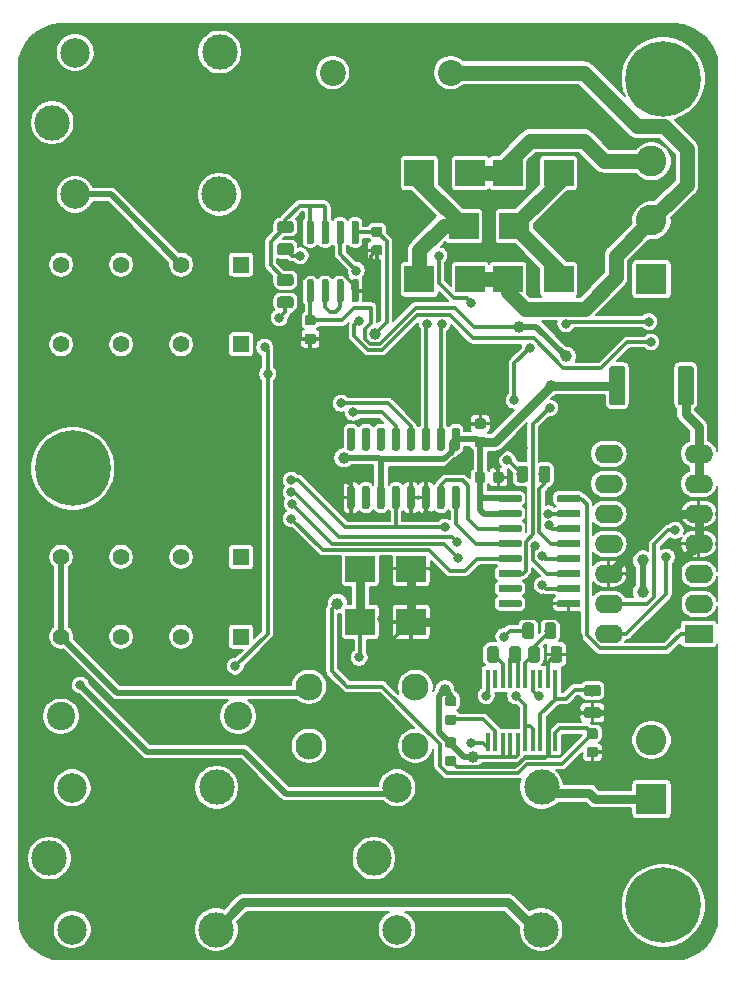
<source format=gbr>
%TF.GenerationSoftware,KiCad,Pcbnew,(5.1.2)-1*%
%TF.CreationDate,2019-07-03T22:54:06-07:00*%
%TF.ProjectId,Keithley1950,4b656974-686c-4657-9931-3935302e6b69,A*%
%TF.SameCoordinates,Original*%
%TF.FileFunction,Copper,L2,Bot*%
%TF.FilePolarity,Positive*%
%FSLAX46Y46*%
G04 Gerber Fmt 4.6, Leading zero omitted, Abs format (unit mm)*
G04 Created by KiCad (PCBNEW (5.1.2)-1) date 2019-07-03 22:54:06*
%MOMM*%
%LPD*%
G04 APERTURE LIST*
%ADD10C,0.100000*%
%ADD11C,0.975000*%
%ADD12R,2.500000X2.300000*%
%ADD13C,0.800000*%
%ADD14C,6.400000*%
%ADD15C,0.600000*%
%ADD16R,0.410000X1.600000*%
%ADD17C,2.200000*%
%ADD18C,1.350000*%
%ADD19C,3.000000*%
%ADD20C,2.500000*%
%ADD21R,1.400000X1.400000*%
%ADD22C,1.400000*%
%ADD23C,2.600000*%
%ADD24R,2.600000X2.600000*%
%ADD25O,2.400000X1.600000*%
%ADD26R,2.400000X1.600000*%
%ADD27C,2.300000*%
%ADD28C,2.400000*%
%ADD29C,0.875000*%
%ADD30C,1.000000*%
%ADD31C,0.500000*%
%ADD32C,0.800000*%
%ADD33C,0.300000*%
%ADD34C,1.300000*%
%ADD35C,0.190000*%
G04 APERTURE END LIST*
D10*
G36*
X79480142Y-78201174D02*
G01*
X79503803Y-78204684D01*
X79527007Y-78210496D01*
X79549529Y-78218554D01*
X79571153Y-78228782D01*
X79591670Y-78241079D01*
X79610883Y-78255329D01*
X79628607Y-78271393D01*
X79644671Y-78289117D01*
X79658921Y-78308330D01*
X79671218Y-78328847D01*
X79681446Y-78350471D01*
X79689504Y-78372993D01*
X79695316Y-78396197D01*
X79698826Y-78419858D01*
X79700000Y-78443750D01*
X79700000Y-78931250D01*
X79698826Y-78955142D01*
X79695316Y-78978803D01*
X79689504Y-79002007D01*
X79681446Y-79024529D01*
X79671218Y-79046153D01*
X79658921Y-79066670D01*
X79644671Y-79085883D01*
X79628607Y-79103607D01*
X79610883Y-79119671D01*
X79591670Y-79133921D01*
X79571153Y-79146218D01*
X79549529Y-79156446D01*
X79527007Y-79164504D01*
X79503803Y-79170316D01*
X79480142Y-79173826D01*
X79456250Y-79175000D01*
X78543750Y-79175000D01*
X78519858Y-79173826D01*
X78496197Y-79170316D01*
X78472993Y-79164504D01*
X78450471Y-79156446D01*
X78428847Y-79146218D01*
X78408330Y-79133921D01*
X78389117Y-79119671D01*
X78371393Y-79103607D01*
X78355329Y-79085883D01*
X78341079Y-79066670D01*
X78328782Y-79046153D01*
X78318554Y-79024529D01*
X78310496Y-79002007D01*
X78304684Y-78978803D01*
X78301174Y-78955142D01*
X78300000Y-78931250D01*
X78300000Y-78443750D01*
X78301174Y-78419858D01*
X78304684Y-78396197D01*
X78310496Y-78372993D01*
X78318554Y-78350471D01*
X78328782Y-78328847D01*
X78341079Y-78308330D01*
X78355329Y-78289117D01*
X78371393Y-78271393D01*
X78389117Y-78255329D01*
X78408330Y-78241079D01*
X78428847Y-78228782D01*
X78450471Y-78218554D01*
X78472993Y-78210496D01*
X78496197Y-78204684D01*
X78519858Y-78201174D01*
X78543750Y-78200000D01*
X79456250Y-78200000D01*
X79480142Y-78201174D01*
X79480142Y-78201174D01*
G37*
D11*
X79000000Y-78687500D03*
D10*
G36*
X79480142Y-76326174D02*
G01*
X79503803Y-76329684D01*
X79527007Y-76335496D01*
X79549529Y-76343554D01*
X79571153Y-76353782D01*
X79591670Y-76366079D01*
X79610883Y-76380329D01*
X79628607Y-76396393D01*
X79644671Y-76414117D01*
X79658921Y-76433330D01*
X79671218Y-76453847D01*
X79681446Y-76475471D01*
X79689504Y-76497993D01*
X79695316Y-76521197D01*
X79698826Y-76544858D01*
X79700000Y-76568750D01*
X79700000Y-77056250D01*
X79698826Y-77080142D01*
X79695316Y-77103803D01*
X79689504Y-77127007D01*
X79681446Y-77149529D01*
X79671218Y-77171153D01*
X79658921Y-77191670D01*
X79644671Y-77210883D01*
X79628607Y-77228607D01*
X79610883Y-77244671D01*
X79591670Y-77258921D01*
X79571153Y-77271218D01*
X79549529Y-77281446D01*
X79527007Y-77289504D01*
X79503803Y-77295316D01*
X79480142Y-77298826D01*
X79456250Y-77300000D01*
X78543750Y-77300000D01*
X78519858Y-77298826D01*
X78496197Y-77295316D01*
X78472993Y-77289504D01*
X78450471Y-77281446D01*
X78428847Y-77271218D01*
X78408330Y-77258921D01*
X78389117Y-77244671D01*
X78371393Y-77228607D01*
X78355329Y-77210883D01*
X78341079Y-77191670D01*
X78328782Y-77171153D01*
X78318554Y-77149529D01*
X78310496Y-77127007D01*
X78304684Y-77103803D01*
X78301174Y-77080142D01*
X78300000Y-77056250D01*
X78300000Y-76568750D01*
X78301174Y-76544858D01*
X78304684Y-76521197D01*
X78310496Y-76497993D01*
X78318554Y-76475471D01*
X78328782Y-76453847D01*
X78341079Y-76433330D01*
X78355329Y-76414117D01*
X78371393Y-76396393D01*
X78389117Y-76380329D01*
X78408330Y-76366079D01*
X78428847Y-76353782D01*
X78450471Y-76343554D01*
X78472993Y-76335496D01*
X78496197Y-76329684D01*
X78519858Y-76326174D01*
X78543750Y-76325000D01*
X79456250Y-76325000D01*
X79480142Y-76326174D01*
X79480142Y-76326174D01*
G37*
D11*
X79000000Y-76812500D03*
D12*
X59350000Y-66500000D03*
X63650000Y-66500000D03*
X63650000Y-71000000D03*
X59350000Y-71000000D03*
X76150000Y-42000000D03*
X71850000Y-42000000D03*
X68650000Y-42000000D03*
X64350000Y-42000000D03*
X68100000Y-37500000D03*
X72400000Y-37500000D03*
X76150000Y-33000000D03*
X71850000Y-33000000D03*
X68650000Y-33000000D03*
X64350000Y-33000000D03*
D13*
X86697056Y-23302944D03*
X85000000Y-22600000D03*
X83302944Y-23302944D03*
X82600000Y-25000000D03*
X83302944Y-26697056D03*
X85000000Y-27400000D03*
X86697056Y-26697056D03*
X87400000Y-25000000D03*
D14*
X85000000Y-25000000D03*
D13*
X36697056Y-56302944D03*
X35000000Y-55600000D03*
X33302944Y-56302944D03*
X32600000Y-58000000D03*
X33302944Y-59697056D03*
X35000000Y-60400000D03*
X36697056Y-59697056D03*
X37400000Y-58000000D03*
D14*
X35000000Y-58000000D03*
D13*
X86697056Y-93302944D03*
X85000000Y-92600000D03*
X83302944Y-93302944D03*
X82600000Y-95000000D03*
X83302944Y-96697056D03*
X85000000Y-97400000D03*
X86697056Y-96697056D03*
X87400000Y-95000000D03*
D14*
X85000000Y-95000000D03*
D10*
G36*
X72864703Y-60255722D02*
G01*
X72879264Y-60257882D01*
X72893543Y-60261459D01*
X72907403Y-60266418D01*
X72920710Y-60272712D01*
X72933336Y-60280280D01*
X72945159Y-60289048D01*
X72956066Y-60298934D01*
X72965952Y-60309841D01*
X72974720Y-60321664D01*
X72982288Y-60334290D01*
X72988582Y-60347597D01*
X72993541Y-60361457D01*
X72997118Y-60375736D01*
X72999278Y-60390297D01*
X73000000Y-60405000D01*
X73000000Y-60705000D01*
X72999278Y-60719703D01*
X72997118Y-60734264D01*
X72993541Y-60748543D01*
X72988582Y-60762403D01*
X72982288Y-60775710D01*
X72974720Y-60788336D01*
X72965952Y-60800159D01*
X72956066Y-60811066D01*
X72945159Y-60820952D01*
X72933336Y-60829720D01*
X72920710Y-60837288D01*
X72907403Y-60843582D01*
X72893543Y-60848541D01*
X72879264Y-60852118D01*
X72864703Y-60854278D01*
X72850000Y-60855000D01*
X71200000Y-60855000D01*
X71185297Y-60854278D01*
X71170736Y-60852118D01*
X71156457Y-60848541D01*
X71142597Y-60843582D01*
X71129290Y-60837288D01*
X71116664Y-60829720D01*
X71104841Y-60820952D01*
X71093934Y-60811066D01*
X71084048Y-60800159D01*
X71075280Y-60788336D01*
X71067712Y-60775710D01*
X71061418Y-60762403D01*
X71056459Y-60748543D01*
X71052882Y-60734264D01*
X71050722Y-60719703D01*
X71050000Y-60705000D01*
X71050000Y-60405000D01*
X71050722Y-60390297D01*
X71052882Y-60375736D01*
X71056459Y-60361457D01*
X71061418Y-60347597D01*
X71067712Y-60334290D01*
X71075280Y-60321664D01*
X71084048Y-60309841D01*
X71093934Y-60298934D01*
X71104841Y-60289048D01*
X71116664Y-60280280D01*
X71129290Y-60272712D01*
X71142597Y-60266418D01*
X71156457Y-60261459D01*
X71170736Y-60257882D01*
X71185297Y-60255722D01*
X71200000Y-60255000D01*
X72850000Y-60255000D01*
X72864703Y-60255722D01*
X72864703Y-60255722D01*
G37*
D15*
X72025000Y-60555000D03*
D10*
G36*
X72864703Y-61525722D02*
G01*
X72879264Y-61527882D01*
X72893543Y-61531459D01*
X72907403Y-61536418D01*
X72920710Y-61542712D01*
X72933336Y-61550280D01*
X72945159Y-61559048D01*
X72956066Y-61568934D01*
X72965952Y-61579841D01*
X72974720Y-61591664D01*
X72982288Y-61604290D01*
X72988582Y-61617597D01*
X72993541Y-61631457D01*
X72997118Y-61645736D01*
X72999278Y-61660297D01*
X73000000Y-61675000D01*
X73000000Y-61975000D01*
X72999278Y-61989703D01*
X72997118Y-62004264D01*
X72993541Y-62018543D01*
X72988582Y-62032403D01*
X72982288Y-62045710D01*
X72974720Y-62058336D01*
X72965952Y-62070159D01*
X72956066Y-62081066D01*
X72945159Y-62090952D01*
X72933336Y-62099720D01*
X72920710Y-62107288D01*
X72907403Y-62113582D01*
X72893543Y-62118541D01*
X72879264Y-62122118D01*
X72864703Y-62124278D01*
X72850000Y-62125000D01*
X71200000Y-62125000D01*
X71185297Y-62124278D01*
X71170736Y-62122118D01*
X71156457Y-62118541D01*
X71142597Y-62113582D01*
X71129290Y-62107288D01*
X71116664Y-62099720D01*
X71104841Y-62090952D01*
X71093934Y-62081066D01*
X71084048Y-62070159D01*
X71075280Y-62058336D01*
X71067712Y-62045710D01*
X71061418Y-62032403D01*
X71056459Y-62018543D01*
X71052882Y-62004264D01*
X71050722Y-61989703D01*
X71050000Y-61975000D01*
X71050000Y-61675000D01*
X71050722Y-61660297D01*
X71052882Y-61645736D01*
X71056459Y-61631457D01*
X71061418Y-61617597D01*
X71067712Y-61604290D01*
X71075280Y-61591664D01*
X71084048Y-61579841D01*
X71093934Y-61568934D01*
X71104841Y-61559048D01*
X71116664Y-61550280D01*
X71129290Y-61542712D01*
X71142597Y-61536418D01*
X71156457Y-61531459D01*
X71170736Y-61527882D01*
X71185297Y-61525722D01*
X71200000Y-61525000D01*
X72850000Y-61525000D01*
X72864703Y-61525722D01*
X72864703Y-61525722D01*
G37*
D15*
X72025000Y-61825000D03*
D10*
G36*
X72864703Y-62795722D02*
G01*
X72879264Y-62797882D01*
X72893543Y-62801459D01*
X72907403Y-62806418D01*
X72920710Y-62812712D01*
X72933336Y-62820280D01*
X72945159Y-62829048D01*
X72956066Y-62838934D01*
X72965952Y-62849841D01*
X72974720Y-62861664D01*
X72982288Y-62874290D01*
X72988582Y-62887597D01*
X72993541Y-62901457D01*
X72997118Y-62915736D01*
X72999278Y-62930297D01*
X73000000Y-62945000D01*
X73000000Y-63245000D01*
X72999278Y-63259703D01*
X72997118Y-63274264D01*
X72993541Y-63288543D01*
X72988582Y-63302403D01*
X72982288Y-63315710D01*
X72974720Y-63328336D01*
X72965952Y-63340159D01*
X72956066Y-63351066D01*
X72945159Y-63360952D01*
X72933336Y-63369720D01*
X72920710Y-63377288D01*
X72907403Y-63383582D01*
X72893543Y-63388541D01*
X72879264Y-63392118D01*
X72864703Y-63394278D01*
X72850000Y-63395000D01*
X71200000Y-63395000D01*
X71185297Y-63394278D01*
X71170736Y-63392118D01*
X71156457Y-63388541D01*
X71142597Y-63383582D01*
X71129290Y-63377288D01*
X71116664Y-63369720D01*
X71104841Y-63360952D01*
X71093934Y-63351066D01*
X71084048Y-63340159D01*
X71075280Y-63328336D01*
X71067712Y-63315710D01*
X71061418Y-63302403D01*
X71056459Y-63288543D01*
X71052882Y-63274264D01*
X71050722Y-63259703D01*
X71050000Y-63245000D01*
X71050000Y-62945000D01*
X71050722Y-62930297D01*
X71052882Y-62915736D01*
X71056459Y-62901457D01*
X71061418Y-62887597D01*
X71067712Y-62874290D01*
X71075280Y-62861664D01*
X71084048Y-62849841D01*
X71093934Y-62838934D01*
X71104841Y-62829048D01*
X71116664Y-62820280D01*
X71129290Y-62812712D01*
X71142597Y-62806418D01*
X71156457Y-62801459D01*
X71170736Y-62797882D01*
X71185297Y-62795722D01*
X71200000Y-62795000D01*
X72850000Y-62795000D01*
X72864703Y-62795722D01*
X72864703Y-62795722D01*
G37*
D15*
X72025000Y-63095000D03*
D10*
G36*
X72864703Y-64065722D02*
G01*
X72879264Y-64067882D01*
X72893543Y-64071459D01*
X72907403Y-64076418D01*
X72920710Y-64082712D01*
X72933336Y-64090280D01*
X72945159Y-64099048D01*
X72956066Y-64108934D01*
X72965952Y-64119841D01*
X72974720Y-64131664D01*
X72982288Y-64144290D01*
X72988582Y-64157597D01*
X72993541Y-64171457D01*
X72997118Y-64185736D01*
X72999278Y-64200297D01*
X73000000Y-64215000D01*
X73000000Y-64515000D01*
X72999278Y-64529703D01*
X72997118Y-64544264D01*
X72993541Y-64558543D01*
X72988582Y-64572403D01*
X72982288Y-64585710D01*
X72974720Y-64598336D01*
X72965952Y-64610159D01*
X72956066Y-64621066D01*
X72945159Y-64630952D01*
X72933336Y-64639720D01*
X72920710Y-64647288D01*
X72907403Y-64653582D01*
X72893543Y-64658541D01*
X72879264Y-64662118D01*
X72864703Y-64664278D01*
X72850000Y-64665000D01*
X71200000Y-64665000D01*
X71185297Y-64664278D01*
X71170736Y-64662118D01*
X71156457Y-64658541D01*
X71142597Y-64653582D01*
X71129290Y-64647288D01*
X71116664Y-64639720D01*
X71104841Y-64630952D01*
X71093934Y-64621066D01*
X71084048Y-64610159D01*
X71075280Y-64598336D01*
X71067712Y-64585710D01*
X71061418Y-64572403D01*
X71056459Y-64558543D01*
X71052882Y-64544264D01*
X71050722Y-64529703D01*
X71050000Y-64515000D01*
X71050000Y-64215000D01*
X71050722Y-64200297D01*
X71052882Y-64185736D01*
X71056459Y-64171457D01*
X71061418Y-64157597D01*
X71067712Y-64144290D01*
X71075280Y-64131664D01*
X71084048Y-64119841D01*
X71093934Y-64108934D01*
X71104841Y-64099048D01*
X71116664Y-64090280D01*
X71129290Y-64082712D01*
X71142597Y-64076418D01*
X71156457Y-64071459D01*
X71170736Y-64067882D01*
X71185297Y-64065722D01*
X71200000Y-64065000D01*
X72850000Y-64065000D01*
X72864703Y-64065722D01*
X72864703Y-64065722D01*
G37*
D15*
X72025000Y-64365000D03*
D10*
G36*
X72864703Y-65335722D02*
G01*
X72879264Y-65337882D01*
X72893543Y-65341459D01*
X72907403Y-65346418D01*
X72920710Y-65352712D01*
X72933336Y-65360280D01*
X72945159Y-65369048D01*
X72956066Y-65378934D01*
X72965952Y-65389841D01*
X72974720Y-65401664D01*
X72982288Y-65414290D01*
X72988582Y-65427597D01*
X72993541Y-65441457D01*
X72997118Y-65455736D01*
X72999278Y-65470297D01*
X73000000Y-65485000D01*
X73000000Y-65785000D01*
X72999278Y-65799703D01*
X72997118Y-65814264D01*
X72993541Y-65828543D01*
X72988582Y-65842403D01*
X72982288Y-65855710D01*
X72974720Y-65868336D01*
X72965952Y-65880159D01*
X72956066Y-65891066D01*
X72945159Y-65900952D01*
X72933336Y-65909720D01*
X72920710Y-65917288D01*
X72907403Y-65923582D01*
X72893543Y-65928541D01*
X72879264Y-65932118D01*
X72864703Y-65934278D01*
X72850000Y-65935000D01*
X71200000Y-65935000D01*
X71185297Y-65934278D01*
X71170736Y-65932118D01*
X71156457Y-65928541D01*
X71142597Y-65923582D01*
X71129290Y-65917288D01*
X71116664Y-65909720D01*
X71104841Y-65900952D01*
X71093934Y-65891066D01*
X71084048Y-65880159D01*
X71075280Y-65868336D01*
X71067712Y-65855710D01*
X71061418Y-65842403D01*
X71056459Y-65828543D01*
X71052882Y-65814264D01*
X71050722Y-65799703D01*
X71050000Y-65785000D01*
X71050000Y-65485000D01*
X71050722Y-65470297D01*
X71052882Y-65455736D01*
X71056459Y-65441457D01*
X71061418Y-65427597D01*
X71067712Y-65414290D01*
X71075280Y-65401664D01*
X71084048Y-65389841D01*
X71093934Y-65378934D01*
X71104841Y-65369048D01*
X71116664Y-65360280D01*
X71129290Y-65352712D01*
X71142597Y-65346418D01*
X71156457Y-65341459D01*
X71170736Y-65337882D01*
X71185297Y-65335722D01*
X71200000Y-65335000D01*
X72850000Y-65335000D01*
X72864703Y-65335722D01*
X72864703Y-65335722D01*
G37*
D15*
X72025000Y-65635000D03*
D10*
G36*
X72864703Y-66605722D02*
G01*
X72879264Y-66607882D01*
X72893543Y-66611459D01*
X72907403Y-66616418D01*
X72920710Y-66622712D01*
X72933336Y-66630280D01*
X72945159Y-66639048D01*
X72956066Y-66648934D01*
X72965952Y-66659841D01*
X72974720Y-66671664D01*
X72982288Y-66684290D01*
X72988582Y-66697597D01*
X72993541Y-66711457D01*
X72997118Y-66725736D01*
X72999278Y-66740297D01*
X73000000Y-66755000D01*
X73000000Y-67055000D01*
X72999278Y-67069703D01*
X72997118Y-67084264D01*
X72993541Y-67098543D01*
X72988582Y-67112403D01*
X72982288Y-67125710D01*
X72974720Y-67138336D01*
X72965952Y-67150159D01*
X72956066Y-67161066D01*
X72945159Y-67170952D01*
X72933336Y-67179720D01*
X72920710Y-67187288D01*
X72907403Y-67193582D01*
X72893543Y-67198541D01*
X72879264Y-67202118D01*
X72864703Y-67204278D01*
X72850000Y-67205000D01*
X71200000Y-67205000D01*
X71185297Y-67204278D01*
X71170736Y-67202118D01*
X71156457Y-67198541D01*
X71142597Y-67193582D01*
X71129290Y-67187288D01*
X71116664Y-67179720D01*
X71104841Y-67170952D01*
X71093934Y-67161066D01*
X71084048Y-67150159D01*
X71075280Y-67138336D01*
X71067712Y-67125710D01*
X71061418Y-67112403D01*
X71056459Y-67098543D01*
X71052882Y-67084264D01*
X71050722Y-67069703D01*
X71050000Y-67055000D01*
X71050000Y-66755000D01*
X71050722Y-66740297D01*
X71052882Y-66725736D01*
X71056459Y-66711457D01*
X71061418Y-66697597D01*
X71067712Y-66684290D01*
X71075280Y-66671664D01*
X71084048Y-66659841D01*
X71093934Y-66648934D01*
X71104841Y-66639048D01*
X71116664Y-66630280D01*
X71129290Y-66622712D01*
X71142597Y-66616418D01*
X71156457Y-66611459D01*
X71170736Y-66607882D01*
X71185297Y-66605722D01*
X71200000Y-66605000D01*
X72850000Y-66605000D01*
X72864703Y-66605722D01*
X72864703Y-66605722D01*
G37*
D15*
X72025000Y-66905000D03*
D10*
G36*
X72864703Y-67875722D02*
G01*
X72879264Y-67877882D01*
X72893543Y-67881459D01*
X72907403Y-67886418D01*
X72920710Y-67892712D01*
X72933336Y-67900280D01*
X72945159Y-67909048D01*
X72956066Y-67918934D01*
X72965952Y-67929841D01*
X72974720Y-67941664D01*
X72982288Y-67954290D01*
X72988582Y-67967597D01*
X72993541Y-67981457D01*
X72997118Y-67995736D01*
X72999278Y-68010297D01*
X73000000Y-68025000D01*
X73000000Y-68325000D01*
X72999278Y-68339703D01*
X72997118Y-68354264D01*
X72993541Y-68368543D01*
X72988582Y-68382403D01*
X72982288Y-68395710D01*
X72974720Y-68408336D01*
X72965952Y-68420159D01*
X72956066Y-68431066D01*
X72945159Y-68440952D01*
X72933336Y-68449720D01*
X72920710Y-68457288D01*
X72907403Y-68463582D01*
X72893543Y-68468541D01*
X72879264Y-68472118D01*
X72864703Y-68474278D01*
X72850000Y-68475000D01*
X71200000Y-68475000D01*
X71185297Y-68474278D01*
X71170736Y-68472118D01*
X71156457Y-68468541D01*
X71142597Y-68463582D01*
X71129290Y-68457288D01*
X71116664Y-68449720D01*
X71104841Y-68440952D01*
X71093934Y-68431066D01*
X71084048Y-68420159D01*
X71075280Y-68408336D01*
X71067712Y-68395710D01*
X71061418Y-68382403D01*
X71056459Y-68368543D01*
X71052882Y-68354264D01*
X71050722Y-68339703D01*
X71050000Y-68325000D01*
X71050000Y-68025000D01*
X71050722Y-68010297D01*
X71052882Y-67995736D01*
X71056459Y-67981457D01*
X71061418Y-67967597D01*
X71067712Y-67954290D01*
X71075280Y-67941664D01*
X71084048Y-67929841D01*
X71093934Y-67918934D01*
X71104841Y-67909048D01*
X71116664Y-67900280D01*
X71129290Y-67892712D01*
X71142597Y-67886418D01*
X71156457Y-67881459D01*
X71170736Y-67877882D01*
X71185297Y-67875722D01*
X71200000Y-67875000D01*
X72850000Y-67875000D01*
X72864703Y-67875722D01*
X72864703Y-67875722D01*
G37*
D15*
X72025000Y-68175000D03*
D10*
G36*
X72864703Y-69145722D02*
G01*
X72879264Y-69147882D01*
X72893543Y-69151459D01*
X72907403Y-69156418D01*
X72920710Y-69162712D01*
X72933336Y-69170280D01*
X72945159Y-69179048D01*
X72956066Y-69188934D01*
X72965952Y-69199841D01*
X72974720Y-69211664D01*
X72982288Y-69224290D01*
X72988582Y-69237597D01*
X72993541Y-69251457D01*
X72997118Y-69265736D01*
X72999278Y-69280297D01*
X73000000Y-69295000D01*
X73000000Y-69595000D01*
X72999278Y-69609703D01*
X72997118Y-69624264D01*
X72993541Y-69638543D01*
X72988582Y-69652403D01*
X72982288Y-69665710D01*
X72974720Y-69678336D01*
X72965952Y-69690159D01*
X72956066Y-69701066D01*
X72945159Y-69710952D01*
X72933336Y-69719720D01*
X72920710Y-69727288D01*
X72907403Y-69733582D01*
X72893543Y-69738541D01*
X72879264Y-69742118D01*
X72864703Y-69744278D01*
X72850000Y-69745000D01*
X71200000Y-69745000D01*
X71185297Y-69744278D01*
X71170736Y-69742118D01*
X71156457Y-69738541D01*
X71142597Y-69733582D01*
X71129290Y-69727288D01*
X71116664Y-69719720D01*
X71104841Y-69710952D01*
X71093934Y-69701066D01*
X71084048Y-69690159D01*
X71075280Y-69678336D01*
X71067712Y-69665710D01*
X71061418Y-69652403D01*
X71056459Y-69638543D01*
X71052882Y-69624264D01*
X71050722Y-69609703D01*
X71050000Y-69595000D01*
X71050000Y-69295000D01*
X71050722Y-69280297D01*
X71052882Y-69265736D01*
X71056459Y-69251457D01*
X71061418Y-69237597D01*
X71067712Y-69224290D01*
X71075280Y-69211664D01*
X71084048Y-69199841D01*
X71093934Y-69188934D01*
X71104841Y-69179048D01*
X71116664Y-69170280D01*
X71129290Y-69162712D01*
X71142597Y-69156418D01*
X71156457Y-69151459D01*
X71170736Y-69147882D01*
X71185297Y-69145722D01*
X71200000Y-69145000D01*
X72850000Y-69145000D01*
X72864703Y-69145722D01*
X72864703Y-69145722D01*
G37*
D15*
X72025000Y-69445000D03*
D10*
G36*
X77814703Y-69145722D02*
G01*
X77829264Y-69147882D01*
X77843543Y-69151459D01*
X77857403Y-69156418D01*
X77870710Y-69162712D01*
X77883336Y-69170280D01*
X77895159Y-69179048D01*
X77906066Y-69188934D01*
X77915952Y-69199841D01*
X77924720Y-69211664D01*
X77932288Y-69224290D01*
X77938582Y-69237597D01*
X77943541Y-69251457D01*
X77947118Y-69265736D01*
X77949278Y-69280297D01*
X77950000Y-69295000D01*
X77950000Y-69595000D01*
X77949278Y-69609703D01*
X77947118Y-69624264D01*
X77943541Y-69638543D01*
X77938582Y-69652403D01*
X77932288Y-69665710D01*
X77924720Y-69678336D01*
X77915952Y-69690159D01*
X77906066Y-69701066D01*
X77895159Y-69710952D01*
X77883336Y-69719720D01*
X77870710Y-69727288D01*
X77857403Y-69733582D01*
X77843543Y-69738541D01*
X77829264Y-69742118D01*
X77814703Y-69744278D01*
X77800000Y-69745000D01*
X76150000Y-69745000D01*
X76135297Y-69744278D01*
X76120736Y-69742118D01*
X76106457Y-69738541D01*
X76092597Y-69733582D01*
X76079290Y-69727288D01*
X76066664Y-69719720D01*
X76054841Y-69710952D01*
X76043934Y-69701066D01*
X76034048Y-69690159D01*
X76025280Y-69678336D01*
X76017712Y-69665710D01*
X76011418Y-69652403D01*
X76006459Y-69638543D01*
X76002882Y-69624264D01*
X76000722Y-69609703D01*
X76000000Y-69595000D01*
X76000000Y-69295000D01*
X76000722Y-69280297D01*
X76002882Y-69265736D01*
X76006459Y-69251457D01*
X76011418Y-69237597D01*
X76017712Y-69224290D01*
X76025280Y-69211664D01*
X76034048Y-69199841D01*
X76043934Y-69188934D01*
X76054841Y-69179048D01*
X76066664Y-69170280D01*
X76079290Y-69162712D01*
X76092597Y-69156418D01*
X76106457Y-69151459D01*
X76120736Y-69147882D01*
X76135297Y-69145722D01*
X76150000Y-69145000D01*
X77800000Y-69145000D01*
X77814703Y-69145722D01*
X77814703Y-69145722D01*
G37*
D15*
X76975000Y-69445000D03*
D10*
G36*
X77814703Y-67875722D02*
G01*
X77829264Y-67877882D01*
X77843543Y-67881459D01*
X77857403Y-67886418D01*
X77870710Y-67892712D01*
X77883336Y-67900280D01*
X77895159Y-67909048D01*
X77906066Y-67918934D01*
X77915952Y-67929841D01*
X77924720Y-67941664D01*
X77932288Y-67954290D01*
X77938582Y-67967597D01*
X77943541Y-67981457D01*
X77947118Y-67995736D01*
X77949278Y-68010297D01*
X77950000Y-68025000D01*
X77950000Y-68325000D01*
X77949278Y-68339703D01*
X77947118Y-68354264D01*
X77943541Y-68368543D01*
X77938582Y-68382403D01*
X77932288Y-68395710D01*
X77924720Y-68408336D01*
X77915952Y-68420159D01*
X77906066Y-68431066D01*
X77895159Y-68440952D01*
X77883336Y-68449720D01*
X77870710Y-68457288D01*
X77857403Y-68463582D01*
X77843543Y-68468541D01*
X77829264Y-68472118D01*
X77814703Y-68474278D01*
X77800000Y-68475000D01*
X76150000Y-68475000D01*
X76135297Y-68474278D01*
X76120736Y-68472118D01*
X76106457Y-68468541D01*
X76092597Y-68463582D01*
X76079290Y-68457288D01*
X76066664Y-68449720D01*
X76054841Y-68440952D01*
X76043934Y-68431066D01*
X76034048Y-68420159D01*
X76025280Y-68408336D01*
X76017712Y-68395710D01*
X76011418Y-68382403D01*
X76006459Y-68368543D01*
X76002882Y-68354264D01*
X76000722Y-68339703D01*
X76000000Y-68325000D01*
X76000000Y-68025000D01*
X76000722Y-68010297D01*
X76002882Y-67995736D01*
X76006459Y-67981457D01*
X76011418Y-67967597D01*
X76017712Y-67954290D01*
X76025280Y-67941664D01*
X76034048Y-67929841D01*
X76043934Y-67918934D01*
X76054841Y-67909048D01*
X76066664Y-67900280D01*
X76079290Y-67892712D01*
X76092597Y-67886418D01*
X76106457Y-67881459D01*
X76120736Y-67877882D01*
X76135297Y-67875722D01*
X76150000Y-67875000D01*
X77800000Y-67875000D01*
X77814703Y-67875722D01*
X77814703Y-67875722D01*
G37*
D15*
X76975000Y-68175000D03*
D10*
G36*
X77814703Y-66605722D02*
G01*
X77829264Y-66607882D01*
X77843543Y-66611459D01*
X77857403Y-66616418D01*
X77870710Y-66622712D01*
X77883336Y-66630280D01*
X77895159Y-66639048D01*
X77906066Y-66648934D01*
X77915952Y-66659841D01*
X77924720Y-66671664D01*
X77932288Y-66684290D01*
X77938582Y-66697597D01*
X77943541Y-66711457D01*
X77947118Y-66725736D01*
X77949278Y-66740297D01*
X77950000Y-66755000D01*
X77950000Y-67055000D01*
X77949278Y-67069703D01*
X77947118Y-67084264D01*
X77943541Y-67098543D01*
X77938582Y-67112403D01*
X77932288Y-67125710D01*
X77924720Y-67138336D01*
X77915952Y-67150159D01*
X77906066Y-67161066D01*
X77895159Y-67170952D01*
X77883336Y-67179720D01*
X77870710Y-67187288D01*
X77857403Y-67193582D01*
X77843543Y-67198541D01*
X77829264Y-67202118D01*
X77814703Y-67204278D01*
X77800000Y-67205000D01*
X76150000Y-67205000D01*
X76135297Y-67204278D01*
X76120736Y-67202118D01*
X76106457Y-67198541D01*
X76092597Y-67193582D01*
X76079290Y-67187288D01*
X76066664Y-67179720D01*
X76054841Y-67170952D01*
X76043934Y-67161066D01*
X76034048Y-67150159D01*
X76025280Y-67138336D01*
X76017712Y-67125710D01*
X76011418Y-67112403D01*
X76006459Y-67098543D01*
X76002882Y-67084264D01*
X76000722Y-67069703D01*
X76000000Y-67055000D01*
X76000000Y-66755000D01*
X76000722Y-66740297D01*
X76002882Y-66725736D01*
X76006459Y-66711457D01*
X76011418Y-66697597D01*
X76017712Y-66684290D01*
X76025280Y-66671664D01*
X76034048Y-66659841D01*
X76043934Y-66648934D01*
X76054841Y-66639048D01*
X76066664Y-66630280D01*
X76079290Y-66622712D01*
X76092597Y-66616418D01*
X76106457Y-66611459D01*
X76120736Y-66607882D01*
X76135297Y-66605722D01*
X76150000Y-66605000D01*
X77800000Y-66605000D01*
X77814703Y-66605722D01*
X77814703Y-66605722D01*
G37*
D15*
X76975000Y-66905000D03*
D10*
G36*
X77814703Y-65335722D02*
G01*
X77829264Y-65337882D01*
X77843543Y-65341459D01*
X77857403Y-65346418D01*
X77870710Y-65352712D01*
X77883336Y-65360280D01*
X77895159Y-65369048D01*
X77906066Y-65378934D01*
X77915952Y-65389841D01*
X77924720Y-65401664D01*
X77932288Y-65414290D01*
X77938582Y-65427597D01*
X77943541Y-65441457D01*
X77947118Y-65455736D01*
X77949278Y-65470297D01*
X77950000Y-65485000D01*
X77950000Y-65785000D01*
X77949278Y-65799703D01*
X77947118Y-65814264D01*
X77943541Y-65828543D01*
X77938582Y-65842403D01*
X77932288Y-65855710D01*
X77924720Y-65868336D01*
X77915952Y-65880159D01*
X77906066Y-65891066D01*
X77895159Y-65900952D01*
X77883336Y-65909720D01*
X77870710Y-65917288D01*
X77857403Y-65923582D01*
X77843543Y-65928541D01*
X77829264Y-65932118D01*
X77814703Y-65934278D01*
X77800000Y-65935000D01*
X76150000Y-65935000D01*
X76135297Y-65934278D01*
X76120736Y-65932118D01*
X76106457Y-65928541D01*
X76092597Y-65923582D01*
X76079290Y-65917288D01*
X76066664Y-65909720D01*
X76054841Y-65900952D01*
X76043934Y-65891066D01*
X76034048Y-65880159D01*
X76025280Y-65868336D01*
X76017712Y-65855710D01*
X76011418Y-65842403D01*
X76006459Y-65828543D01*
X76002882Y-65814264D01*
X76000722Y-65799703D01*
X76000000Y-65785000D01*
X76000000Y-65485000D01*
X76000722Y-65470297D01*
X76002882Y-65455736D01*
X76006459Y-65441457D01*
X76011418Y-65427597D01*
X76017712Y-65414290D01*
X76025280Y-65401664D01*
X76034048Y-65389841D01*
X76043934Y-65378934D01*
X76054841Y-65369048D01*
X76066664Y-65360280D01*
X76079290Y-65352712D01*
X76092597Y-65346418D01*
X76106457Y-65341459D01*
X76120736Y-65337882D01*
X76135297Y-65335722D01*
X76150000Y-65335000D01*
X77800000Y-65335000D01*
X77814703Y-65335722D01*
X77814703Y-65335722D01*
G37*
D15*
X76975000Y-65635000D03*
D10*
G36*
X77814703Y-64065722D02*
G01*
X77829264Y-64067882D01*
X77843543Y-64071459D01*
X77857403Y-64076418D01*
X77870710Y-64082712D01*
X77883336Y-64090280D01*
X77895159Y-64099048D01*
X77906066Y-64108934D01*
X77915952Y-64119841D01*
X77924720Y-64131664D01*
X77932288Y-64144290D01*
X77938582Y-64157597D01*
X77943541Y-64171457D01*
X77947118Y-64185736D01*
X77949278Y-64200297D01*
X77950000Y-64215000D01*
X77950000Y-64515000D01*
X77949278Y-64529703D01*
X77947118Y-64544264D01*
X77943541Y-64558543D01*
X77938582Y-64572403D01*
X77932288Y-64585710D01*
X77924720Y-64598336D01*
X77915952Y-64610159D01*
X77906066Y-64621066D01*
X77895159Y-64630952D01*
X77883336Y-64639720D01*
X77870710Y-64647288D01*
X77857403Y-64653582D01*
X77843543Y-64658541D01*
X77829264Y-64662118D01*
X77814703Y-64664278D01*
X77800000Y-64665000D01*
X76150000Y-64665000D01*
X76135297Y-64664278D01*
X76120736Y-64662118D01*
X76106457Y-64658541D01*
X76092597Y-64653582D01*
X76079290Y-64647288D01*
X76066664Y-64639720D01*
X76054841Y-64630952D01*
X76043934Y-64621066D01*
X76034048Y-64610159D01*
X76025280Y-64598336D01*
X76017712Y-64585710D01*
X76011418Y-64572403D01*
X76006459Y-64558543D01*
X76002882Y-64544264D01*
X76000722Y-64529703D01*
X76000000Y-64515000D01*
X76000000Y-64215000D01*
X76000722Y-64200297D01*
X76002882Y-64185736D01*
X76006459Y-64171457D01*
X76011418Y-64157597D01*
X76017712Y-64144290D01*
X76025280Y-64131664D01*
X76034048Y-64119841D01*
X76043934Y-64108934D01*
X76054841Y-64099048D01*
X76066664Y-64090280D01*
X76079290Y-64082712D01*
X76092597Y-64076418D01*
X76106457Y-64071459D01*
X76120736Y-64067882D01*
X76135297Y-64065722D01*
X76150000Y-64065000D01*
X77800000Y-64065000D01*
X77814703Y-64065722D01*
X77814703Y-64065722D01*
G37*
D15*
X76975000Y-64365000D03*
D10*
G36*
X77814703Y-62795722D02*
G01*
X77829264Y-62797882D01*
X77843543Y-62801459D01*
X77857403Y-62806418D01*
X77870710Y-62812712D01*
X77883336Y-62820280D01*
X77895159Y-62829048D01*
X77906066Y-62838934D01*
X77915952Y-62849841D01*
X77924720Y-62861664D01*
X77932288Y-62874290D01*
X77938582Y-62887597D01*
X77943541Y-62901457D01*
X77947118Y-62915736D01*
X77949278Y-62930297D01*
X77950000Y-62945000D01*
X77950000Y-63245000D01*
X77949278Y-63259703D01*
X77947118Y-63274264D01*
X77943541Y-63288543D01*
X77938582Y-63302403D01*
X77932288Y-63315710D01*
X77924720Y-63328336D01*
X77915952Y-63340159D01*
X77906066Y-63351066D01*
X77895159Y-63360952D01*
X77883336Y-63369720D01*
X77870710Y-63377288D01*
X77857403Y-63383582D01*
X77843543Y-63388541D01*
X77829264Y-63392118D01*
X77814703Y-63394278D01*
X77800000Y-63395000D01*
X76150000Y-63395000D01*
X76135297Y-63394278D01*
X76120736Y-63392118D01*
X76106457Y-63388541D01*
X76092597Y-63383582D01*
X76079290Y-63377288D01*
X76066664Y-63369720D01*
X76054841Y-63360952D01*
X76043934Y-63351066D01*
X76034048Y-63340159D01*
X76025280Y-63328336D01*
X76017712Y-63315710D01*
X76011418Y-63302403D01*
X76006459Y-63288543D01*
X76002882Y-63274264D01*
X76000722Y-63259703D01*
X76000000Y-63245000D01*
X76000000Y-62945000D01*
X76000722Y-62930297D01*
X76002882Y-62915736D01*
X76006459Y-62901457D01*
X76011418Y-62887597D01*
X76017712Y-62874290D01*
X76025280Y-62861664D01*
X76034048Y-62849841D01*
X76043934Y-62838934D01*
X76054841Y-62829048D01*
X76066664Y-62820280D01*
X76079290Y-62812712D01*
X76092597Y-62806418D01*
X76106457Y-62801459D01*
X76120736Y-62797882D01*
X76135297Y-62795722D01*
X76150000Y-62795000D01*
X77800000Y-62795000D01*
X77814703Y-62795722D01*
X77814703Y-62795722D01*
G37*
D15*
X76975000Y-63095000D03*
D10*
G36*
X77814703Y-61525722D02*
G01*
X77829264Y-61527882D01*
X77843543Y-61531459D01*
X77857403Y-61536418D01*
X77870710Y-61542712D01*
X77883336Y-61550280D01*
X77895159Y-61559048D01*
X77906066Y-61568934D01*
X77915952Y-61579841D01*
X77924720Y-61591664D01*
X77932288Y-61604290D01*
X77938582Y-61617597D01*
X77943541Y-61631457D01*
X77947118Y-61645736D01*
X77949278Y-61660297D01*
X77950000Y-61675000D01*
X77950000Y-61975000D01*
X77949278Y-61989703D01*
X77947118Y-62004264D01*
X77943541Y-62018543D01*
X77938582Y-62032403D01*
X77932288Y-62045710D01*
X77924720Y-62058336D01*
X77915952Y-62070159D01*
X77906066Y-62081066D01*
X77895159Y-62090952D01*
X77883336Y-62099720D01*
X77870710Y-62107288D01*
X77857403Y-62113582D01*
X77843543Y-62118541D01*
X77829264Y-62122118D01*
X77814703Y-62124278D01*
X77800000Y-62125000D01*
X76150000Y-62125000D01*
X76135297Y-62124278D01*
X76120736Y-62122118D01*
X76106457Y-62118541D01*
X76092597Y-62113582D01*
X76079290Y-62107288D01*
X76066664Y-62099720D01*
X76054841Y-62090952D01*
X76043934Y-62081066D01*
X76034048Y-62070159D01*
X76025280Y-62058336D01*
X76017712Y-62045710D01*
X76011418Y-62032403D01*
X76006459Y-62018543D01*
X76002882Y-62004264D01*
X76000722Y-61989703D01*
X76000000Y-61975000D01*
X76000000Y-61675000D01*
X76000722Y-61660297D01*
X76002882Y-61645736D01*
X76006459Y-61631457D01*
X76011418Y-61617597D01*
X76017712Y-61604290D01*
X76025280Y-61591664D01*
X76034048Y-61579841D01*
X76043934Y-61568934D01*
X76054841Y-61559048D01*
X76066664Y-61550280D01*
X76079290Y-61542712D01*
X76092597Y-61536418D01*
X76106457Y-61531459D01*
X76120736Y-61527882D01*
X76135297Y-61525722D01*
X76150000Y-61525000D01*
X77800000Y-61525000D01*
X77814703Y-61525722D01*
X77814703Y-61525722D01*
G37*
D15*
X76975000Y-61825000D03*
D10*
G36*
X77814703Y-60255722D02*
G01*
X77829264Y-60257882D01*
X77843543Y-60261459D01*
X77857403Y-60266418D01*
X77870710Y-60272712D01*
X77883336Y-60280280D01*
X77895159Y-60289048D01*
X77906066Y-60298934D01*
X77915952Y-60309841D01*
X77924720Y-60321664D01*
X77932288Y-60334290D01*
X77938582Y-60347597D01*
X77943541Y-60361457D01*
X77947118Y-60375736D01*
X77949278Y-60390297D01*
X77950000Y-60405000D01*
X77950000Y-60705000D01*
X77949278Y-60719703D01*
X77947118Y-60734264D01*
X77943541Y-60748543D01*
X77938582Y-60762403D01*
X77932288Y-60775710D01*
X77924720Y-60788336D01*
X77915952Y-60800159D01*
X77906066Y-60811066D01*
X77895159Y-60820952D01*
X77883336Y-60829720D01*
X77870710Y-60837288D01*
X77857403Y-60843582D01*
X77843543Y-60848541D01*
X77829264Y-60852118D01*
X77814703Y-60854278D01*
X77800000Y-60855000D01*
X76150000Y-60855000D01*
X76135297Y-60854278D01*
X76120736Y-60852118D01*
X76106457Y-60848541D01*
X76092597Y-60843582D01*
X76079290Y-60837288D01*
X76066664Y-60829720D01*
X76054841Y-60820952D01*
X76043934Y-60811066D01*
X76034048Y-60800159D01*
X76025280Y-60788336D01*
X76017712Y-60775710D01*
X76011418Y-60762403D01*
X76006459Y-60748543D01*
X76002882Y-60734264D01*
X76000722Y-60719703D01*
X76000000Y-60705000D01*
X76000000Y-60405000D01*
X76000722Y-60390297D01*
X76002882Y-60375736D01*
X76006459Y-60361457D01*
X76011418Y-60347597D01*
X76017712Y-60334290D01*
X76025280Y-60321664D01*
X76034048Y-60309841D01*
X76043934Y-60298934D01*
X76054841Y-60289048D01*
X76066664Y-60280280D01*
X76079290Y-60272712D01*
X76092597Y-60266418D01*
X76106457Y-60261459D01*
X76120736Y-60257882D01*
X76135297Y-60255722D01*
X76150000Y-60255000D01*
X77800000Y-60255000D01*
X77814703Y-60255722D01*
X77814703Y-60255722D01*
G37*
D15*
X76975000Y-60555000D03*
D16*
X70142500Y-81154300D03*
X70777500Y-81154300D03*
X71412500Y-81154300D03*
X74587500Y-81154300D03*
X75222500Y-81154300D03*
X75857500Y-81154300D03*
X75857500Y-75845700D03*
X75222500Y-75845700D03*
X74587500Y-75845700D03*
X71412500Y-75845700D03*
X70777500Y-75845700D03*
X70142500Y-75845700D03*
X72047500Y-75845700D03*
X72682500Y-75845700D03*
X72682500Y-81154300D03*
X72047500Y-81154300D03*
X73317500Y-75845700D03*
X73952500Y-75845700D03*
X73317500Y-81154300D03*
X73952500Y-81154300D03*
D10*
G36*
X67609703Y-54550722D02*
G01*
X67624264Y-54552882D01*
X67638543Y-54556459D01*
X67652403Y-54561418D01*
X67665710Y-54567712D01*
X67678336Y-54575280D01*
X67690159Y-54584048D01*
X67701066Y-54593934D01*
X67710952Y-54604841D01*
X67719720Y-54616664D01*
X67727288Y-54629290D01*
X67733582Y-54642597D01*
X67738541Y-54656457D01*
X67742118Y-54670736D01*
X67744278Y-54685297D01*
X67745000Y-54700000D01*
X67745000Y-56350000D01*
X67744278Y-56364703D01*
X67742118Y-56379264D01*
X67738541Y-56393543D01*
X67733582Y-56407403D01*
X67727288Y-56420710D01*
X67719720Y-56433336D01*
X67710952Y-56445159D01*
X67701066Y-56456066D01*
X67690159Y-56465952D01*
X67678336Y-56474720D01*
X67665710Y-56482288D01*
X67652403Y-56488582D01*
X67638543Y-56493541D01*
X67624264Y-56497118D01*
X67609703Y-56499278D01*
X67595000Y-56500000D01*
X67295000Y-56500000D01*
X67280297Y-56499278D01*
X67265736Y-56497118D01*
X67251457Y-56493541D01*
X67237597Y-56488582D01*
X67224290Y-56482288D01*
X67211664Y-56474720D01*
X67199841Y-56465952D01*
X67188934Y-56456066D01*
X67179048Y-56445159D01*
X67170280Y-56433336D01*
X67162712Y-56420710D01*
X67156418Y-56407403D01*
X67151459Y-56393543D01*
X67147882Y-56379264D01*
X67145722Y-56364703D01*
X67145000Y-56350000D01*
X67145000Y-54700000D01*
X67145722Y-54685297D01*
X67147882Y-54670736D01*
X67151459Y-54656457D01*
X67156418Y-54642597D01*
X67162712Y-54629290D01*
X67170280Y-54616664D01*
X67179048Y-54604841D01*
X67188934Y-54593934D01*
X67199841Y-54584048D01*
X67211664Y-54575280D01*
X67224290Y-54567712D01*
X67237597Y-54561418D01*
X67251457Y-54556459D01*
X67265736Y-54552882D01*
X67280297Y-54550722D01*
X67295000Y-54550000D01*
X67595000Y-54550000D01*
X67609703Y-54550722D01*
X67609703Y-54550722D01*
G37*
D15*
X67445000Y-55525000D03*
D10*
G36*
X66339703Y-54550722D02*
G01*
X66354264Y-54552882D01*
X66368543Y-54556459D01*
X66382403Y-54561418D01*
X66395710Y-54567712D01*
X66408336Y-54575280D01*
X66420159Y-54584048D01*
X66431066Y-54593934D01*
X66440952Y-54604841D01*
X66449720Y-54616664D01*
X66457288Y-54629290D01*
X66463582Y-54642597D01*
X66468541Y-54656457D01*
X66472118Y-54670736D01*
X66474278Y-54685297D01*
X66475000Y-54700000D01*
X66475000Y-56350000D01*
X66474278Y-56364703D01*
X66472118Y-56379264D01*
X66468541Y-56393543D01*
X66463582Y-56407403D01*
X66457288Y-56420710D01*
X66449720Y-56433336D01*
X66440952Y-56445159D01*
X66431066Y-56456066D01*
X66420159Y-56465952D01*
X66408336Y-56474720D01*
X66395710Y-56482288D01*
X66382403Y-56488582D01*
X66368543Y-56493541D01*
X66354264Y-56497118D01*
X66339703Y-56499278D01*
X66325000Y-56500000D01*
X66025000Y-56500000D01*
X66010297Y-56499278D01*
X65995736Y-56497118D01*
X65981457Y-56493541D01*
X65967597Y-56488582D01*
X65954290Y-56482288D01*
X65941664Y-56474720D01*
X65929841Y-56465952D01*
X65918934Y-56456066D01*
X65909048Y-56445159D01*
X65900280Y-56433336D01*
X65892712Y-56420710D01*
X65886418Y-56407403D01*
X65881459Y-56393543D01*
X65877882Y-56379264D01*
X65875722Y-56364703D01*
X65875000Y-56350000D01*
X65875000Y-54700000D01*
X65875722Y-54685297D01*
X65877882Y-54670736D01*
X65881459Y-54656457D01*
X65886418Y-54642597D01*
X65892712Y-54629290D01*
X65900280Y-54616664D01*
X65909048Y-54604841D01*
X65918934Y-54593934D01*
X65929841Y-54584048D01*
X65941664Y-54575280D01*
X65954290Y-54567712D01*
X65967597Y-54561418D01*
X65981457Y-54556459D01*
X65995736Y-54552882D01*
X66010297Y-54550722D01*
X66025000Y-54550000D01*
X66325000Y-54550000D01*
X66339703Y-54550722D01*
X66339703Y-54550722D01*
G37*
D15*
X66175000Y-55525000D03*
D10*
G36*
X65069703Y-54550722D02*
G01*
X65084264Y-54552882D01*
X65098543Y-54556459D01*
X65112403Y-54561418D01*
X65125710Y-54567712D01*
X65138336Y-54575280D01*
X65150159Y-54584048D01*
X65161066Y-54593934D01*
X65170952Y-54604841D01*
X65179720Y-54616664D01*
X65187288Y-54629290D01*
X65193582Y-54642597D01*
X65198541Y-54656457D01*
X65202118Y-54670736D01*
X65204278Y-54685297D01*
X65205000Y-54700000D01*
X65205000Y-56350000D01*
X65204278Y-56364703D01*
X65202118Y-56379264D01*
X65198541Y-56393543D01*
X65193582Y-56407403D01*
X65187288Y-56420710D01*
X65179720Y-56433336D01*
X65170952Y-56445159D01*
X65161066Y-56456066D01*
X65150159Y-56465952D01*
X65138336Y-56474720D01*
X65125710Y-56482288D01*
X65112403Y-56488582D01*
X65098543Y-56493541D01*
X65084264Y-56497118D01*
X65069703Y-56499278D01*
X65055000Y-56500000D01*
X64755000Y-56500000D01*
X64740297Y-56499278D01*
X64725736Y-56497118D01*
X64711457Y-56493541D01*
X64697597Y-56488582D01*
X64684290Y-56482288D01*
X64671664Y-56474720D01*
X64659841Y-56465952D01*
X64648934Y-56456066D01*
X64639048Y-56445159D01*
X64630280Y-56433336D01*
X64622712Y-56420710D01*
X64616418Y-56407403D01*
X64611459Y-56393543D01*
X64607882Y-56379264D01*
X64605722Y-56364703D01*
X64605000Y-56350000D01*
X64605000Y-54700000D01*
X64605722Y-54685297D01*
X64607882Y-54670736D01*
X64611459Y-54656457D01*
X64616418Y-54642597D01*
X64622712Y-54629290D01*
X64630280Y-54616664D01*
X64639048Y-54604841D01*
X64648934Y-54593934D01*
X64659841Y-54584048D01*
X64671664Y-54575280D01*
X64684290Y-54567712D01*
X64697597Y-54561418D01*
X64711457Y-54556459D01*
X64725736Y-54552882D01*
X64740297Y-54550722D01*
X64755000Y-54550000D01*
X65055000Y-54550000D01*
X65069703Y-54550722D01*
X65069703Y-54550722D01*
G37*
D15*
X64905000Y-55525000D03*
D10*
G36*
X63799703Y-54550722D02*
G01*
X63814264Y-54552882D01*
X63828543Y-54556459D01*
X63842403Y-54561418D01*
X63855710Y-54567712D01*
X63868336Y-54575280D01*
X63880159Y-54584048D01*
X63891066Y-54593934D01*
X63900952Y-54604841D01*
X63909720Y-54616664D01*
X63917288Y-54629290D01*
X63923582Y-54642597D01*
X63928541Y-54656457D01*
X63932118Y-54670736D01*
X63934278Y-54685297D01*
X63935000Y-54700000D01*
X63935000Y-56350000D01*
X63934278Y-56364703D01*
X63932118Y-56379264D01*
X63928541Y-56393543D01*
X63923582Y-56407403D01*
X63917288Y-56420710D01*
X63909720Y-56433336D01*
X63900952Y-56445159D01*
X63891066Y-56456066D01*
X63880159Y-56465952D01*
X63868336Y-56474720D01*
X63855710Y-56482288D01*
X63842403Y-56488582D01*
X63828543Y-56493541D01*
X63814264Y-56497118D01*
X63799703Y-56499278D01*
X63785000Y-56500000D01*
X63485000Y-56500000D01*
X63470297Y-56499278D01*
X63455736Y-56497118D01*
X63441457Y-56493541D01*
X63427597Y-56488582D01*
X63414290Y-56482288D01*
X63401664Y-56474720D01*
X63389841Y-56465952D01*
X63378934Y-56456066D01*
X63369048Y-56445159D01*
X63360280Y-56433336D01*
X63352712Y-56420710D01*
X63346418Y-56407403D01*
X63341459Y-56393543D01*
X63337882Y-56379264D01*
X63335722Y-56364703D01*
X63335000Y-56350000D01*
X63335000Y-54700000D01*
X63335722Y-54685297D01*
X63337882Y-54670736D01*
X63341459Y-54656457D01*
X63346418Y-54642597D01*
X63352712Y-54629290D01*
X63360280Y-54616664D01*
X63369048Y-54604841D01*
X63378934Y-54593934D01*
X63389841Y-54584048D01*
X63401664Y-54575280D01*
X63414290Y-54567712D01*
X63427597Y-54561418D01*
X63441457Y-54556459D01*
X63455736Y-54552882D01*
X63470297Y-54550722D01*
X63485000Y-54550000D01*
X63785000Y-54550000D01*
X63799703Y-54550722D01*
X63799703Y-54550722D01*
G37*
D15*
X63635000Y-55525000D03*
D10*
G36*
X62529703Y-54550722D02*
G01*
X62544264Y-54552882D01*
X62558543Y-54556459D01*
X62572403Y-54561418D01*
X62585710Y-54567712D01*
X62598336Y-54575280D01*
X62610159Y-54584048D01*
X62621066Y-54593934D01*
X62630952Y-54604841D01*
X62639720Y-54616664D01*
X62647288Y-54629290D01*
X62653582Y-54642597D01*
X62658541Y-54656457D01*
X62662118Y-54670736D01*
X62664278Y-54685297D01*
X62665000Y-54700000D01*
X62665000Y-56350000D01*
X62664278Y-56364703D01*
X62662118Y-56379264D01*
X62658541Y-56393543D01*
X62653582Y-56407403D01*
X62647288Y-56420710D01*
X62639720Y-56433336D01*
X62630952Y-56445159D01*
X62621066Y-56456066D01*
X62610159Y-56465952D01*
X62598336Y-56474720D01*
X62585710Y-56482288D01*
X62572403Y-56488582D01*
X62558543Y-56493541D01*
X62544264Y-56497118D01*
X62529703Y-56499278D01*
X62515000Y-56500000D01*
X62215000Y-56500000D01*
X62200297Y-56499278D01*
X62185736Y-56497118D01*
X62171457Y-56493541D01*
X62157597Y-56488582D01*
X62144290Y-56482288D01*
X62131664Y-56474720D01*
X62119841Y-56465952D01*
X62108934Y-56456066D01*
X62099048Y-56445159D01*
X62090280Y-56433336D01*
X62082712Y-56420710D01*
X62076418Y-56407403D01*
X62071459Y-56393543D01*
X62067882Y-56379264D01*
X62065722Y-56364703D01*
X62065000Y-56350000D01*
X62065000Y-54700000D01*
X62065722Y-54685297D01*
X62067882Y-54670736D01*
X62071459Y-54656457D01*
X62076418Y-54642597D01*
X62082712Y-54629290D01*
X62090280Y-54616664D01*
X62099048Y-54604841D01*
X62108934Y-54593934D01*
X62119841Y-54584048D01*
X62131664Y-54575280D01*
X62144290Y-54567712D01*
X62157597Y-54561418D01*
X62171457Y-54556459D01*
X62185736Y-54552882D01*
X62200297Y-54550722D01*
X62215000Y-54550000D01*
X62515000Y-54550000D01*
X62529703Y-54550722D01*
X62529703Y-54550722D01*
G37*
D15*
X62365000Y-55525000D03*
D10*
G36*
X61259703Y-54550722D02*
G01*
X61274264Y-54552882D01*
X61288543Y-54556459D01*
X61302403Y-54561418D01*
X61315710Y-54567712D01*
X61328336Y-54575280D01*
X61340159Y-54584048D01*
X61351066Y-54593934D01*
X61360952Y-54604841D01*
X61369720Y-54616664D01*
X61377288Y-54629290D01*
X61383582Y-54642597D01*
X61388541Y-54656457D01*
X61392118Y-54670736D01*
X61394278Y-54685297D01*
X61395000Y-54700000D01*
X61395000Y-56350000D01*
X61394278Y-56364703D01*
X61392118Y-56379264D01*
X61388541Y-56393543D01*
X61383582Y-56407403D01*
X61377288Y-56420710D01*
X61369720Y-56433336D01*
X61360952Y-56445159D01*
X61351066Y-56456066D01*
X61340159Y-56465952D01*
X61328336Y-56474720D01*
X61315710Y-56482288D01*
X61302403Y-56488582D01*
X61288543Y-56493541D01*
X61274264Y-56497118D01*
X61259703Y-56499278D01*
X61245000Y-56500000D01*
X60945000Y-56500000D01*
X60930297Y-56499278D01*
X60915736Y-56497118D01*
X60901457Y-56493541D01*
X60887597Y-56488582D01*
X60874290Y-56482288D01*
X60861664Y-56474720D01*
X60849841Y-56465952D01*
X60838934Y-56456066D01*
X60829048Y-56445159D01*
X60820280Y-56433336D01*
X60812712Y-56420710D01*
X60806418Y-56407403D01*
X60801459Y-56393543D01*
X60797882Y-56379264D01*
X60795722Y-56364703D01*
X60795000Y-56350000D01*
X60795000Y-54700000D01*
X60795722Y-54685297D01*
X60797882Y-54670736D01*
X60801459Y-54656457D01*
X60806418Y-54642597D01*
X60812712Y-54629290D01*
X60820280Y-54616664D01*
X60829048Y-54604841D01*
X60838934Y-54593934D01*
X60849841Y-54584048D01*
X60861664Y-54575280D01*
X60874290Y-54567712D01*
X60887597Y-54561418D01*
X60901457Y-54556459D01*
X60915736Y-54552882D01*
X60930297Y-54550722D01*
X60945000Y-54550000D01*
X61245000Y-54550000D01*
X61259703Y-54550722D01*
X61259703Y-54550722D01*
G37*
D15*
X61095000Y-55525000D03*
D10*
G36*
X59989703Y-54550722D02*
G01*
X60004264Y-54552882D01*
X60018543Y-54556459D01*
X60032403Y-54561418D01*
X60045710Y-54567712D01*
X60058336Y-54575280D01*
X60070159Y-54584048D01*
X60081066Y-54593934D01*
X60090952Y-54604841D01*
X60099720Y-54616664D01*
X60107288Y-54629290D01*
X60113582Y-54642597D01*
X60118541Y-54656457D01*
X60122118Y-54670736D01*
X60124278Y-54685297D01*
X60125000Y-54700000D01*
X60125000Y-56350000D01*
X60124278Y-56364703D01*
X60122118Y-56379264D01*
X60118541Y-56393543D01*
X60113582Y-56407403D01*
X60107288Y-56420710D01*
X60099720Y-56433336D01*
X60090952Y-56445159D01*
X60081066Y-56456066D01*
X60070159Y-56465952D01*
X60058336Y-56474720D01*
X60045710Y-56482288D01*
X60032403Y-56488582D01*
X60018543Y-56493541D01*
X60004264Y-56497118D01*
X59989703Y-56499278D01*
X59975000Y-56500000D01*
X59675000Y-56500000D01*
X59660297Y-56499278D01*
X59645736Y-56497118D01*
X59631457Y-56493541D01*
X59617597Y-56488582D01*
X59604290Y-56482288D01*
X59591664Y-56474720D01*
X59579841Y-56465952D01*
X59568934Y-56456066D01*
X59559048Y-56445159D01*
X59550280Y-56433336D01*
X59542712Y-56420710D01*
X59536418Y-56407403D01*
X59531459Y-56393543D01*
X59527882Y-56379264D01*
X59525722Y-56364703D01*
X59525000Y-56350000D01*
X59525000Y-54700000D01*
X59525722Y-54685297D01*
X59527882Y-54670736D01*
X59531459Y-54656457D01*
X59536418Y-54642597D01*
X59542712Y-54629290D01*
X59550280Y-54616664D01*
X59559048Y-54604841D01*
X59568934Y-54593934D01*
X59579841Y-54584048D01*
X59591664Y-54575280D01*
X59604290Y-54567712D01*
X59617597Y-54561418D01*
X59631457Y-54556459D01*
X59645736Y-54552882D01*
X59660297Y-54550722D01*
X59675000Y-54550000D01*
X59975000Y-54550000D01*
X59989703Y-54550722D01*
X59989703Y-54550722D01*
G37*
D15*
X59825000Y-55525000D03*
D10*
G36*
X58719703Y-54550722D02*
G01*
X58734264Y-54552882D01*
X58748543Y-54556459D01*
X58762403Y-54561418D01*
X58775710Y-54567712D01*
X58788336Y-54575280D01*
X58800159Y-54584048D01*
X58811066Y-54593934D01*
X58820952Y-54604841D01*
X58829720Y-54616664D01*
X58837288Y-54629290D01*
X58843582Y-54642597D01*
X58848541Y-54656457D01*
X58852118Y-54670736D01*
X58854278Y-54685297D01*
X58855000Y-54700000D01*
X58855000Y-56350000D01*
X58854278Y-56364703D01*
X58852118Y-56379264D01*
X58848541Y-56393543D01*
X58843582Y-56407403D01*
X58837288Y-56420710D01*
X58829720Y-56433336D01*
X58820952Y-56445159D01*
X58811066Y-56456066D01*
X58800159Y-56465952D01*
X58788336Y-56474720D01*
X58775710Y-56482288D01*
X58762403Y-56488582D01*
X58748543Y-56493541D01*
X58734264Y-56497118D01*
X58719703Y-56499278D01*
X58705000Y-56500000D01*
X58405000Y-56500000D01*
X58390297Y-56499278D01*
X58375736Y-56497118D01*
X58361457Y-56493541D01*
X58347597Y-56488582D01*
X58334290Y-56482288D01*
X58321664Y-56474720D01*
X58309841Y-56465952D01*
X58298934Y-56456066D01*
X58289048Y-56445159D01*
X58280280Y-56433336D01*
X58272712Y-56420710D01*
X58266418Y-56407403D01*
X58261459Y-56393543D01*
X58257882Y-56379264D01*
X58255722Y-56364703D01*
X58255000Y-56350000D01*
X58255000Y-54700000D01*
X58255722Y-54685297D01*
X58257882Y-54670736D01*
X58261459Y-54656457D01*
X58266418Y-54642597D01*
X58272712Y-54629290D01*
X58280280Y-54616664D01*
X58289048Y-54604841D01*
X58298934Y-54593934D01*
X58309841Y-54584048D01*
X58321664Y-54575280D01*
X58334290Y-54567712D01*
X58347597Y-54561418D01*
X58361457Y-54556459D01*
X58375736Y-54552882D01*
X58390297Y-54550722D01*
X58405000Y-54550000D01*
X58705000Y-54550000D01*
X58719703Y-54550722D01*
X58719703Y-54550722D01*
G37*
D15*
X58555000Y-55525000D03*
D10*
G36*
X58719703Y-59500722D02*
G01*
X58734264Y-59502882D01*
X58748543Y-59506459D01*
X58762403Y-59511418D01*
X58775710Y-59517712D01*
X58788336Y-59525280D01*
X58800159Y-59534048D01*
X58811066Y-59543934D01*
X58820952Y-59554841D01*
X58829720Y-59566664D01*
X58837288Y-59579290D01*
X58843582Y-59592597D01*
X58848541Y-59606457D01*
X58852118Y-59620736D01*
X58854278Y-59635297D01*
X58855000Y-59650000D01*
X58855000Y-61300000D01*
X58854278Y-61314703D01*
X58852118Y-61329264D01*
X58848541Y-61343543D01*
X58843582Y-61357403D01*
X58837288Y-61370710D01*
X58829720Y-61383336D01*
X58820952Y-61395159D01*
X58811066Y-61406066D01*
X58800159Y-61415952D01*
X58788336Y-61424720D01*
X58775710Y-61432288D01*
X58762403Y-61438582D01*
X58748543Y-61443541D01*
X58734264Y-61447118D01*
X58719703Y-61449278D01*
X58705000Y-61450000D01*
X58405000Y-61450000D01*
X58390297Y-61449278D01*
X58375736Y-61447118D01*
X58361457Y-61443541D01*
X58347597Y-61438582D01*
X58334290Y-61432288D01*
X58321664Y-61424720D01*
X58309841Y-61415952D01*
X58298934Y-61406066D01*
X58289048Y-61395159D01*
X58280280Y-61383336D01*
X58272712Y-61370710D01*
X58266418Y-61357403D01*
X58261459Y-61343543D01*
X58257882Y-61329264D01*
X58255722Y-61314703D01*
X58255000Y-61300000D01*
X58255000Y-59650000D01*
X58255722Y-59635297D01*
X58257882Y-59620736D01*
X58261459Y-59606457D01*
X58266418Y-59592597D01*
X58272712Y-59579290D01*
X58280280Y-59566664D01*
X58289048Y-59554841D01*
X58298934Y-59543934D01*
X58309841Y-59534048D01*
X58321664Y-59525280D01*
X58334290Y-59517712D01*
X58347597Y-59511418D01*
X58361457Y-59506459D01*
X58375736Y-59502882D01*
X58390297Y-59500722D01*
X58405000Y-59500000D01*
X58705000Y-59500000D01*
X58719703Y-59500722D01*
X58719703Y-59500722D01*
G37*
D15*
X58555000Y-60475000D03*
D10*
G36*
X59989703Y-59500722D02*
G01*
X60004264Y-59502882D01*
X60018543Y-59506459D01*
X60032403Y-59511418D01*
X60045710Y-59517712D01*
X60058336Y-59525280D01*
X60070159Y-59534048D01*
X60081066Y-59543934D01*
X60090952Y-59554841D01*
X60099720Y-59566664D01*
X60107288Y-59579290D01*
X60113582Y-59592597D01*
X60118541Y-59606457D01*
X60122118Y-59620736D01*
X60124278Y-59635297D01*
X60125000Y-59650000D01*
X60125000Y-61300000D01*
X60124278Y-61314703D01*
X60122118Y-61329264D01*
X60118541Y-61343543D01*
X60113582Y-61357403D01*
X60107288Y-61370710D01*
X60099720Y-61383336D01*
X60090952Y-61395159D01*
X60081066Y-61406066D01*
X60070159Y-61415952D01*
X60058336Y-61424720D01*
X60045710Y-61432288D01*
X60032403Y-61438582D01*
X60018543Y-61443541D01*
X60004264Y-61447118D01*
X59989703Y-61449278D01*
X59975000Y-61450000D01*
X59675000Y-61450000D01*
X59660297Y-61449278D01*
X59645736Y-61447118D01*
X59631457Y-61443541D01*
X59617597Y-61438582D01*
X59604290Y-61432288D01*
X59591664Y-61424720D01*
X59579841Y-61415952D01*
X59568934Y-61406066D01*
X59559048Y-61395159D01*
X59550280Y-61383336D01*
X59542712Y-61370710D01*
X59536418Y-61357403D01*
X59531459Y-61343543D01*
X59527882Y-61329264D01*
X59525722Y-61314703D01*
X59525000Y-61300000D01*
X59525000Y-59650000D01*
X59525722Y-59635297D01*
X59527882Y-59620736D01*
X59531459Y-59606457D01*
X59536418Y-59592597D01*
X59542712Y-59579290D01*
X59550280Y-59566664D01*
X59559048Y-59554841D01*
X59568934Y-59543934D01*
X59579841Y-59534048D01*
X59591664Y-59525280D01*
X59604290Y-59517712D01*
X59617597Y-59511418D01*
X59631457Y-59506459D01*
X59645736Y-59502882D01*
X59660297Y-59500722D01*
X59675000Y-59500000D01*
X59975000Y-59500000D01*
X59989703Y-59500722D01*
X59989703Y-59500722D01*
G37*
D15*
X59825000Y-60475000D03*
D10*
G36*
X61259703Y-59500722D02*
G01*
X61274264Y-59502882D01*
X61288543Y-59506459D01*
X61302403Y-59511418D01*
X61315710Y-59517712D01*
X61328336Y-59525280D01*
X61340159Y-59534048D01*
X61351066Y-59543934D01*
X61360952Y-59554841D01*
X61369720Y-59566664D01*
X61377288Y-59579290D01*
X61383582Y-59592597D01*
X61388541Y-59606457D01*
X61392118Y-59620736D01*
X61394278Y-59635297D01*
X61395000Y-59650000D01*
X61395000Y-61300000D01*
X61394278Y-61314703D01*
X61392118Y-61329264D01*
X61388541Y-61343543D01*
X61383582Y-61357403D01*
X61377288Y-61370710D01*
X61369720Y-61383336D01*
X61360952Y-61395159D01*
X61351066Y-61406066D01*
X61340159Y-61415952D01*
X61328336Y-61424720D01*
X61315710Y-61432288D01*
X61302403Y-61438582D01*
X61288543Y-61443541D01*
X61274264Y-61447118D01*
X61259703Y-61449278D01*
X61245000Y-61450000D01*
X60945000Y-61450000D01*
X60930297Y-61449278D01*
X60915736Y-61447118D01*
X60901457Y-61443541D01*
X60887597Y-61438582D01*
X60874290Y-61432288D01*
X60861664Y-61424720D01*
X60849841Y-61415952D01*
X60838934Y-61406066D01*
X60829048Y-61395159D01*
X60820280Y-61383336D01*
X60812712Y-61370710D01*
X60806418Y-61357403D01*
X60801459Y-61343543D01*
X60797882Y-61329264D01*
X60795722Y-61314703D01*
X60795000Y-61300000D01*
X60795000Y-59650000D01*
X60795722Y-59635297D01*
X60797882Y-59620736D01*
X60801459Y-59606457D01*
X60806418Y-59592597D01*
X60812712Y-59579290D01*
X60820280Y-59566664D01*
X60829048Y-59554841D01*
X60838934Y-59543934D01*
X60849841Y-59534048D01*
X60861664Y-59525280D01*
X60874290Y-59517712D01*
X60887597Y-59511418D01*
X60901457Y-59506459D01*
X60915736Y-59502882D01*
X60930297Y-59500722D01*
X60945000Y-59500000D01*
X61245000Y-59500000D01*
X61259703Y-59500722D01*
X61259703Y-59500722D01*
G37*
D15*
X61095000Y-60475000D03*
D10*
G36*
X62529703Y-59500722D02*
G01*
X62544264Y-59502882D01*
X62558543Y-59506459D01*
X62572403Y-59511418D01*
X62585710Y-59517712D01*
X62598336Y-59525280D01*
X62610159Y-59534048D01*
X62621066Y-59543934D01*
X62630952Y-59554841D01*
X62639720Y-59566664D01*
X62647288Y-59579290D01*
X62653582Y-59592597D01*
X62658541Y-59606457D01*
X62662118Y-59620736D01*
X62664278Y-59635297D01*
X62665000Y-59650000D01*
X62665000Y-61300000D01*
X62664278Y-61314703D01*
X62662118Y-61329264D01*
X62658541Y-61343543D01*
X62653582Y-61357403D01*
X62647288Y-61370710D01*
X62639720Y-61383336D01*
X62630952Y-61395159D01*
X62621066Y-61406066D01*
X62610159Y-61415952D01*
X62598336Y-61424720D01*
X62585710Y-61432288D01*
X62572403Y-61438582D01*
X62558543Y-61443541D01*
X62544264Y-61447118D01*
X62529703Y-61449278D01*
X62515000Y-61450000D01*
X62215000Y-61450000D01*
X62200297Y-61449278D01*
X62185736Y-61447118D01*
X62171457Y-61443541D01*
X62157597Y-61438582D01*
X62144290Y-61432288D01*
X62131664Y-61424720D01*
X62119841Y-61415952D01*
X62108934Y-61406066D01*
X62099048Y-61395159D01*
X62090280Y-61383336D01*
X62082712Y-61370710D01*
X62076418Y-61357403D01*
X62071459Y-61343543D01*
X62067882Y-61329264D01*
X62065722Y-61314703D01*
X62065000Y-61300000D01*
X62065000Y-59650000D01*
X62065722Y-59635297D01*
X62067882Y-59620736D01*
X62071459Y-59606457D01*
X62076418Y-59592597D01*
X62082712Y-59579290D01*
X62090280Y-59566664D01*
X62099048Y-59554841D01*
X62108934Y-59543934D01*
X62119841Y-59534048D01*
X62131664Y-59525280D01*
X62144290Y-59517712D01*
X62157597Y-59511418D01*
X62171457Y-59506459D01*
X62185736Y-59502882D01*
X62200297Y-59500722D01*
X62215000Y-59500000D01*
X62515000Y-59500000D01*
X62529703Y-59500722D01*
X62529703Y-59500722D01*
G37*
D15*
X62365000Y-60475000D03*
D10*
G36*
X63799703Y-59500722D02*
G01*
X63814264Y-59502882D01*
X63828543Y-59506459D01*
X63842403Y-59511418D01*
X63855710Y-59517712D01*
X63868336Y-59525280D01*
X63880159Y-59534048D01*
X63891066Y-59543934D01*
X63900952Y-59554841D01*
X63909720Y-59566664D01*
X63917288Y-59579290D01*
X63923582Y-59592597D01*
X63928541Y-59606457D01*
X63932118Y-59620736D01*
X63934278Y-59635297D01*
X63935000Y-59650000D01*
X63935000Y-61300000D01*
X63934278Y-61314703D01*
X63932118Y-61329264D01*
X63928541Y-61343543D01*
X63923582Y-61357403D01*
X63917288Y-61370710D01*
X63909720Y-61383336D01*
X63900952Y-61395159D01*
X63891066Y-61406066D01*
X63880159Y-61415952D01*
X63868336Y-61424720D01*
X63855710Y-61432288D01*
X63842403Y-61438582D01*
X63828543Y-61443541D01*
X63814264Y-61447118D01*
X63799703Y-61449278D01*
X63785000Y-61450000D01*
X63485000Y-61450000D01*
X63470297Y-61449278D01*
X63455736Y-61447118D01*
X63441457Y-61443541D01*
X63427597Y-61438582D01*
X63414290Y-61432288D01*
X63401664Y-61424720D01*
X63389841Y-61415952D01*
X63378934Y-61406066D01*
X63369048Y-61395159D01*
X63360280Y-61383336D01*
X63352712Y-61370710D01*
X63346418Y-61357403D01*
X63341459Y-61343543D01*
X63337882Y-61329264D01*
X63335722Y-61314703D01*
X63335000Y-61300000D01*
X63335000Y-59650000D01*
X63335722Y-59635297D01*
X63337882Y-59620736D01*
X63341459Y-59606457D01*
X63346418Y-59592597D01*
X63352712Y-59579290D01*
X63360280Y-59566664D01*
X63369048Y-59554841D01*
X63378934Y-59543934D01*
X63389841Y-59534048D01*
X63401664Y-59525280D01*
X63414290Y-59517712D01*
X63427597Y-59511418D01*
X63441457Y-59506459D01*
X63455736Y-59502882D01*
X63470297Y-59500722D01*
X63485000Y-59500000D01*
X63785000Y-59500000D01*
X63799703Y-59500722D01*
X63799703Y-59500722D01*
G37*
D15*
X63635000Y-60475000D03*
D10*
G36*
X65069703Y-59500722D02*
G01*
X65084264Y-59502882D01*
X65098543Y-59506459D01*
X65112403Y-59511418D01*
X65125710Y-59517712D01*
X65138336Y-59525280D01*
X65150159Y-59534048D01*
X65161066Y-59543934D01*
X65170952Y-59554841D01*
X65179720Y-59566664D01*
X65187288Y-59579290D01*
X65193582Y-59592597D01*
X65198541Y-59606457D01*
X65202118Y-59620736D01*
X65204278Y-59635297D01*
X65205000Y-59650000D01*
X65205000Y-61300000D01*
X65204278Y-61314703D01*
X65202118Y-61329264D01*
X65198541Y-61343543D01*
X65193582Y-61357403D01*
X65187288Y-61370710D01*
X65179720Y-61383336D01*
X65170952Y-61395159D01*
X65161066Y-61406066D01*
X65150159Y-61415952D01*
X65138336Y-61424720D01*
X65125710Y-61432288D01*
X65112403Y-61438582D01*
X65098543Y-61443541D01*
X65084264Y-61447118D01*
X65069703Y-61449278D01*
X65055000Y-61450000D01*
X64755000Y-61450000D01*
X64740297Y-61449278D01*
X64725736Y-61447118D01*
X64711457Y-61443541D01*
X64697597Y-61438582D01*
X64684290Y-61432288D01*
X64671664Y-61424720D01*
X64659841Y-61415952D01*
X64648934Y-61406066D01*
X64639048Y-61395159D01*
X64630280Y-61383336D01*
X64622712Y-61370710D01*
X64616418Y-61357403D01*
X64611459Y-61343543D01*
X64607882Y-61329264D01*
X64605722Y-61314703D01*
X64605000Y-61300000D01*
X64605000Y-59650000D01*
X64605722Y-59635297D01*
X64607882Y-59620736D01*
X64611459Y-59606457D01*
X64616418Y-59592597D01*
X64622712Y-59579290D01*
X64630280Y-59566664D01*
X64639048Y-59554841D01*
X64648934Y-59543934D01*
X64659841Y-59534048D01*
X64671664Y-59525280D01*
X64684290Y-59517712D01*
X64697597Y-59511418D01*
X64711457Y-59506459D01*
X64725736Y-59502882D01*
X64740297Y-59500722D01*
X64755000Y-59500000D01*
X65055000Y-59500000D01*
X65069703Y-59500722D01*
X65069703Y-59500722D01*
G37*
D15*
X64905000Y-60475000D03*
D10*
G36*
X66339703Y-59500722D02*
G01*
X66354264Y-59502882D01*
X66368543Y-59506459D01*
X66382403Y-59511418D01*
X66395710Y-59517712D01*
X66408336Y-59525280D01*
X66420159Y-59534048D01*
X66431066Y-59543934D01*
X66440952Y-59554841D01*
X66449720Y-59566664D01*
X66457288Y-59579290D01*
X66463582Y-59592597D01*
X66468541Y-59606457D01*
X66472118Y-59620736D01*
X66474278Y-59635297D01*
X66475000Y-59650000D01*
X66475000Y-61300000D01*
X66474278Y-61314703D01*
X66472118Y-61329264D01*
X66468541Y-61343543D01*
X66463582Y-61357403D01*
X66457288Y-61370710D01*
X66449720Y-61383336D01*
X66440952Y-61395159D01*
X66431066Y-61406066D01*
X66420159Y-61415952D01*
X66408336Y-61424720D01*
X66395710Y-61432288D01*
X66382403Y-61438582D01*
X66368543Y-61443541D01*
X66354264Y-61447118D01*
X66339703Y-61449278D01*
X66325000Y-61450000D01*
X66025000Y-61450000D01*
X66010297Y-61449278D01*
X65995736Y-61447118D01*
X65981457Y-61443541D01*
X65967597Y-61438582D01*
X65954290Y-61432288D01*
X65941664Y-61424720D01*
X65929841Y-61415952D01*
X65918934Y-61406066D01*
X65909048Y-61395159D01*
X65900280Y-61383336D01*
X65892712Y-61370710D01*
X65886418Y-61357403D01*
X65881459Y-61343543D01*
X65877882Y-61329264D01*
X65875722Y-61314703D01*
X65875000Y-61300000D01*
X65875000Y-59650000D01*
X65875722Y-59635297D01*
X65877882Y-59620736D01*
X65881459Y-59606457D01*
X65886418Y-59592597D01*
X65892712Y-59579290D01*
X65900280Y-59566664D01*
X65909048Y-59554841D01*
X65918934Y-59543934D01*
X65929841Y-59534048D01*
X65941664Y-59525280D01*
X65954290Y-59517712D01*
X65967597Y-59511418D01*
X65981457Y-59506459D01*
X65995736Y-59502882D01*
X66010297Y-59500722D01*
X66025000Y-59500000D01*
X66325000Y-59500000D01*
X66339703Y-59500722D01*
X66339703Y-59500722D01*
G37*
D15*
X66175000Y-60475000D03*
D10*
G36*
X67609703Y-59500722D02*
G01*
X67624264Y-59502882D01*
X67638543Y-59506459D01*
X67652403Y-59511418D01*
X67665710Y-59517712D01*
X67678336Y-59525280D01*
X67690159Y-59534048D01*
X67701066Y-59543934D01*
X67710952Y-59554841D01*
X67719720Y-59566664D01*
X67727288Y-59579290D01*
X67733582Y-59592597D01*
X67738541Y-59606457D01*
X67742118Y-59620736D01*
X67744278Y-59635297D01*
X67745000Y-59650000D01*
X67745000Y-61300000D01*
X67744278Y-61314703D01*
X67742118Y-61329264D01*
X67738541Y-61343543D01*
X67733582Y-61357403D01*
X67727288Y-61370710D01*
X67719720Y-61383336D01*
X67710952Y-61395159D01*
X67701066Y-61406066D01*
X67690159Y-61415952D01*
X67678336Y-61424720D01*
X67665710Y-61432288D01*
X67652403Y-61438582D01*
X67638543Y-61443541D01*
X67624264Y-61447118D01*
X67609703Y-61449278D01*
X67595000Y-61450000D01*
X67295000Y-61450000D01*
X67280297Y-61449278D01*
X67265736Y-61447118D01*
X67251457Y-61443541D01*
X67237597Y-61438582D01*
X67224290Y-61432288D01*
X67211664Y-61424720D01*
X67199841Y-61415952D01*
X67188934Y-61406066D01*
X67179048Y-61395159D01*
X67170280Y-61383336D01*
X67162712Y-61370710D01*
X67156418Y-61357403D01*
X67151459Y-61343543D01*
X67147882Y-61329264D01*
X67145722Y-61314703D01*
X67145000Y-61300000D01*
X67145000Y-59650000D01*
X67145722Y-59635297D01*
X67147882Y-59620736D01*
X67151459Y-59606457D01*
X67156418Y-59592597D01*
X67162712Y-59579290D01*
X67170280Y-59566664D01*
X67179048Y-59554841D01*
X67188934Y-59543934D01*
X67199841Y-59534048D01*
X67211664Y-59525280D01*
X67224290Y-59517712D01*
X67237597Y-59511418D01*
X67251457Y-59506459D01*
X67265736Y-59502882D01*
X67280297Y-59500722D01*
X67295000Y-59500000D01*
X67595000Y-59500000D01*
X67609703Y-59500722D01*
X67609703Y-59500722D01*
G37*
D15*
X67445000Y-60475000D03*
D10*
G36*
X55259703Y-42000722D02*
G01*
X55274264Y-42002882D01*
X55288543Y-42006459D01*
X55302403Y-42011418D01*
X55315710Y-42017712D01*
X55328336Y-42025280D01*
X55340159Y-42034048D01*
X55351066Y-42043934D01*
X55360952Y-42054841D01*
X55369720Y-42066664D01*
X55377288Y-42079290D01*
X55383582Y-42092597D01*
X55388541Y-42106457D01*
X55392118Y-42120736D01*
X55394278Y-42135297D01*
X55395000Y-42150000D01*
X55395000Y-43800000D01*
X55394278Y-43814703D01*
X55392118Y-43829264D01*
X55388541Y-43843543D01*
X55383582Y-43857403D01*
X55377288Y-43870710D01*
X55369720Y-43883336D01*
X55360952Y-43895159D01*
X55351066Y-43906066D01*
X55340159Y-43915952D01*
X55328336Y-43924720D01*
X55315710Y-43932288D01*
X55302403Y-43938582D01*
X55288543Y-43943541D01*
X55274264Y-43947118D01*
X55259703Y-43949278D01*
X55245000Y-43950000D01*
X54945000Y-43950000D01*
X54930297Y-43949278D01*
X54915736Y-43947118D01*
X54901457Y-43943541D01*
X54887597Y-43938582D01*
X54874290Y-43932288D01*
X54861664Y-43924720D01*
X54849841Y-43915952D01*
X54838934Y-43906066D01*
X54829048Y-43895159D01*
X54820280Y-43883336D01*
X54812712Y-43870710D01*
X54806418Y-43857403D01*
X54801459Y-43843543D01*
X54797882Y-43829264D01*
X54795722Y-43814703D01*
X54795000Y-43800000D01*
X54795000Y-42150000D01*
X54795722Y-42135297D01*
X54797882Y-42120736D01*
X54801459Y-42106457D01*
X54806418Y-42092597D01*
X54812712Y-42079290D01*
X54820280Y-42066664D01*
X54829048Y-42054841D01*
X54838934Y-42043934D01*
X54849841Y-42034048D01*
X54861664Y-42025280D01*
X54874290Y-42017712D01*
X54887597Y-42011418D01*
X54901457Y-42006459D01*
X54915736Y-42002882D01*
X54930297Y-42000722D01*
X54945000Y-42000000D01*
X55245000Y-42000000D01*
X55259703Y-42000722D01*
X55259703Y-42000722D01*
G37*
D15*
X55095000Y-42975000D03*
D10*
G36*
X56529703Y-42000722D02*
G01*
X56544264Y-42002882D01*
X56558543Y-42006459D01*
X56572403Y-42011418D01*
X56585710Y-42017712D01*
X56598336Y-42025280D01*
X56610159Y-42034048D01*
X56621066Y-42043934D01*
X56630952Y-42054841D01*
X56639720Y-42066664D01*
X56647288Y-42079290D01*
X56653582Y-42092597D01*
X56658541Y-42106457D01*
X56662118Y-42120736D01*
X56664278Y-42135297D01*
X56665000Y-42150000D01*
X56665000Y-43800000D01*
X56664278Y-43814703D01*
X56662118Y-43829264D01*
X56658541Y-43843543D01*
X56653582Y-43857403D01*
X56647288Y-43870710D01*
X56639720Y-43883336D01*
X56630952Y-43895159D01*
X56621066Y-43906066D01*
X56610159Y-43915952D01*
X56598336Y-43924720D01*
X56585710Y-43932288D01*
X56572403Y-43938582D01*
X56558543Y-43943541D01*
X56544264Y-43947118D01*
X56529703Y-43949278D01*
X56515000Y-43950000D01*
X56215000Y-43950000D01*
X56200297Y-43949278D01*
X56185736Y-43947118D01*
X56171457Y-43943541D01*
X56157597Y-43938582D01*
X56144290Y-43932288D01*
X56131664Y-43924720D01*
X56119841Y-43915952D01*
X56108934Y-43906066D01*
X56099048Y-43895159D01*
X56090280Y-43883336D01*
X56082712Y-43870710D01*
X56076418Y-43857403D01*
X56071459Y-43843543D01*
X56067882Y-43829264D01*
X56065722Y-43814703D01*
X56065000Y-43800000D01*
X56065000Y-42150000D01*
X56065722Y-42135297D01*
X56067882Y-42120736D01*
X56071459Y-42106457D01*
X56076418Y-42092597D01*
X56082712Y-42079290D01*
X56090280Y-42066664D01*
X56099048Y-42054841D01*
X56108934Y-42043934D01*
X56119841Y-42034048D01*
X56131664Y-42025280D01*
X56144290Y-42017712D01*
X56157597Y-42011418D01*
X56171457Y-42006459D01*
X56185736Y-42002882D01*
X56200297Y-42000722D01*
X56215000Y-42000000D01*
X56515000Y-42000000D01*
X56529703Y-42000722D01*
X56529703Y-42000722D01*
G37*
D15*
X56365000Y-42975000D03*
D10*
G36*
X57799703Y-42000722D02*
G01*
X57814264Y-42002882D01*
X57828543Y-42006459D01*
X57842403Y-42011418D01*
X57855710Y-42017712D01*
X57868336Y-42025280D01*
X57880159Y-42034048D01*
X57891066Y-42043934D01*
X57900952Y-42054841D01*
X57909720Y-42066664D01*
X57917288Y-42079290D01*
X57923582Y-42092597D01*
X57928541Y-42106457D01*
X57932118Y-42120736D01*
X57934278Y-42135297D01*
X57935000Y-42150000D01*
X57935000Y-43800000D01*
X57934278Y-43814703D01*
X57932118Y-43829264D01*
X57928541Y-43843543D01*
X57923582Y-43857403D01*
X57917288Y-43870710D01*
X57909720Y-43883336D01*
X57900952Y-43895159D01*
X57891066Y-43906066D01*
X57880159Y-43915952D01*
X57868336Y-43924720D01*
X57855710Y-43932288D01*
X57842403Y-43938582D01*
X57828543Y-43943541D01*
X57814264Y-43947118D01*
X57799703Y-43949278D01*
X57785000Y-43950000D01*
X57485000Y-43950000D01*
X57470297Y-43949278D01*
X57455736Y-43947118D01*
X57441457Y-43943541D01*
X57427597Y-43938582D01*
X57414290Y-43932288D01*
X57401664Y-43924720D01*
X57389841Y-43915952D01*
X57378934Y-43906066D01*
X57369048Y-43895159D01*
X57360280Y-43883336D01*
X57352712Y-43870710D01*
X57346418Y-43857403D01*
X57341459Y-43843543D01*
X57337882Y-43829264D01*
X57335722Y-43814703D01*
X57335000Y-43800000D01*
X57335000Y-42150000D01*
X57335722Y-42135297D01*
X57337882Y-42120736D01*
X57341459Y-42106457D01*
X57346418Y-42092597D01*
X57352712Y-42079290D01*
X57360280Y-42066664D01*
X57369048Y-42054841D01*
X57378934Y-42043934D01*
X57389841Y-42034048D01*
X57401664Y-42025280D01*
X57414290Y-42017712D01*
X57427597Y-42011418D01*
X57441457Y-42006459D01*
X57455736Y-42002882D01*
X57470297Y-42000722D01*
X57485000Y-42000000D01*
X57785000Y-42000000D01*
X57799703Y-42000722D01*
X57799703Y-42000722D01*
G37*
D15*
X57635000Y-42975000D03*
D10*
G36*
X59069703Y-42000722D02*
G01*
X59084264Y-42002882D01*
X59098543Y-42006459D01*
X59112403Y-42011418D01*
X59125710Y-42017712D01*
X59138336Y-42025280D01*
X59150159Y-42034048D01*
X59161066Y-42043934D01*
X59170952Y-42054841D01*
X59179720Y-42066664D01*
X59187288Y-42079290D01*
X59193582Y-42092597D01*
X59198541Y-42106457D01*
X59202118Y-42120736D01*
X59204278Y-42135297D01*
X59205000Y-42150000D01*
X59205000Y-43800000D01*
X59204278Y-43814703D01*
X59202118Y-43829264D01*
X59198541Y-43843543D01*
X59193582Y-43857403D01*
X59187288Y-43870710D01*
X59179720Y-43883336D01*
X59170952Y-43895159D01*
X59161066Y-43906066D01*
X59150159Y-43915952D01*
X59138336Y-43924720D01*
X59125710Y-43932288D01*
X59112403Y-43938582D01*
X59098543Y-43943541D01*
X59084264Y-43947118D01*
X59069703Y-43949278D01*
X59055000Y-43950000D01*
X58755000Y-43950000D01*
X58740297Y-43949278D01*
X58725736Y-43947118D01*
X58711457Y-43943541D01*
X58697597Y-43938582D01*
X58684290Y-43932288D01*
X58671664Y-43924720D01*
X58659841Y-43915952D01*
X58648934Y-43906066D01*
X58639048Y-43895159D01*
X58630280Y-43883336D01*
X58622712Y-43870710D01*
X58616418Y-43857403D01*
X58611459Y-43843543D01*
X58607882Y-43829264D01*
X58605722Y-43814703D01*
X58605000Y-43800000D01*
X58605000Y-42150000D01*
X58605722Y-42135297D01*
X58607882Y-42120736D01*
X58611459Y-42106457D01*
X58616418Y-42092597D01*
X58622712Y-42079290D01*
X58630280Y-42066664D01*
X58639048Y-42054841D01*
X58648934Y-42043934D01*
X58659841Y-42034048D01*
X58671664Y-42025280D01*
X58684290Y-42017712D01*
X58697597Y-42011418D01*
X58711457Y-42006459D01*
X58725736Y-42002882D01*
X58740297Y-42000722D01*
X58755000Y-42000000D01*
X59055000Y-42000000D01*
X59069703Y-42000722D01*
X59069703Y-42000722D01*
G37*
D15*
X58905000Y-42975000D03*
D10*
G36*
X59069703Y-37050722D02*
G01*
X59084264Y-37052882D01*
X59098543Y-37056459D01*
X59112403Y-37061418D01*
X59125710Y-37067712D01*
X59138336Y-37075280D01*
X59150159Y-37084048D01*
X59161066Y-37093934D01*
X59170952Y-37104841D01*
X59179720Y-37116664D01*
X59187288Y-37129290D01*
X59193582Y-37142597D01*
X59198541Y-37156457D01*
X59202118Y-37170736D01*
X59204278Y-37185297D01*
X59205000Y-37200000D01*
X59205000Y-38850000D01*
X59204278Y-38864703D01*
X59202118Y-38879264D01*
X59198541Y-38893543D01*
X59193582Y-38907403D01*
X59187288Y-38920710D01*
X59179720Y-38933336D01*
X59170952Y-38945159D01*
X59161066Y-38956066D01*
X59150159Y-38965952D01*
X59138336Y-38974720D01*
X59125710Y-38982288D01*
X59112403Y-38988582D01*
X59098543Y-38993541D01*
X59084264Y-38997118D01*
X59069703Y-38999278D01*
X59055000Y-39000000D01*
X58755000Y-39000000D01*
X58740297Y-38999278D01*
X58725736Y-38997118D01*
X58711457Y-38993541D01*
X58697597Y-38988582D01*
X58684290Y-38982288D01*
X58671664Y-38974720D01*
X58659841Y-38965952D01*
X58648934Y-38956066D01*
X58639048Y-38945159D01*
X58630280Y-38933336D01*
X58622712Y-38920710D01*
X58616418Y-38907403D01*
X58611459Y-38893543D01*
X58607882Y-38879264D01*
X58605722Y-38864703D01*
X58605000Y-38850000D01*
X58605000Y-37200000D01*
X58605722Y-37185297D01*
X58607882Y-37170736D01*
X58611459Y-37156457D01*
X58616418Y-37142597D01*
X58622712Y-37129290D01*
X58630280Y-37116664D01*
X58639048Y-37104841D01*
X58648934Y-37093934D01*
X58659841Y-37084048D01*
X58671664Y-37075280D01*
X58684290Y-37067712D01*
X58697597Y-37061418D01*
X58711457Y-37056459D01*
X58725736Y-37052882D01*
X58740297Y-37050722D01*
X58755000Y-37050000D01*
X59055000Y-37050000D01*
X59069703Y-37050722D01*
X59069703Y-37050722D01*
G37*
D15*
X58905000Y-38025000D03*
D10*
G36*
X57799703Y-37050722D02*
G01*
X57814264Y-37052882D01*
X57828543Y-37056459D01*
X57842403Y-37061418D01*
X57855710Y-37067712D01*
X57868336Y-37075280D01*
X57880159Y-37084048D01*
X57891066Y-37093934D01*
X57900952Y-37104841D01*
X57909720Y-37116664D01*
X57917288Y-37129290D01*
X57923582Y-37142597D01*
X57928541Y-37156457D01*
X57932118Y-37170736D01*
X57934278Y-37185297D01*
X57935000Y-37200000D01*
X57935000Y-38850000D01*
X57934278Y-38864703D01*
X57932118Y-38879264D01*
X57928541Y-38893543D01*
X57923582Y-38907403D01*
X57917288Y-38920710D01*
X57909720Y-38933336D01*
X57900952Y-38945159D01*
X57891066Y-38956066D01*
X57880159Y-38965952D01*
X57868336Y-38974720D01*
X57855710Y-38982288D01*
X57842403Y-38988582D01*
X57828543Y-38993541D01*
X57814264Y-38997118D01*
X57799703Y-38999278D01*
X57785000Y-39000000D01*
X57485000Y-39000000D01*
X57470297Y-38999278D01*
X57455736Y-38997118D01*
X57441457Y-38993541D01*
X57427597Y-38988582D01*
X57414290Y-38982288D01*
X57401664Y-38974720D01*
X57389841Y-38965952D01*
X57378934Y-38956066D01*
X57369048Y-38945159D01*
X57360280Y-38933336D01*
X57352712Y-38920710D01*
X57346418Y-38907403D01*
X57341459Y-38893543D01*
X57337882Y-38879264D01*
X57335722Y-38864703D01*
X57335000Y-38850000D01*
X57335000Y-37200000D01*
X57335722Y-37185297D01*
X57337882Y-37170736D01*
X57341459Y-37156457D01*
X57346418Y-37142597D01*
X57352712Y-37129290D01*
X57360280Y-37116664D01*
X57369048Y-37104841D01*
X57378934Y-37093934D01*
X57389841Y-37084048D01*
X57401664Y-37075280D01*
X57414290Y-37067712D01*
X57427597Y-37061418D01*
X57441457Y-37056459D01*
X57455736Y-37052882D01*
X57470297Y-37050722D01*
X57485000Y-37050000D01*
X57785000Y-37050000D01*
X57799703Y-37050722D01*
X57799703Y-37050722D01*
G37*
D15*
X57635000Y-38025000D03*
D10*
G36*
X56529703Y-37050722D02*
G01*
X56544264Y-37052882D01*
X56558543Y-37056459D01*
X56572403Y-37061418D01*
X56585710Y-37067712D01*
X56598336Y-37075280D01*
X56610159Y-37084048D01*
X56621066Y-37093934D01*
X56630952Y-37104841D01*
X56639720Y-37116664D01*
X56647288Y-37129290D01*
X56653582Y-37142597D01*
X56658541Y-37156457D01*
X56662118Y-37170736D01*
X56664278Y-37185297D01*
X56665000Y-37200000D01*
X56665000Y-38850000D01*
X56664278Y-38864703D01*
X56662118Y-38879264D01*
X56658541Y-38893543D01*
X56653582Y-38907403D01*
X56647288Y-38920710D01*
X56639720Y-38933336D01*
X56630952Y-38945159D01*
X56621066Y-38956066D01*
X56610159Y-38965952D01*
X56598336Y-38974720D01*
X56585710Y-38982288D01*
X56572403Y-38988582D01*
X56558543Y-38993541D01*
X56544264Y-38997118D01*
X56529703Y-38999278D01*
X56515000Y-39000000D01*
X56215000Y-39000000D01*
X56200297Y-38999278D01*
X56185736Y-38997118D01*
X56171457Y-38993541D01*
X56157597Y-38988582D01*
X56144290Y-38982288D01*
X56131664Y-38974720D01*
X56119841Y-38965952D01*
X56108934Y-38956066D01*
X56099048Y-38945159D01*
X56090280Y-38933336D01*
X56082712Y-38920710D01*
X56076418Y-38907403D01*
X56071459Y-38893543D01*
X56067882Y-38879264D01*
X56065722Y-38864703D01*
X56065000Y-38850000D01*
X56065000Y-37200000D01*
X56065722Y-37185297D01*
X56067882Y-37170736D01*
X56071459Y-37156457D01*
X56076418Y-37142597D01*
X56082712Y-37129290D01*
X56090280Y-37116664D01*
X56099048Y-37104841D01*
X56108934Y-37093934D01*
X56119841Y-37084048D01*
X56131664Y-37075280D01*
X56144290Y-37067712D01*
X56157597Y-37061418D01*
X56171457Y-37056459D01*
X56185736Y-37052882D01*
X56200297Y-37050722D01*
X56215000Y-37050000D01*
X56515000Y-37050000D01*
X56529703Y-37050722D01*
X56529703Y-37050722D01*
G37*
D15*
X56365000Y-38025000D03*
D10*
G36*
X55259703Y-37050722D02*
G01*
X55274264Y-37052882D01*
X55288543Y-37056459D01*
X55302403Y-37061418D01*
X55315710Y-37067712D01*
X55328336Y-37075280D01*
X55340159Y-37084048D01*
X55351066Y-37093934D01*
X55360952Y-37104841D01*
X55369720Y-37116664D01*
X55377288Y-37129290D01*
X55383582Y-37142597D01*
X55388541Y-37156457D01*
X55392118Y-37170736D01*
X55394278Y-37185297D01*
X55395000Y-37200000D01*
X55395000Y-38850000D01*
X55394278Y-38864703D01*
X55392118Y-38879264D01*
X55388541Y-38893543D01*
X55383582Y-38907403D01*
X55377288Y-38920710D01*
X55369720Y-38933336D01*
X55360952Y-38945159D01*
X55351066Y-38956066D01*
X55340159Y-38965952D01*
X55328336Y-38974720D01*
X55315710Y-38982288D01*
X55302403Y-38988582D01*
X55288543Y-38993541D01*
X55274264Y-38997118D01*
X55259703Y-38999278D01*
X55245000Y-39000000D01*
X54945000Y-39000000D01*
X54930297Y-38999278D01*
X54915736Y-38997118D01*
X54901457Y-38993541D01*
X54887597Y-38988582D01*
X54874290Y-38982288D01*
X54861664Y-38974720D01*
X54849841Y-38965952D01*
X54838934Y-38956066D01*
X54829048Y-38945159D01*
X54820280Y-38933336D01*
X54812712Y-38920710D01*
X54806418Y-38907403D01*
X54801459Y-38893543D01*
X54797882Y-38879264D01*
X54795722Y-38864703D01*
X54795000Y-38850000D01*
X54795000Y-37200000D01*
X54795722Y-37185297D01*
X54797882Y-37170736D01*
X54801459Y-37156457D01*
X54806418Y-37142597D01*
X54812712Y-37129290D01*
X54820280Y-37116664D01*
X54829048Y-37104841D01*
X54838934Y-37093934D01*
X54849841Y-37084048D01*
X54861664Y-37075280D01*
X54874290Y-37067712D01*
X54887597Y-37061418D01*
X54901457Y-37056459D01*
X54915736Y-37052882D01*
X54930297Y-37050722D01*
X54945000Y-37050000D01*
X55245000Y-37050000D01*
X55259703Y-37050722D01*
X55259703Y-37050722D01*
G37*
D15*
X55095000Y-38025000D03*
D10*
G36*
X73330142Y-57801174D02*
G01*
X73353803Y-57804684D01*
X73377007Y-57810496D01*
X73399529Y-57818554D01*
X73421153Y-57828782D01*
X73441670Y-57841079D01*
X73460883Y-57855329D01*
X73478607Y-57871393D01*
X73494671Y-57889117D01*
X73508921Y-57908330D01*
X73521218Y-57928847D01*
X73531446Y-57950471D01*
X73539504Y-57972993D01*
X73545316Y-57996197D01*
X73548826Y-58019858D01*
X73550000Y-58043750D01*
X73550000Y-58956250D01*
X73548826Y-58980142D01*
X73545316Y-59003803D01*
X73539504Y-59027007D01*
X73531446Y-59049529D01*
X73521218Y-59071153D01*
X73508921Y-59091670D01*
X73494671Y-59110883D01*
X73478607Y-59128607D01*
X73460883Y-59144671D01*
X73441670Y-59158921D01*
X73421153Y-59171218D01*
X73399529Y-59181446D01*
X73377007Y-59189504D01*
X73353803Y-59195316D01*
X73330142Y-59198826D01*
X73306250Y-59200000D01*
X72818750Y-59200000D01*
X72794858Y-59198826D01*
X72771197Y-59195316D01*
X72747993Y-59189504D01*
X72725471Y-59181446D01*
X72703847Y-59171218D01*
X72683330Y-59158921D01*
X72664117Y-59144671D01*
X72646393Y-59128607D01*
X72630329Y-59110883D01*
X72616079Y-59091670D01*
X72603782Y-59071153D01*
X72593554Y-59049529D01*
X72585496Y-59027007D01*
X72579684Y-59003803D01*
X72576174Y-58980142D01*
X72575000Y-58956250D01*
X72575000Y-58043750D01*
X72576174Y-58019858D01*
X72579684Y-57996197D01*
X72585496Y-57972993D01*
X72593554Y-57950471D01*
X72603782Y-57928847D01*
X72616079Y-57908330D01*
X72630329Y-57889117D01*
X72646393Y-57871393D01*
X72664117Y-57855329D01*
X72683330Y-57841079D01*
X72703847Y-57828782D01*
X72725471Y-57818554D01*
X72747993Y-57810496D01*
X72771197Y-57804684D01*
X72794858Y-57801174D01*
X72818750Y-57800000D01*
X73306250Y-57800000D01*
X73330142Y-57801174D01*
X73330142Y-57801174D01*
G37*
D11*
X73062500Y-58500000D03*
D10*
G36*
X75205142Y-57801174D02*
G01*
X75228803Y-57804684D01*
X75252007Y-57810496D01*
X75274529Y-57818554D01*
X75296153Y-57828782D01*
X75316670Y-57841079D01*
X75335883Y-57855329D01*
X75353607Y-57871393D01*
X75369671Y-57889117D01*
X75383921Y-57908330D01*
X75396218Y-57928847D01*
X75406446Y-57950471D01*
X75414504Y-57972993D01*
X75420316Y-57996197D01*
X75423826Y-58019858D01*
X75425000Y-58043750D01*
X75425000Y-58956250D01*
X75423826Y-58980142D01*
X75420316Y-59003803D01*
X75414504Y-59027007D01*
X75406446Y-59049529D01*
X75396218Y-59071153D01*
X75383921Y-59091670D01*
X75369671Y-59110883D01*
X75353607Y-59128607D01*
X75335883Y-59144671D01*
X75316670Y-59158921D01*
X75296153Y-59171218D01*
X75274529Y-59181446D01*
X75252007Y-59189504D01*
X75228803Y-59195316D01*
X75205142Y-59198826D01*
X75181250Y-59200000D01*
X74693750Y-59200000D01*
X74669858Y-59198826D01*
X74646197Y-59195316D01*
X74622993Y-59189504D01*
X74600471Y-59181446D01*
X74578847Y-59171218D01*
X74558330Y-59158921D01*
X74539117Y-59144671D01*
X74521393Y-59128607D01*
X74505329Y-59110883D01*
X74491079Y-59091670D01*
X74478782Y-59071153D01*
X74468554Y-59049529D01*
X74460496Y-59027007D01*
X74454684Y-59003803D01*
X74451174Y-58980142D01*
X74450000Y-58956250D01*
X74450000Y-58043750D01*
X74451174Y-58019858D01*
X74454684Y-57996197D01*
X74460496Y-57972993D01*
X74468554Y-57950471D01*
X74478782Y-57928847D01*
X74491079Y-57908330D01*
X74505329Y-57889117D01*
X74521393Y-57871393D01*
X74539117Y-57855329D01*
X74558330Y-57841079D01*
X74578847Y-57828782D01*
X74600471Y-57818554D01*
X74622993Y-57810496D01*
X74646197Y-57804684D01*
X74669858Y-57801174D01*
X74693750Y-57800000D01*
X75181250Y-57800000D01*
X75205142Y-57801174D01*
X75205142Y-57801174D01*
G37*
D11*
X74937500Y-58500000D03*
D10*
G36*
X74330142Y-73051174D02*
G01*
X74353803Y-73054684D01*
X74377007Y-73060496D01*
X74399529Y-73068554D01*
X74421153Y-73078782D01*
X74441670Y-73091079D01*
X74460883Y-73105329D01*
X74478607Y-73121393D01*
X74494671Y-73139117D01*
X74508921Y-73158330D01*
X74521218Y-73178847D01*
X74531446Y-73200471D01*
X74539504Y-73222993D01*
X74545316Y-73246197D01*
X74548826Y-73269858D01*
X74550000Y-73293750D01*
X74550000Y-74206250D01*
X74548826Y-74230142D01*
X74545316Y-74253803D01*
X74539504Y-74277007D01*
X74531446Y-74299529D01*
X74521218Y-74321153D01*
X74508921Y-74341670D01*
X74494671Y-74360883D01*
X74478607Y-74378607D01*
X74460883Y-74394671D01*
X74441670Y-74408921D01*
X74421153Y-74421218D01*
X74399529Y-74431446D01*
X74377007Y-74439504D01*
X74353803Y-74445316D01*
X74330142Y-74448826D01*
X74306250Y-74450000D01*
X73818750Y-74450000D01*
X73794858Y-74448826D01*
X73771197Y-74445316D01*
X73747993Y-74439504D01*
X73725471Y-74431446D01*
X73703847Y-74421218D01*
X73683330Y-74408921D01*
X73664117Y-74394671D01*
X73646393Y-74378607D01*
X73630329Y-74360883D01*
X73616079Y-74341670D01*
X73603782Y-74321153D01*
X73593554Y-74299529D01*
X73585496Y-74277007D01*
X73579684Y-74253803D01*
X73576174Y-74230142D01*
X73575000Y-74206250D01*
X73575000Y-73293750D01*
X73576174Y-73269858D01*
X73579684Y-73246197D01*
X73585496Y-73222993D01*
X73593554Y-73200471D01*
X73603782Y-73178847D01*
X73616079Y-73158330D01*
X73630329Y-73139117D01*
X73646393Y-73121393D01*
X73664117Y-73105329D01*
X73683330Y-73091079D01*
X73703847Y-73078782D01*
X73725471Y-73068554D01*
X73747993Y-73060496D01*
X73771197Y-73054684D01*
X73794858Y-73051174D01*
X73818750Y-73050000D01*
X74306250Y-73050000D01*
X74330142Y-73051174D01*
X74330142Y-73051174D01*
G37*
D11*
X74062500Y-73750000D03*
D10*
G36*
X76205142Y-73051174D02*
G01*
X76228803Y-73054684D01*
X76252007Y-73060496D01*
X76274529Y-73068554D01*
X76296153Y-73078782D01*
X76316670Y-73091079D01*
X76335883Y-73105329D01*
X76353607Y-73121393D01*
X76369671Y-73139117D01*
X76383921Y-73158330D01*
X76396218Y-73178847D01*
X76406446Y-73200471D01*
X76414504Y-73222993D01*
X76420316Y-73246197D01*
X76423826Y-73269858D01*
X76425000Y-73293750D01*
X76425000Y-74206250D01*
X76423826Y-74230142D01*
X76420316Y-74253803D01*
X76414504Y-74277007D01*
X76406446Y-74299529D01*
X76396218Y-74321153D01*
X76383921Y-74341670D01*
X76369671Y-74360883D01*
X76353607Y-74378607D01*
X76335883Y-74394671D01*
X76316670Y-74408921D01*
X76296153Y-74421218D01*
X76274529Y-74431446D01*
X76252007Y-74439504D01*
X76228803Y-74445316D01*
X76205142Y-74448826D01*
X76181250Y-74450000D01*
X75693750Y-74450000D01*
X75669858Y-74448826D01*
X75646197Y-74445316D01*
X75622993Y-74439504D01*
X75600471Y-74431446D01*
X75578847Y-74421218D01*
X75558330Y-74408921D01*
X75539117Y-74394671D01*
X75521393Y-74378607D01*
X75505329Y-74360883D01*
X75491079Y-74341670D01*
X75478782Y-74321153D01*
X75468554Y-74299529D01*
X75460496Y-74277007D01*
X75454684Y-74253803D01*
X75451174Y-74230142D01*
X75450000Y-74206250D01*
X75450000Y-73293750D01*
X75451174Y-73269858D01*
X75454684Y-73246197D01*
X75460496Y-73222993D01*
X75468554Y-73200471D01*
X75478782Y-73178847D01*
X75491079Y-73158330D01*
X75505329Y-73139117D01*
X75521393Y-73121393D01*
X75539117Y-73105329D01*
X75558330Y-73091079D01*
X75578847Y-73078782D01*
X75600471Y-73068554D01*
X75622993Y-73060496D01*
X75646197Y-73054684D01*
X75669858Y-73051174D01*
X75693750Y-73050000D01*
X76181250Y-73050000D01*
X76205142Y-73051174D01*
X76205142Y-73051174D01*
G37*
D11*
X75937500Y-73750000D03*
D17*
X67000000Y-24500000D03*
X57000000Y-24500000D03*
D10*
G36*
X81549505Y-49326204D02*
G01*
X81573773Y-49329804D01*
X81597572Y-49335765D01*
X81620671Y-49344030D01*
X81642850Y-49354520D01*
X81663893Y-49367132D01*
X81683599Y-49381747D01*
X81701777Y-49398223D01*
X81718253Y-49416401D01*
X81732868Y-49436107D01*
X81745480Y-49457150D01*
X81755970Y-49479329D01*
X81764235Y-49502428D01*
X81770196Y-49526227D01*
X81773796Y-49550495D01*
X81775000Y-49574999D01*
X81775000Y-52425001D01*
X81773796Y-52449505D01*
X81770196Y-52473773D01*
X81764235Y-52497572D01*
X81755970Y-52520671D01*
X81745480Y-52542850D01*
X81732868Y-52563893D01*
X81718253Y-52583599D01*
X81701777Y-52601777D01*
X81683599Y-52618253D01*
X81663893Y-52632868D01*
X81642850Y-52645480D01*
X81620671Y-52655970D01*
X81597572Y-52664235D01*
X81573773Y-52670196D01*
X81549505Y-52673796D01*
X81525001Y-52675000D01*
X80674999Y-52675000D01*
X80650495Y-52673796D01*
X80626227Y-52670196D01*
X80602428Y-52664235D01*
X80579329Y-52655970D01*
X80557150Y-52645480D01*
X80536107Y-52632868D01*
X80516401Y-52618253D01*
X80498223Y-52601777D01*
X80481747Y-52583599D01*
X80467132Y-52563893D01*
X80454520Y-52542850D01*
X80444030Y-52520671D01*
X80435765Y-52497572D01*
X80429804Y-52473773D01*
X80426204Y-52449505D01*
X80425000Y-52425001D01*
X80425000Y-49574999D01*
X80426204Y-49550495D01*
X80429804Y-49526227D01*
X80435765Y-49502428D01*
X80444030Y-49479329D01*
X80454520Y-49457150D01*
X80467132Y-49436107D01*
X80481747Y-49416401D01*
X80498223Y-49398223D01*
X80516401Y-49381747D01*
X80536107Y-49367132D01*
X80557150Y-49354520D01*
X80579329Y-49344030D01*
X80602428Y-49335765D01*
X80626227Y-49329804D01*
X80650495Y-49326204D01*
X80674999Y-49325000D01*
X81525001Y-49325000D01*
X81549505Y-49326204D01*
X81549505Y-49326204D01*
G37*
D18*
X81100000Y-51000000D03*
D10*
G36*
X87349505Y-49326204D02*
G01*
X87373773Y-49329804D01*
X87397572Y-49335765D01*
X87420671Y-49344030D01*
X87442850Y-49354520D01*
X87463893Y-49367132D01*
X87483599Y-49381747D01*
X87501777Y-49398223D01*
X87518253Y-49416401D01*
X87532868Y-49436107D01*
X87545480Y-49457150D01*
X87555970Y-49479329D01*
X87564235Y-49502428D01*
X87570196Y-49526227D01*
X87573796Y-49550495D01*
X87575000Y-49574999D01*
X87575000Y-52425001D01*
X87573796Y-52449505D01*
X87570196Y-52473773D01*
X87564235Y-52497572D01*
X87555970Y-52520671D01*
X87545480Y-52542850D01*
X87532868Y-52563893D01*
X87518253Y-52583599D01*
X87501777Y-52601777D01*
X87483599Y-52618253D01*
X87463893Y-52632868D01*
X87442850Y-52645480D01*
X87420671Y-52655970D01*
X87397572Y-52664235D01*
X87373773Y-52670196D01*
X87349505Y-52673796D01*
X87325001Y-52675000D01*
X86474999Y-52675000D01*
X86450495Y-52673796D01*
X86426227Y-52670196D01*
X86402428Y-52664235D01*
X86379329Y-52655970D01*
X86357150Y-52645480D01*
X86336107Y-52632868D01*
X86316401Y-52618253D01*
X86298223Y-52601777D01*
X86281747Y-52583599D01*
X86267132Y-52563893D01*
X86254520Y-52542850D01*
X86244030Y-52520671D01*
X86235765Y-52497572D01*
X86229804Y-52473773D01*
X86226204Y-52449505D01*
X86225000Y-52425001D01*
X86225000Y-49574999D01*
X86226204Y-49550495D01*
X86229804Y-49526227D01*
X86235765Y-49502428D01*
X86244030Y-49479329D01*
X86254520Y-49457150D01*
X86267132Y-49436107D01*
X86281747Y-49416401D01*
X86298223Y-49398223D01*
X86316401Y-49381747D01*
X86336107Y-49367132D01*
X86357150Y-49354520D01*
X86379329Y-49344030D01*
X86402428Y-49335765D01*
X86426227Y-49329804D01*
X86450495Y-49326204D01*
X86474999Y-49325000D01*
X87325001Y-49325000D01*
X87349505Y-49326204D01*
X87349505Y-49326204D01*
G37*
D18*
X86900000Y-51000000D03*
D10*
G36*
X53480142Y-38951174D02*
G01*
X53503803Y-38954684D01*
X53527007Y-38960496D01*
X53549529Y-38968554D01*
X53571153Y-38978782D01*
X53591670Y-38991079D01*
X53610883Y-39005329D01*
X53628607Y-39021393D01*
X53644671Y-39039117D01*
X53658921Y-39058330D01*
X53671218Y-39078847D01*
X53681446Y-39100471D01*
X53689504Y-39122993D01*
X53695316Y-39146197D01*
X53698826Y-39169858D01*
X53700000Y-39193750D01*
X53700000Y-39681250D01*
X53698826Y-39705142D01*
X53695316Y-39728803D01*
X53689504Y-39752007D01*
X53681446Y-39774529D01*
X53671218Y-39796153D01*
X53658921Y-39816670D01*
X53644671Y-39835883D01*
X53628607Y-39853607D01*
X53610883Y-39869671D01*
X53591670Y-39883921D01*
X53571153Y-39896218D01*
X53549529Y-39906446D01*
X53527007Y-39914504D01*
X53503803Y-39920316D01*
X53480142Y-39923826D01*
X53456250Y-39925000D01*
X52543750Y-39925000D01*
X52519858Y-39923826D01*
X52496197Y-39920316D01*
X52472993Y-39914504D01*
X52450471Y-39906446D01*
X52428847Y-39896218D01*
X52408330Y-39883921D01*
X52389117Y-39869671D01*
X52371393Y-39853607D01*
X52355329Y-39835883D01*
X52341079Y-39816670D01*
X52328782Y-39796153D01*
X52318554Y-39774529D01*
X52310496Y-39752007D01*
X52304684Y-39728803D01*
X52301174Y-39705142D01*
X52300000Y-39681250D01*
X52300000Y-39193750D01*
X52301174Y-39169858D01*
X52304684Y-39146197D01*
X52310496Y-39122993D01*
X52318554Y-39100471D01*
X52328782Y-39078847D01*
X52341079Y-39058330D01*
X52355329Y-39039117D01*
X52371393Y-39021393D01*
X52389117Y-39005329D01*
X52408330Y-38991079D01*
X52428847Y-38978782D01*
X52450471Y-38968554D01*
X52472993Y-38960496D01*
X52496197Y-38954684D01*
X52519858Y-38951174D01*
X52543750Y-38950000D01*
X53456250Y-38950000D01*
X53480142Y-38951174D01*
X53480142Y-38951174D01*
G37*
D11*
X53000000Y-39437500D03*
D10*
G36*
X53480142Y-37076174D02*
G01*
X53503803Y-37079684D01*
X53527007Y-37085496D01*
X53549529Y-37093554D01*
X53571153Y-37103782D01*
X53591670Y-37116079D01*
X53610883Y-37130329D01*
X53628607Y-37146393D01*
X53644671Y-37164117D01*
X53658921Y-37183330D01*
X53671218Y-37203847D01*
X53681446Y-37225471D01*
X53689504Y-37247993D01*
X53695316Y-37271197D01*
X53698826Y-37294858D01*
X53700000Y-37318750D01*
X53700000Y-37806250D01*
X53698826Y-37830142D01*
X53695316Y-37853803D01*
X53689504Y-37877007D01*
X53681446Y-37899529D01*
X53671218Y-37921153D01*
X53658921Y-37941670D01*
X53644671Y-37960883D01*
X53628607Y-37978607D01*
X53610883Y-37994671D01*
X53591670Y-38008921D01*
X53571153Y-38021218D01*
X53549529Y-38031446D01*
X53527007Y-38039504D01*
X53503803Y-38045316D01*
X53480142Y-38048826D01*
X53456250Y-38050000D01*
X52543750Y-38050000D01*
X52519858Y-38048826D01*
X52496197Y-38045316D01*
X52472993Y-38039504D01*
X52450471Y-38031446D01*
X52428847Y-38021218D01*
X52408330Y-38008921D01*
X52389117Y-37994671D01*
X52371393Y-37978607D01*
X52355329Y-37960883D01*
X52341079Y-37941670D01*
X52328782Y-37921153D01*
X52318554Y-37899529D01*
X52310496Y-37877007D01*
X52304684Y-37853803D01*
X52301174Y-37830142D01*
X52300000Y-37806250D01*
X52300000Y-37318750D01*
X52301174Y-37294858D01*
X52304684Y-37271197D01*
X52310496Y-37247993D01*
X52318554Y-37225471D01*
X52328782Y-37203847D01*
X52341079Y-37183330D01*
X52355329Y-37164117D01*
X52371393Y-37146393D01*
X52389117Y-37130329D01*
X52408330Y-37116079D01*
X52428847Y-37103782D01*
X52450471Y-37093554D01*
X52472993Y-37085496D01*
X52496197Y-37079684D01*
X52519858Y-37076174D01*
X52543750Y-37075000D01*
X53456250Y-37075000D01*
X53480142Y-37076174D01*
X53480142Y-37076174D01*
G37*
D11*
X53000000Y-37562500D03*
D10*
G36*
X53480142Y-43451174D02*
G01*
X53503803Y-43454684D01*
X53527007Y-43460496D01*
X53549529Y-43468554D01*
X53571153Y-43478782D01*
X53591670Y-43491079D01*
X53610883Y-43505329D01*
X53628607Y-43521393D01*
X53644671Y-43539117D01*
X53658921Y-43558330D01*
X53671218Y-43578847D01*
X53681446Y-43600471D01*
X53689504Y-43622993D01*
X53695316Y-43646197D01*
X53698826Y-43669858D01*
X53700000Y-43693750D01*
X53700000Y-44181250D01*
X53698826Y-44205142D01*
X53695316Y-44228803D01*
X53689504Y-44252007D01*
X53681446Y-44274529D01*
X53671218Y-44296153D01*
X53658921Y-44316670D01*
X53644671Y-44335883D01*
X53628607Y-44353607D01*
X53610883Y-44369671D01*
X53591670Y-44383921D01*
X53571153Y-44396218D01*
X53549529Y-44406446D01*
X53527007Y-44414504D01*
X53503803Y-44420316D01*
X53480142Y-44423826D01*
X53456250Y-44425000D01*
X52543750Y-44425000D01*
X52519858Y-44423826D01*
X52496197Y-44420316D01*
X52472993Y-44414504D01*
X52450471Y-44406446D01*
X52428847Y-44396218D01*
X52408330Y-44383921D01*
X52389117Y-44369671D01*
X52371393Y-44353607D01*
X52355329Y-44335883D01*
X52341079Y-44316670D01*
X52328782Y-44296153D01*
X52318554Y-44274529D01*
X52310496Y-44252007D01*
X52304684Y-44228803D01*
X52301174Y-44205142D01*
X52300000Y-44181250D01*
X52300000Y-43693750D01*
X52301174Y-43669858D01*
X52304684Y-43646197D01*
X52310496Y-43622993D01*
X52318554Y-43600471D01*
X52328782Y-43578847D01*
X52341079Y-43558330D01*
X52355329Y-43539117D01*
X52371393Y-43521393D01*
X52389117Y-43505329D01*
X52408330Y-43491079D01*
X52428847Y-43478782D01*
X52450471Y-43468554D01*
X52472993Y-43460496D01*
X52496197Y-43454684D01*
X52519858Y-43451174D01*
X52543750Y-43450000D01*
X53456250Y-43450000D01*
X53480142Y-43451174D01*
X53480142Y-43451174D01*
G37*
D11*
X53000000Y-43937500D03*
D10*
G36*
X53480142Y-41576174D02*
G01*
X53503803Y-41579684D01*
X53527007Y-41585496D01*
X53549529Y-41593554D01*
X53571153Y-41603782D01*
X53591670Y-41616079D01*
X53610883Y-41630329D01*
X53628607Y-41646393D01*
X53644671Y-41664117D01*
X53658921Y-41683330D01*
X53671218Y-41703847D01*
X53681446Y-41725471D01*
X53689504Y-41747993D01*
X53695316Y-41771197D01*
X53698826Y-41794858D01*
X53700000Y-41818750D01*
X53700000Y-42306250D01*
X53698826Y-42330142D01*
X53695316Y-42353803D01*
X53689504Y-42377007D01*
X53681446Y-42399529D01*
X53671218Y-42421153D01*
X53658921Y-42441670D01*
X53644671Y-42460883D01*
X53628607Y-42478607D01*
X53610883Y-42494671D01*
X53591670Y-42508921D01*
X53571153Y-42521218D01*
X53549529Y-42531446D01*
X53527007Y-42539504D01*
X53503803Y-42545316D01*
X53480142Y-42548826D01*
X53456250Y-42550000D01*
X52543750Y-42550000D01*
X52519858Y-42548826D01*
X52496197Y-42545316D01*
X52472993Y-42539504D01*
X52450471Y-42531446D01*
X52428847Y-42521218D01*
X52408330Y-42508921D01*
X52389117Y-42494671D01*
X52371393Y-42478607D01*
X52355329Y-42460883D01*
X52341079Y-42441670D01*
X52328782Y-42421153D01*
X52318554Y-42399529D01*
X52310496Y-42377007D01*
X52304684Y-42353803D01*
X52301174Y-42330142D01*
X52300000Y-42306250D01*
X52300000Y-41818750D01*
X52301174Y-41794858D01*
X52304684Y-41771197D01*
X52310496Y-41747993D01*
X52318554Y-41725471D01*
X52328782Y-41703847D01*
X52341079Y-41683330D01*
X52355329Y-41664117D01*
X52371393Y-41646393D01*
X52389117Y-41630329D01*
X52408330Y-41616079D01*
X52428847Y-41603782D01*
X52450471Y-41593554D01*
X52472993Y-41585496D01*
X52496197Y-41579684D01*
X52519858Y-41576174D01*
X52543750Y-41575000D01*
X53456250Y-41575000D01*
X53480142Y-41576174D01*
X53480142Y-41576174D01*
G37*
D11*
X53000000Y-42062500D03*
D19*
X33000000Y-91000000D03*
D20*
X34950000Y-85050000D03*
D19*
X47200000Y-85000000D03*
X47150000Y-97050000D03*
D20*
X34950000Y-97050000D03*
D19*
X60500000Y-91000000D03*
D20*
X62450000Y-85050000D03*
D19*
X74700000Y-85000000D03*
X74650000Y-97050000D03*
D20*
X62450000Y-97050000D03*
D21*
X49250000Y-72250000D03*
D22*
X44170000Y-72250000D03*
X39090000Y-72250000D03*
X34010000Y-72250000D03*
D21*
X49250000Y-65500000D03*
D22*
X44170000Y-65500000D03*
X39090000Y-65500000D03*
X34010000Y-65500000D03*
D19*
X33250000Y-28750000D03*
D20*
X35200000Y-22800000D03*
D19*
X47450000Y-22750000D03*
X47400000Y-34800000D03*
D20*
X35200000Y-34800000D03*
D21*
X49250000Y-40750000D03*
D22*
X44170000Y-40750000D03*
X39090000Y-40750000D03*
X34010000Y-40750000D03*
D21*
X49250000Y-47500000D03*
D22*
X44170000Y-47500000D03*
X39090000Y-47500000D03*
X34010000Y-47500000D03*
D23*
X84000000Y-81000000D03*
D24*
X84000000Y-86000000D03*
D23*
X84000000Y-32000000D03*
X84000000Y-37000000D03*
D24*
X84000000Y-42000000D03*
D25*
X80380000Y-72000000D03*
X88000000Y-56760000D03*
X80380000Y-69460000D03*
X88000000Y-59300000D03*
X80380000Y-66920000D03*
X88000000Y-61840000D03*
X80380000Y-64380000D03*
X88000000Y-64380000D03*
X80380000Y-61840000D03*
X88000000Y-66920000D03*
X80380000Y-59300000D03*
X88000000Y-69460000D03*
X80380000Y-56760000D03*
D26*
X88000000Y-72000000D03*
D27*
X64000000Y-76500000D03*
X64000000Y-81500000D03*
D28*
X34000000Y-79000000D03*
X49000000Y-79000000D03*
D27*
X55000000Y-76500000D03*
X55000000Y-81500000D03*
D10*
G36*
X61027691Y-39101053D02*
G01*
X61048926Y-39104203D01*
X61069750Y-39109419D01*
X61089962Y-39116651D01*
X61109368Y-39125830D01*
X61127781Y-39136866D01*
X61145024Y-39149654D01*
X61160930Y-39164070D01*
X61175346Y-39179976D01*
X61188134Y-39197219D01*
X61199170Y-39215632D01*
X61208349Y-39235038D01*
X61215581Y-39255250D01*
X61220797Y-39276074D01*
X61223947Y-39297309D01*
X61225000Y-39318750D01*
X61225000Y-39756250D01*
X61223947Y-39777691D01*
X61220797Y-39798926D01*
X61215581Y-39819750D01*
X61208349Y-39839962D01*
X61199170Y-39859368D01*
X61188134Y-39877781D01*
X61175346Y-39895024D01*
X61160930Y-39910930D01*
X61145024Y-39925346D01*
X61127781Y-39938134D01*
X61109368Y-39949170D01*
X61089962Y-39958349D01*
X61069750Y-39965581D01*
X61048926Y-39970797D01*
X61027691Y-39973947D01*
X61006250Y-39975000D01*
X60493750Y-39975000D01*
X60472309Y-39973947D01*
X60451074Y-39970797D01*
X60430250Y-39965581D01*
X60410038Y-39958349D01*
X60390632Y-39949170D01*
X60372219Y-39938134D01*
X60354976Y-39925346D01*
X60339070Y-39910930D01*
X60324654Y-39895024D01*
X60311866Y-39877781D01*
X60300830Y-39859368D01*
X60291651Y-39839962D01*
X60284419Y-39819750D01*
X60279203Y-39798926D01*
X60276053Y-39777691D01*
X60275000Y-39756250D01*
X60275000Y-39318750D01*
X60276053Y-39297309D01*
X60279203Y-39276074D01*
X60284419Y-39255250D01*
X60291651Y-39235038D01*
X60300830Y-39215632D01*
X60311866Y-39197219D01*
X60324654Y-39179976D01*
X60339070Y-39164070D01*
X60354976Y-39149654D01*
X60372219Y-39136866D01*
X60390632Y-39125830D01*
X60410038Y-39116651D01*
X60430250Y-39109419D01*
X60451074Y-39104203D01*
X60472309Y-39101053D01*
X60493750Y-39100000D01*
X61006250Y-39100000D01*
X61027691Y-39101053D01*
X61027691Y-39101053D01*
G37*
D29*
X60750000Y-39537500D03*
D10*
G36*
X61027691Y-37526053D02*
G01*
X61048926Y-37529203D01*
X61069750Y-37534419D01*
X61089962Y-37541651D01*
X61109368Y-37550830D01*
X61127781Y-37561866D01*
X61145024Y-37574654D01*
X61160930Y-37589070D01*
X61175346Y-37604976D01*
X61188134Y-37622219D01*
X61199170Y-37640632D01*
X61208349Y-37660038D01*
X61215581Y-37680250D01*
X61220797Y-37701074D01*
X61223947Y-37722309D01*
X61225000Y-37743750D01*
X61225000Y-38181250D01*
X61223947Y-38202691D01*
X61220797Y-38223926D01*
X61215581Y-38244750D01*
X61208349Y-38264962D01*
X61199170Y-38284368D01*
X61188134Y-38302781D01*
X61175346Y-38320024D01*
X61160930Y-38335930D01*
X61145024Y-38350346D01*
X61127781Y-38363134D01*
X61109368Y-38374170D01*
X61089962Y-38383349D01*
X61069750Y-38390581D01*
X61048926Y-38395797D01*
X61027691Y-38398947D01*
X61006250Y-38400000D01*
X60493750Y-38400000D01*
X60472309Y-38398947D01*
X60451074Y-38395797D01*
X60430250Y-38390581D01*
X60410038Y-38383349D01*
X60390632Y-38374170D01*
X60372219Y-38363134D01*
X60354976Y-38350346D01*
X60339070Y-38335930D01*
X60324654Y-38320024D01*
X60311866Y-38302781D01*
X60300830Y-38284368D01*
X60291651Y-38264962D01*
X60284419Y-38244750D01*
X60279203Y-38223926D01*
X60276053Y-38202691D01*
X60275000Y-38181250D01*
X60275000Y-37743750D01*
X60276053Y-37722309D01*
X60279203Y-37701074D01*
X60284419Y-37680250D01*
X60291651Y-37660038D01*
X60300830Y-37640632D01*
X60311866Y-37622219D01*
X60324654Y-37604976D01*
X60339070Y-37589070D01*
X60354976Y-37574654D01*
X60372219Y-37561866D01*
X60390632Y-37550830D01*
X60410038Y-37541651D01*
X60430250Y-37534419D01*
X60451074Y-37529203D01*
X60472309Y-37526053D01*
X60493750Y-37525000D01*
X61006250Y-37525000D01*
X61027691Y-37526053D01*
X61027691Y-37526053D01*
G37*
D29*
X60750000Y-37962500D03*
D10*
G36*
X55377691Y-45026053D02*
G01*
X55398926Y-45029203D01*
X55419750Y-45034419D01*
X55439962Y-45041651D01*
X55459368Y-45050830D01*
X55477781Y-45061866D01*
X55495024Y-45074654D01*
X55510930Y-45089070D01*
X55525346Y-45104976D01*
X55538134Y-45122219D01*
X55549170Y-45140632D01*
X55558349Y-45160038D01*
X55565581Y-45180250D01*
X55570797Y-45201074D01*
X55573947Y-45222309D01*
X55575000Y-45243750D01*
X55575000Y-45681250D01*
X55573947Y-45702691D01*
X55570797Y-45723926D01*
X55565581Y-45744750D01*
X55558349Y-45764962D01*
X55549170Y-45784368D01*
X55538134Y-45802781D01*
X55525346Y-45820024D01*
X55510930Y-45835930D01*
X55495024Y-45850346D01*
X55477781Y-45863134D01*
X55459368Y-45874170D01*
X55439962Y-45883349D01*
X55419750Y-45890581D01*
X55398926Y-45895797D01*
X55377691Y-45898947D01*
X55356250Y-45900000D01*
X54843750Y-45900000D01*
X54822309Y-45898947D01*
X54801074Y-45895797D01*
X54780250Y-45890581D01*
X54760038Y-45883349D01*
X54740632Y-45874170D01*
X54722219Y-45863134D01*
X54704976Y-45850346D01*
X54689070Y-45835930D01*
X54674654Y-45820024D01*
X54661866Y-45802781D01*
X54650830Y-45784368D01*
X54641651Y-45764962D01*
X54634419Y-45744750D01*
X54629203Y-45723926D01*
X54626053Y-45702691D01*
X54625000Y-45681250D01*
X54625000Y-45243750D01*
X54626053Y-45222309D01*
X54629203Y-45201074D01*
X54634419Y-45180250D01*
X54641651Y-45160038D01*
X54650830Y-45140632D01*
X54661866Y-45122219D01*
X54674654Y-45104976D01*
X54689070Y-45089070D01*
X54704976Y-45074654D01*
X54722219Y-45061866D01*
X54740632Y-45050830D01*
X54760038Y-45041651D01*
X54780250Y-45034419D01*
X54801074Y-45029203D01*
X54822309Y-45026053D01*
X54843750Y-45025000D01*
X55356250Y-45025000D01*
X55377691Y-45026053D01*
X55377691Y-45026053D01*
G37*
D29*
X55100000Y-45462500D03*
D10*
G36*
X55377691Y-46601053D02*
G01*
X55398926Y-46604203D01*
X55419750Y-46609419D01*
X55439962Y-46616651D01*
X55459368Y-46625830D01*
X55477781Y-46636866D01*
X55495024Y-46649654D01*
X55510930Y-46664070D01*
X55525346Y-46679976D01*
X55538134Y-46697219D01*
X55549170Y-46715632D01*
X55558349Y-46735038D01*
X55565581Y-46755250D01*
X55570797Y-46776074D01*
X55573947Y-46797309D01*
X55575000Y-46818750D01*
X55575000Y-47256250D01*
X55573947Y-47277691D01*
X55570797Y-47298926D01*
X55565581Y-47319750D01*
X55558349Y-47339962D01*
X55549170Y-47359368D01*
X55538134Y-47377781D01*
X55525346Y-47395024D01*
X55510930Y-47410930D01*
X55495024Y-47425346D01*
X55477781Y-47438134D01*
X55459368Y-47449170D01*
X55439962Y-47458349D01*
X55419750Y-47465581D01*
X55398926Y-47470797D01*
X55377691Y-47473947D01*
X55356250Y-47475000D01*
X54843750Y-47475000D01*
X54822309Y-47473947D01*
X54801074Y-47470797D01*
X54780250Y-47465581D01*
X54760038Y-47458349D01*
X54740632Y-47449170D01*
X54722219Y-47438134D01*
X54704976Y-47425346D01*
X54689070Y-47410930D01*
X54674654Y-47395024D01*
X54661866Y-47377781D01*
X54650830Y-47359368D01*
X54641651Y-47339962D01*
X54634419Y-47319750D01*
X54629203Y-47298926D01*
X54626053Y-47277691D01*
X54625000Y-47256250D01*
X54625000Y-46818750D01*
X54626053Y-46797309D01*
X54629203Y-46776074D01*
X54634419Y-46755250D01*
X54641651Y-46735038D01*
X54650830Y-46715632D01*
X54661866Y-46697219D01*
X54674654Y-46679976D01*
X54689070Y-46664070D01*
X54704976Y-46649654D01*
X54722219Y-46636866D01*
X54740632Y-46625830D01*
X54760038Y-46616651D01*
X54780250Y-46609419D01*
X54801074Y-46604203D01*
X54822309Y-46601053D01*
X54843750Y-46600000D01*
X55356250Y-46600000D01*
X55377691Y-46601053D01*
X55377691Y-46601053D01*
G37*
D29*
X55100000Y-47037500D03*
D10*
G36*
X79277691Y-81601053D02*
G01*
X79298926Y-81604203D01*
X79319750Y-81609419D01*
X79339962Y-81616651D01*
X79359368Y-81625830D01*
X79377781Y-81636866D01*
X79395024Y-81649654D01*
X79410930Y-81664070D01*
X79425346Y-81679976D01*
X79438134Y-81697219D01*
X79449170Y-81715632D01*
X79458349Y-81735038D01*
X79465581Y-81755250D01*
X79470797Y-81776074D01*
X79473947Y-81797309D01*
X79475000Y-81818750D01*
X79475000Y-82256250D01*
X79473947Y-82277691D01*
X79470797Y-82298926D01*
X79465581Y-82319750D01*
X79458349Y-82339962D01*
X79449170Y-82359368D01*
X79438134Y-82377781D01*
X79425346Y-82395024D01*
X79410930Y-82410930D01*
X79395024Y-82425346D01*
X79377781Y-82438134D01*
X79359368Y-82449170D01*
X79339962Y-82458349D01*
X79319750Y-82465581D01*
X79298926Y-82470797D01*
X79277691Y-82473947D01*
X79256250Y-82475000D01*
X78743750Y-82475000D01*
X78722309Y-82473947D01*
X78701074Y-82470797D01*
X78680250Y-82465581D01*
X78660038Y-82458349D01*
X78640632Y-82449170D01*
X78622219Y-82438134D01*
X78604976Y-82425346D01*
X78589070Y-82410930D01*
X78574654Y-82395024D01*
X78561866Y-82377781D01*
X78550830Y-82359368D01*
X78541651Y-82339962D01*
X78534419Y-82319750D01*
X78529203Y-82298926D01*
X78526053Y-82277691D01*
X78525000Y-82256250D01*
X78525000Y-81818750D01*
X78526053Y-81797309D01*
X78529203Y-81776074D01*
X78534419Y-81755250D01*
X78541651Y-81735038D01*
X78550830Y-81715632D01*
X78561866Y-81697219D01*
X78574654Y-81679976D01*
X78589070Y-81664070D01*
X78604976Y-81649654D01*
X78622219Y-81636866D01*
X78640632Y-81625830D01*
X78660038Y-81616651D01*
X78680250Y-81609419D01*
X78701074Y-81604203D01*
X78722309Y-81601053D01*
X78743750Y-81600000D01*
X79256250Y-81600000D01*
X79277691Y-81601053D01*
X79277691Y-81601053D01*
G37*
D29*
X79000000Y-82037500D03*
D10*
G36*
X79277691Y-80026053D02*
G01*
X79298926Y-80029203D01*
X79319750Y-80034419D01*
X79339962Y-80041651D01*
X79359368Y-80050830D01*
X79377781Y-80061866D01*
X79395024Y-80074654D01*
X79410930Y-80089070D01*
X79425346Y-80104976D01*
X79438134Y-80122219D01*
X79449170Y-80140632D01*
X79458349Y-80160038D01*
X79465581Y-80180250D01*
X79470797Y-80201074D01*
X79473947Y-80222309D01*
X79475000Y-80243750D01*
X79475000Y-80681250D01*
X79473947Y-80702691D01*
X79470797Y-80723926D01*
X79465581Y-80744750D01*
X79458349Y-80764962D01*
X79449170Y-80784368D01*
X79438134Y-80802781D01*
X79425346Y-80820024D01*
X79410930Y-80835930D01*
X79395024Y-80850346D01*
X79377781Y-80863134D01*
X79359368Y-80874170D01*
X79339962Y-80883349D01*
X79319750Y-80890581D01*
X79298926Y-80895797D01*
X79277691Y-80898947D01*
X79256250Y-80900000D01*
X78743750Y-80900000D01*
X78722309Y-80898947D01*
X78701074Y-80895797D01*
X78680250Y-80890581D01*
X78660038Y-80883349D01*
X78640632Y-80874170D01*
X78622219Y-80863134D01*
X78604976Y-80850346D01*
X78589070Y-80835930D01*
X78574654Y-80820024D01*
X78561866Y-80802781D01*
X78550830Y-80784368D01*
X78541651Y-80764962D01*
X78534419Y-80744750D01*
X78529203Y-80723926D01*
X78526053Y-80702691D01*
X78525000Y-80681250D01*
X78525000Y-80243750D01*
X78526053Y-80222309D01*
X78529203Y-80201074D01*
X78534419Y-80180250D01*
X78541651Y-80160038D01*
X78550830Y-80140632D01*
X78561866Y-80122219D01*
X78574654Y-80104976D01*
X78589070Y-80089070D01*
X78604976Y-80074654D01*
X78622219Y-80061866D01*
X78640632Y-80050830D01*
X78660038Y-80041651D01*
X78680250Y-80034419D01*
X78701074Y-80029203D01*
X78722309Y-80026053D01*
X78743750Y-80025000D01*
X79256250Y-80025000D01*
X79277691Y-80026053D01*
X79277691Y-80026053D01*
G37*
D29*
X79000000Y-80462500D03*
D10*
G36*
X69702691Y-58276053D02*
G01*
X69723926Y-58279203D01*
X69744750Y-58284419D01*
X69764962Y-58291651D01*
X69784368Y-58300830D01*
X69802781Y-58311866D01*
X69820024Y-58324654D01*
X69835930Y-58339070D01*
X69850346Y-58354976D01*
X69863134Y-58372219D01*
X69874170Y-58390632D01*
X69883349Y-58410038D01*
X69890581Y-58430250D01*
X69895797Y-58451074D01*
X69898947Y-58472309D01*
X69900000Y-58493750D01*
X69900000Y-59006250D01*
X69898947Y-59027691D01*
X69895797Y-59048926D01*
X69890581Y-59069750D01*
X69883349Y-59089962D01*
X69874170Y-59109368D01*
X69863134Y-59127781D01*
X69850346Y-59145024D01*
X69835930Y-59160930D01*
X69820024Y-59175346D01*
X69802781Y-59188134D01*
X69784368Y-59199170D01*
X69764962Y-59208349D01*
X69744750Y-59215581D01*
X69723926Y-59220797D01*
X69702691Y-59223947D01*
X69681250Y-59225000D01*
X69243750Y-59225000D01*
X69222309Y-59223947D01*
X69201074Y-59220797D01*
X69180250Y-59215581D01*
X69160038Y-59208349D01*
X69140632Y-59199170D01*
X69122219Y-59188134D01*
X69104976Y-59175346D01*
X69089070Y-59160930D01*
X69074654Y-59145024D01*
X69061866Y-59127781D01*
X69050830Y-59109368D01*
X69041651Y-59089962D01*
X69034419Y-59069750D01*
X69029203Y-59048926D01*
X69026053Y-59027691D01*
X69025000Y-59006250D01*
X69025000Y-58493750D01*
X69026053Y-58472309D01*
X69029203Y-58451074D01*
X69034419Y-58430250D01*
X69041651Y-58410038D01*
X69050830Y-58390632D01*
X69061866Y-58372219D01*
X69074654Y-58354976D01*
X69089070Y-58339070D01*
X69104976Y-58324654D01*
X69122219Y-58311866D01*
X69140632Y-58300830D01*
X69160038Y-58291651D01*
X69180250Y-58284419D01*
X69201074Y-58279203D01*
X69222309Y-58276053D01*
X69243750Y-58275000D01*
X69681250Y-58275000D01*
X69702691Y-58276053D01*
X69702691Y-58276053D01*
G37*
D29*
X69462500Y-58750000D03*
D10*
G36*
X71277691Y-58276053D02*
G01*
X71298926Y-58279203D01*
X71319750Y-58284419D01*
X71339962Y-58291651D01*
X71359368Y-58300830D01*
X71377781Y-58311866D01*
X71395024Y-58324654D01*
X71410930Y-58339070D01*
X71425346Y-58354976D01*
X71438134Y-58372219D01*
X71449170Y-58390632D01*
X71458349Y-58410038D01*
X71465581Y-58430250D01*
X71470797Y-58451074D01*
X71473947Y-58472309D01*
X71475000Y-58493750D01*
X71475000Y-59006250D01*
X71473947Y-59027691D01*
X71470797Y-59048926D01*
X71465581Y-59069750D01*
X71458349Y-59089962D01*
X71449170Y-59109368D01*
X71438134Y-59127781D01*
X71425346Y-59145024D01*
X71410930Y-59160930D01*
X71395024Y-59175346D01*
X71377781Y-59188134D01*
X71359368Y-59199170D01*
X71339962Y-59208349D01*
X71319750Y-59215581D01*
X71298926Y-59220797D01*
X71277691Y-59223947D01*
X71256250Y-59225000D01*
X70818750Y-59225000D01*
X70797309Y-59223947D01*
X70776074Y-59220797D01*
X70755250Y-59215581D01*
X70735038Y-59208349D01*
X70715632Y-59199170D01*
X70697219Y-59188134D01*
X70679976Y-59175346D01*
X70664070Y-59160930D01*
X70649654Y-59145024D01*
X70636866Y-59127781D01*
X70625830Y-59109368D01*
X70616651Y-59089962D01*
X70609419Y-59069750D01*
X70604203Y-59048926D01*
X70601053Y-59027691D01*
X70600000Y-59006250D01*
X70600000Y-58493750D01*
X70601053Y-58472309D01*
X70604203Y-58451074D01*
X70609419Y-58430250D01*
X70616651Y-58410038D01*
X70625830Y-58390632D01*
X70636866Y-58372219D01*
X70649654Y-58354976D01*
X70664070Y-58339070D01*
X70679976Y-58324654D01*
X70697219Y-58311866D01*
X70715632Y-58300830D01*
X70735038Y-58291651D01*
X70755250Y-58284419D01*
X70776074Y-58279203D01*
X70797309Y-58276053D01*
X70818750Y-58275000D01*
X71256250Y-58275000D01*
X71277691Y-58276053D01*
X71277691Y-58276053D01*
G37*
D29*
X71037500Y-58750000D03*
D10*
G36*
X73830142Y-71051174D02*
G01*
X73853803Y-71054684D01*
X73877007Y-71060496D01*
X73899529Y-71068554D01*
X73921153Y-71078782D01*
X73941670Y-71091079D01*
X73960883Y-71105329D01*
X73978607Y-71121393D01*
X73994671Y-71139117D01*
X74008921Y-71158330D01*
X74021218Y-71178847D01*
X74031446Y-71200471D01*
X74039504Y-71222993D01*
X74045316Y-71246197D01*
X74048826Y-71269858D01*
X74050000Y-71293750D01*
X74050000Y-72206250D01*
X74048826Y-72230142D01*
X74045316Y-72253803D01*
X74039504Y-72277007D01*
X74031446Y-72299529D01*
X74021218Y-72321153D01*
X74008921Y-72341670D01*
X73994671Y-72360883D01*
X73978607Y-72378607D01*
X73960883Y-72394671D01*
X73941670Y-72408921D01*
X73921153Y-72421218D01*
X73899529Y-72431446D01*
X73877007Y-72439504D01*
X73853803Y-72445316D01*
X73830142Y-72448826D01*
X73806250Y-72450000D01*
X73318750Y-72450000D01*
X73294858Y-72448826D01*
X73271197Y-72445316D01*
X73247993Y-72439504D01*
X73225471Y-72431446D01*
X73203847Y-72421218D01*
X73183330Y-72408921D01*
X73164117Y-72394671D01*
X73146393Y-72378607D01*
X73130329Y-72360883D01*
X73116079Y-72341670D01*
X73103782Y-72321153D01*
X73093554Y-72299529D01*
X73085496Y-72277007D01*
X73079684Y-72253803D01*
X73076174Y-72230142D01*
X73075000Y-72206250D01*
X73075000Y-71293750D01*
X73076174Y-71269858D01*
X73079684Y-71246197D01*
X73085496Y-71222993D01*
X73093554Y-71200471D01*
X73103782Y-71178847D01*
X73116079Y-71158330D01*
X73130329Y-71139117D01*
X73146393Y-71121393D01*
X73164117Y-71105329D01*
X73183330Y-71091079D01*
X73203847Y-71078782D01*
X73225471Y-71068554D01*
X73247993Y-71060496D01*
X73271197Y-71054684D01*
X73294858Y-71051174D01*
X73318750Y-71050000D01*
X73806250Y-71050000D01*
X73830142Y-71051174D01*
X73830142Y-71051174D01*
G37*
D11*
X73562500Y-71750000D03*
D10*
G36*
X75705142Y-71051174D02*
G01*
X75728803Y-71054684D01*
X75752007Y-71060496D01*
X75774529Y-71068554D01*
X75796153Y-71078782D01*
X75816670Y-71091079D01*
X75835883Y-71105329D01*
X75853607Y-71121393D01*
X75869671Y-71139117D01*
X75883921Y-71158330D01*
X75896218Y-71178847D01*
X75906446Y-71200471D01*
X75914504Y-71222993D01*
X75920316Y-71246197D01*
X75923826Y-71269858D01*
X75925000Y-71293750D01*
X75925000Y-72206250D01*
X75923826Y-72230142D01*
X75920316Y-72253803D01*
X75914504Y-72277007D01*
X75906446Y-72299529D01*
X75896218Y-72321153D01*
X75883921Y-72341670D01*
X75869671Y-72360883D01*
X75853607Y-72378607D01*
X75835883Y-72394671D01*
X75816670Y-72408921D01*
X75796153Y-72421218D01*
X75774529Y-72431446D01*
X75752007Y-72439504D01*
X75728803Y-72445316D01*
X75705142Y-72448826D01*
X75681250Y-72450000D01*
X75193750Y-72450000D01*
X75169858Y-72448826D01*
X75146197Y-72445316D01*
X75122993Y-72439504D01*
X75100471Y-72431446D01*
X75078847Y-72421218D01*
X75058330Y-72408921D01*
X75039117Y-72394671D01*
X75021393Y-72378607D01*
X75005329Y-72360883D01*
X74991079Y-72341670D01*
X74978782Y-72321153D01*
X74968554Y-72299529D01*
X74960496Y-72277007D01*
X74954684Y-72253803D01*
X74951174Y-72230142D01*
X74950000Y-72206250D01*
X74950000Y-71293750D01*
X74951174Y-71269858D01*
X74954684Y-71246197D01*
X74960496Y-71222993D01*
X74968554Y-71200471D01*
X74978782Y-71178847D01*
X74991079Y-71158330D01*
X75005329Y-71139117D01*
X75021393Y-71121393D01*
X75039117Y-71105329D01*
X75058330Y-71091079D01*
X75078847Y-71078782D01*
X75100471Y-71068554D01*
X75122993Y-71060496D01*
X75146197Y-71054684D01*
X75169858Y-71051174D01*
X75193750Y-71050000D01*
X75681250Y-71050000D01*
X75705142Y-71051174D01*
X75705142Y-71051174D01*
G37*
D11*
X75437500Y-71750000D03*
D10*
G36*
X72705142Y-73051174D02*
G01*
X72728803Y-73054684D01*
X72752007Y-73060496D01*
X72774529Y-73068554D01*
X72796153Y-73078782D01*
X72816670Y-73091079D01*
X72835883Y-73105329D01*
X72853607Y-73121393D01*
X72869671Y-73139117D01*
X72883921Y-73158330D01*
X72896218Y-73178847D01*
X72906446Y-73200471D01*
X72914504Y-73222993D01*
X72920316Y-73246197D01*
X72923826Y-73269858D01*
X72925000Y-73293750D01*
X72925000Y-74206250D01*
X72923826Y-74230142D01*
X72920316Y-74253803D01*
X72914504Y-74277007D01*
X72906446Y-74299529D01*
X72896218Y-74321153D01*
X72883921Y-74341670D01*
X72869671Y-74360883D01*
X72853607Y-74378607D01*
X72835883Y-74394671D01*
X72816670Y-74408921D01*
X72796153Y-74421218D01*
X72774529Y-74431446D01*
X72752007Y-74439504D01*
X72728803Y-74445316D01*
X72705142Y-74448826D01*
X72681250Y-74450000D01*
X72193750Y-74450000D01*
X72169858Y-74448826D01*
X72146197Y-74445316D01*
X72122993Y-74439504D01*
X72100471Y-74431446D01*
X72078847Y-74421218D01*
X72058330Y-74408921D01*
X72039117Y-74394671D01*
X72021393Y-74378607D01*
X72005329Y-74360883D01*
X71991079Y-74341670D01*
X71978782Y-74321153D01*
X71968554Y-74299529D01*
X71960496Y-74277007D01*
X71954684Y-74253803D01*
X71951174Y-74230142D01*
X71950000Y-74206250D01*
X71950000Y-73293750D01*
X71951174Y-73269858D01*
X71954684Y-73246197D01*
X71960496Y-73222993D01*
X71968554Y-73200471D01*
X71978782Y-73178847D01*
X71991079Y-73158330D01*
X72005329Y-73139117D01*
X72021393Y-73121393D01*
X72039117Y-73105329D01*
X72058330Y-73091079D01*
X72078847Y-73078782D01*
X72100471Y-73068554D01*
X72122993Y-73060496D01*
X72146197Y-73054684D01*
X72169858Y-73051174D01*
X72193750Y-73050000D01*
X72681250Y-73050000D01*
X72705142Y-73051174D01*
X72705142Y-73051174D01*
G37*
D11*
X72437500Y-73750000D03*
D10*
G36*
X70830142Y-73051174D02*
G01*
X70853803Y-73054684D01*
X70877007Y-73060496D01*
X70899529Y-73068554D01*
X70921153Y-73078782D01*
X70941670Y-73091079D01*
X70960883Y-73105329D01*
X70978607Y-73121393D01*
X70994671Y-73139117D01*
X71008921Y-73158330D01*
X71021218Y-73178847D01*
X71031446Y-73200471D01*
X71039504Y-73222993D01*
X71045316Y-73246197D01*
X71048826Y-73269858D01*
X71050000Y-73293750D01*
X71050000Y-74206250D01*
X71048826Y-74230142D01*
X71045316Y-74253803D01*
X71039504Y-74277007D01*
X71031446Y-74299529D01*
X71021218Y-74321153D01*
X71008921Y-74341670D01*
X70994671Y-74360883D01*
X70978607Y-74378607D01*
X70960883Y-74394671D01*
X70941670Y-74408921D01*
X70921153Y-74421218D01*
X70899529Y-74431446D01*
X70877007Y-74439504D01*
X70853803Y-74445316D01*
X70830142Y-74448826D01*
X70806250Y-74450000D01*
X70318750Y-74450000D01*
X70294858Y-74448826D01*
X70271197Y-74445316D01*
X70247993Y-74439504D01*
X70225471Y-74431446D01*
X70203847Y-74421218D01*
X70183330Y-74408921D01*
X70164117Y-74394671D01*
X70146393Y-74378607D01*
X70130329Y-74360883D01*
X70116079Y-74341670D01*
X70103782Y-74321153D01*
X70093554Y-74299529D01*
X70085496Y-74277007D01*
X70079684Y-74253803D01*
X70076174Y-74230142D01*
X70075000Y-74206250D01*
X70075000Y-73293750D01*
X70076174Y-73269858D01*
X70079684Y-73246197D01*
X70085496Y-73222993D01*
X70093554Y-73200471D01*
X70103782Y-73178847D01*
X70116079Y-73158330D01*
X70130329Y-73139117D01*
X70146393Y-73121393D01*
X70164117Y-73105329D01*
X70183330Y-73091079D01*
X70203847Y-73078782D01*
X70225471Y-73068554D01*
X70247993Y-73060496D01*
X70271197Y-73054684D01*
X70294858Y-73051174D01*
X70318750Y-73050000D01*
X70806250Y-73050000D01*
X70830142Y-73051174D01*
X70830142Y-73051174D01*
G37*
D11*
X70562500Y-73750000D03*
D10*
G36*
X67277691Y-78851053D02*
G01*
X67298926Y-78854203D01*
X67319750Y-78859419D01*
X67339962Y-78866651D01*
X67359368Y-78875830D01*
X67377781Y-78886866D01*
X67395024Y-78899654D01*
X67410930Y-78914070D01*
X67425346Y-78929976D01*
X67438134Y-78947219D01*
X67449170Y-78965632D01*
X67458349Y-78985038D01*
X67465581Y-79005250D01*
X67470797Y-79026074D01*
X67473947Y-79047309D01*
X67475000Y-79068750D01*
X67475000Y-79506250D01*
X67473947Y-79527691D01*
X67470797Y-79548926D01*
X67465581Y-79569750D01*
X67458349Y-79589962D01*
X67449170Y-79609368D01*
X67438134Y-79627781D01*
X67425346Y-79645024D01*
X67410930Y-79660930D01*
X67395024Y-79675346D01*
X67377781Y-79688134D01*
X67359368Y-79699170D01*
X67339962Y-79708349D01*
X67319750Y-79715581D01*
X67298926Y-79720797D01*
X67277691Y-79723947D01*
X67256250Y-79725000D01*
X66743750Y-79725000D01*
X66722309Y-79723947D01*
X66701074Y-79720797D01*
X66680250Y-79715581D01*
X66660038Y-79708349D01*
X66640632Y-79699170D01*
X66622219Y-79688134D01*
X66604976Y-79675346D01*
X66589070Y-79660930D01*
X66574654Y-79645024D01*
X66561866Y-79627781D01*
X66550830Y-79609368D01*
X66541651Y-79589962D01*
X66534419Y-79569750D01*
X66529203Y-79548926D01*
X66526053Y-79527691D01*
X66525000Y-79506250D01*
X66525000Y-79068750D01*
X66526053Y-79047309D01*
X66529203Y-79026074D01*
X66534419Y-79005250D01*
X66541651Y-78985038D01*
X66550830Y-78965632D01*
X66561866Y-78947219D01*
X66574654Y-78929976D01*
X66589070Y-78914070D01*
X66604976Y-78899654D01*
X66622219Y-78886866D01*
X66640632Y-78875830D01*
X66660038Y-78866651D01*
X66680250Y-78859419D01*
X66701074Y-78854203D01*
X66722309Y-78851053D01*
X66743750Y-78850000D01*
X67256250Y-78850000D01*
X67277691Y-78851053D01*
X67277691Y-78851053D01*
G37*
D29*
X67000000Y-79287500D03*
D10*
G36*
X67277691Y-77276053D02*
G01*
X67298926Y-77279203D01*
X67319750Y-77284419D01*
X67339962Y-77291651D01*
X67359368Y-77300830D01*
X67377781Y-77311866D01*
X67395024Y-77324654D01*
X67410930Y-77339070D01*
X67425346Y-77354976D01*
X67438134Y-77372219D01*
X67449170Y-77390632D01*
X67458349Y-77410038D01*
X67465581Y-77430250D01*
X67470797Y-77451074D01*
X67473947Y-77472309D01*
X67475000Y-77493750D01*
X67475000Y-77931250D01*
X67473947Y-77952691D01*
X67470797Y-77973926D01*
X67465581Y-77994750D01*
X67458349Y-78014962D01*
X67449170Y-78034368D01*
X67438134Y-78052781D01*
X67425346Y-78070024D01*
X67410930Y-78085930D01*
X67395024Y-78100346D01*
X67377781Y-78113134D01*
X67359368Y-78124170D01*
X67339962Y-78133349D01*
X67319750Y-78140581D01*
X67298926Y-78145797D01*
X67277691Y-78148947D01*
X67256250Y-78150000D01*
X66743750Y-78150000D01*
X66722309Y-78148947D01*
X66701074Y-78145797D01*
X66680250Y-78140581D01*
X66660038Y-78133349D01*
X66640632Y-78124170D01*
X66622219Y-78113134D01*
X66604976Y-78100346D01*
X66589070Y-78085930D01*
X66574654Y-78070024D01*
X66561866Y-78052781D01*
X66550830Y-78034368D01*
X66541651Y-78014962D01*
X66534419Y-77994750D01*
X66529203Y-77973926D01*
X66526053Y-77952691D01*
X66525000Y-77931250D01*
X66525000Y-77493750D01*
X66526053Y-77472309D01*
X66529203Y-77451074D01*
X66534419Y-77430250D01*
X66541651Y-77410038D01*
X66550830Y-77390632D01*
X66561866Y-77372219D01*
X66574654Y-77354976D01*
X66589070Y-77339070D01*
X66604976Y-77324654D01*
X66622219Y-77311866D01*
X66640632Y-77300830D01*
X66660038Y-77291651D01*
X66680250Y-77284419D01*
X66701074Y-77279203D01*
X66722309Y-77276053D01*
X66743750Y-77275000D01*
X67256250Y-77275000D01*
X67277691Y-77276053D01*
X67277691Y-77276053D01*
G37*
D29*
X67000000Y-77712500D03*
D10*
G36*
X67277691Y-82351053D02*
G01*
X67298926Y-82354203D01*
X67319750Y-82359419D01*
X67339962Y-82366651D01*
X67359368Y-82375830D01*
X67377781Y-82386866D01*
X67395024Y-82399654D01*
X67410930Y-82414070D01*
X67425346Y-82429976D01*
X67438134Y-82447219D01*
X67449170Y-82465632D01*
X67458349Y-82485038D01*
X67465581Y-82505250D01*
X67470797Y-82526074D01*
X67473947Y-82547309D01*
X67475000Y-82568750D01*
X67475000Y-83006250D01*
X67473947Y-83027691D01*
X67470797Y-83048926D01*
X67465581Y-83069750D01*
X67458349Y-83089962D01*
X67449170Y-83109368D01*
X67438134Y-83127781D01*
X67425346Y-83145024D01*
X67410930Y-83160930D01*
X67395024Y-83175346D01*
X67377781Y-83188134D01*
X67359368Y-83199170D01*
X67339962Y-83208349D01*
X67319750Y-83215581D01*
X67298926Y-83220797D01*
X67277691Y-83223947D01*
X67256250Y-83225000D01*
X66743750Y-83225000D01*
X66722309Y-83223947D01*
X66701074Y-83220797D01*
X66680250Y-83215581D01*
X66660038Y-83208349D01*
X66640632Y-83199170D01*
X66622219Y-83188134D01*
X66604976Y-83175346D01*
X66589070Y-83160930D01*
X66574654Y-83145024D01*
X66561866Y-83127781D01*
X66550830Y-83109368D01*
X66541651Y-83089962D01*
X66534419Y-83069750D01*
X66529203Y-83048926D01*
X66526053Y-83027691D01*
X66525000Y-83006250D01*
X66525000Y-82568750D01*
X66526053Y-82547309D01*
X66529203Y-82526074D01*
X66534419Y-82505250D01*
X66541651Y-82485038D01*
X66550830Y-82465632D01*
X66561866Y-82447219D01*
X66574654Y-82429976D01*
X66589070Y-82414070D01*
X66604976Y-82399654D01*
X66622219Y-82386866D01*
X66640632Y-82375830D01*
X66660038Y-82366651D01*
X66680250Y-82359419D01*
X66701074Y-82354203D01*
X66722309Y-82351053D01*
X66743750Y-82350000D01*
X67256250Y-82350000D01*
X67277691Y-82351053D01*
X67277691Y-82351053D01*
G37*
D29*
X67000000Y-82787500D03*
D10*
G36*
X67277691Y-80776053D02*
G01*
X67298926Y-80779203D01*
X67319750Y-80784419D01*
X67339962Y-80791651D01*
X67359368Y-80800830D01*
X67377781Y-80811866D01*
X67395024Y-80824654D01*
X67410930Y-80839070D01*
X67425346Y-80854976D01*
X67438134Y-80872219D01*
X67449170Y-80890632D01*
X67458349Y-80910038D01*
X67465581Y-80930250D01*
X67470797Y-80951074D01*
X67473947Y-80972309D01*
X67475000Y-80993750D01*
X67475000Y-81431250D01*
X67473947Y-81452691D01*
X67470797Y-81473926D01*
X67465581Y-81494750D01*
X67458349Y-81514962D01*
X67449170Y-81534368D01*
X67438134Y-81552781D01*
X67425346Y-81570024D01*
X67410930Y-81585930D01*
X67395024Y-81600346D01*
X67377781Y-81613134D01*
X67359368Y-81624170D01*
X67339962Y-81633349D01*
X67319750Y-81640581D01*
X67298926Y-81645797D01*
X67277691Y-81648947D01*
X67256250Y-81650000D01*
X66743750Y-81650000D01*
X66722309Y-81648947D01*
X66701074Y-81645797D01*
X66680250Y-81640581D01*
X66660038Y-81633349D01*
X66640632Y-81624170D01*
X66622219Y-81613134D01*
X66604976Y-81600346D01*
X66589070Y-81585930D01*
X66574654Y-81570024D01*
X66561866Y-81552781D01*
X66550830Y-81534368D01*
X66541651Y-81514962D01*
X66534419Y-81494750D01*
X66529203Y-81473926D01*
X66526053Y-81452691D01*
X66525000Y-81431250D01*
X66525000Y-80993750D01*
X66526053Y-80972309D01*
X66529203Y-80951074D01*
X66534419Y-80930250D01*
X66541651Y-80910038D01*
X66550830Y-80890632D01*
X66561866Y-80872219D01*
X66574654Y-80854976D01*
X66589070Y-80839070D01*
X66604976Y-80824654D01*
X66622219Y-80811866D01*
X66640632Y-80800830D01*
X66660038Y-80791651D01*
X66680250Y-80784419D01*
X66701074Y-80779203D01*
X66722309Y-80776053D01*
X66743750Y-80775000D01*
X67256250Y-80775000D01*
X67277691Y-80776053D01*
X67277691Y-80776053D01*
G37*
D29*
X67000000Y-81212500D03*
D10*
G36*
X69777691Y-55351053D02*
G01*
X69798926Y-55354203D01*
X69819750Y-55359419D01*
X69839962Y-55366651D01*
X69859368Y-55375830D01*
X69877781Y-55386866D01*
X69895024Y-55399654D01*
X69910930Y-55414070D01*
X69925346Y-55429976D01*
X69938134Y-55447219D01*
X69949170Y-55465632D01*
X69958349Y-55485038D01*
X69965581Y-55505250D01*
X69970797Y-55526074D01*
X69973947Y-55547309D01*
X69975000Y-55568750D01*
X69975000Y-56006250D01*
X69973947Y-56027691D01*
X69970797Y-56048926D01*
X69965581Y-56069750D01*
X69958349Y-56089962D01*
X69949170Y-56109368D01*
X69938134Y-56127781D01*
X69925346Y-56145024D01*
X69910930Y-56160930D01*
X69895024Y-56175346D01*
X69877781Y-56188134D01*
X69859368Y-56199170D01*
X69839962Y-56208349D01*
X69819750Y-56215581D01*
X69798926Y-56220797D01*
X69777691Y-56223947D01*
X69756250Y-56225000D01*
X69243750Y-56225000D01*
X69222309Y-56223947D01*
X69201074Y-56220797D01*
X69180250Y-56215581D01*
X69160038Y-56208349D01*
X69140632Y-56199170D01*
X69122219Y-56188134D01*
X69104976Y-56175346D01*
X69089070Y-56160930D01*
X69074654Y-56145024D01*
X69061866Y-56127781D01*
X69050830Y-56109368D01*
X69041651Y-56089962D01*
X69034419Y-56069750D01*
X69029203Y-56048926D01*
X69026053Y-56027691D01*
X69025000Y-56006250D01*
X69025000Y-55568750D01*
X69026053Y-55547309D01*
X69029203Y-55526074D01*
X69034419Y-55505250D01*
X69041651Y-55485038D01*
X69050830Y-55465632D01*
X69061866Y-55447219D01*
X69074654Y-55429976D01*
X69089070Y-55414070D01*
X69104976Y-55399654D01*
X69122219Y-55386866D01*
X69140632Y-55375830D01*
X69160038Y-55366651D01*
X69180250Y-55359419D01*
X69201074Y-55354203D01*
X69222309Y-55351053D01*
X69243750Y-55350000D01*
X69756250Y-55350000D01*
X69777691Y-55351053D01*
X69777691Y-55351053D01*
G37*
D29*
X69500000Y-55787500D03*
D10*
G36*
X69777691Y-53776053D02*
G01*
X69798926Y-53779203D01*
X69819750Y-53784419D01*
X69839962Y-53791651D01*
X69859368Y-53800830D01*
X69877781Y-53811866D01*
X69895024Y-53824654D01*
X69910930Y-53839070D01*
X69925346Y-53854976D01*
X69938134Y-53872219D01*
X69949170Y-53890632D01*
X69958349Y-53910038D01*
X69965581Y-53930250D01*
X69970797Y-53951074D01*
X69973947Y-53972309D01*
X69975000Y-53993750D01*
X69975000Y-54431250D01*
X69973947Y-54452691D01*
X69970797Y-54473926D01*
X69965581Y-54494750D01*
X69958349Y-54514962D01*
X69949170Y-54534368D01*
X69938134Y-54552781D01*
X69925346Y-54570024D01*
X69910930Y-54585930D01*
X69895024Y-54600346D01*
X69877781Y-54613134D01*
X69859368Y-54624170D01*
X69839962Y-54633349D01*
X69819750Y-54640581D01*
X69798926Y-54645797D01*
X69777691Y-54648947D01*
X69756250Y-54650000D01*
X69243750Y-54650000D01*
X69222309Y-54648947D01*
X69201074Y-54645797D01*
X69180250Y-54640581D01*
X69160038Y-54633349D01*
X69140632Y-54624170D01*
X69122219Y-54613134D01*
X69104976Y-54600346D01*
X69089070Y-54585930D01*
X69074654Y-54570024D01*
X69061866Y-54552781D01*
X69050830Y-54534368D01*
X69041651Y-54514962D01*
X69034419Y-54494750D01*
X69029203Y-54473926D01*
X69026053Y-54452691D01*
X69025000Y-54431250D01*
X69025000Y-53993750D01*
X69026053Y-53972309D01*
X69029203Y-53951074D01*
X69034419Y-53930250D01*
X69041651Y-53910038D01*
X69050830Y-53890632D01*
X69061866Y-53872219D01*
X69074654Y-53854976D01*
X69089070Y-53839070D01*
X69104976Y-53824654D01*
X69122219Y-53811866D01*
X69140632Y-53800830D01*
X69160038Y-53791651D01*
X69180250Y-53784419D01*
X69201074Y-53779203D01*
X69222309Y-53776053D01*
X69243750Y-53775000D01*
X69756250Y-53775000D01*
X69777691Y-53776053D01*
X69777691Y-53776053D01*
G37*
D29*
X69500000Y-54212500D03*
D30*
X75500000Y-51000000D03*
X57950611Y-57101394D03*
X66500000Y-76750000D03*
X83250000Y-68500000D03*
X83250000Y-65750000D03*
X72750000Y-46000000D03*
X76777825Y-48527825D03*
X68917741Y-82433241D03*
X46750000Y-51250000D03*
X43750000Y-52750000D03*
X84000000Y-53750000D03*
X81000000Y-44250000D03*
X79250000Y-41500000D03*
X79000000Y-34750000D03*
X84750000Y-71750000D03*
X84750000Y-74750000D03*
X66250000Y-71750000D03*
X61865002Y-72615002D03*
X61300002Y-70750000D03*
X62241648Y-58463648D03*
X75000000Y-56250000D03*
X73000000Y-56250000D03*
X68250000Y-54000000D03*
X68500000Y-57250000D03*
X65000000Y-62000000D03*
X58323845Y-58943663D03*
X46000000Y-46500000D03*
X55100000Y-51600000D03*
X60600000Y-46600000D03*
X57408975Y-69446903D03*
D13*
X51500000Y-50000000D03*
X83949999Y-47300001D03*
X59250000Y-45500000D03*
X58999978Y-41250000D03*
X51250000Y-47750000D03*
X48750000Y-74749998D03*
X68750000Y-81250000D03*
X71500000Y-72250000D03*
X59250000Y-74000000D03*
X85250001Y-65500001D03*
X86000008Y-63250000D03*
X75353432Y-62835634D03*
X75233844Y-61842799D03*
X52500000Y-45250000D03*
X83787522Y-45587942D03*
X76750000Y-45750022D03*
X54250000Y-40000000D03*
X66000000Y-40000000D03*
X68750000Y-43999990D03*
X73707114Y-47792886D03*
X72395791Y-52231562D03*
X72500000Y-77250000D03*
X71780338Y-57280338D03*
X57750000Y-52500000D03*
X58750000Y-53250000D03*
X70000000Y-77250022D03*
X74500000Y-77250000D03*
X66250000Y-45750031D03*
X65000000Y-45750031D03*
X75366454Y-52883546D03*
X53500000Y-59000000D03*
X66500000Y-63000000D03*
X74749990Y-67887188D03*
X67499999Y-64249999D03*
X74101938Y-64553869D03*
X53479852Y-60009826D03*
X67613423Y-65552658D03*
X74749990Y-65386844D03*
X53588538Y-61003915D03*
X53500000Y-62250016D03*
X35650001Y-76349999D03*
D31*
X38220000Y-34800000D02*
X35200000Y-34800000D01*
X44170000Y-40750000D02*
X38220000Y-34800000D01*
X69237500Y-55525000D02*
X69500000Y-55787500D01*
X67445000Y-55525000D02*
X69237500Y-55525000D01*
X69825000Y-61825000D02*
X72025000Y-61825000D01*
X69500000Y-61500000D02*
X69825000Y-61825000D01*
X69500000Y-55787500D02*
X69500000Y-60250000D01*
X69500000Y-60250000D02*
X69500000Y-61500000D01*
X69750000Y-60500000D02*
X69500000Y-60250000D01*
X72025000Y-60555000D02*
X71970000Y-60500000D01*
X71970000Y-60500000D02*
X69750000Y-60500000D01*
D32*
X81100000Y-51000000D02*
X75500000Y-51000000D01*
X70712500Y-55787500D02*
X69500000Y-55787500D01*
X75500000Y-51000000D02*
X70712500Y-55787500D01*
D31*
X67445000Y-55525000D02*
X67074290Y-55895710D01*
X67074290Y-55895710D02*
X67074290Y-56577168D01*
X61095000Y-60475000D02*
X61095000Y-58595000D01*
X67074290Y-56577168D02*
X66442871Y-57208587D01*
X61095000Y-57262174D02*
X61041413Y-57208587D01*
X61095000Y-58595000D02*
X61095000Y-57262174D01*
X66442871Y-57208587D02*
X61041413Y-57208587D01*
X61041413Y-57208587D02*
X60934220Y-57101394D01*
X58657717Y-57101394D02*
X57950611Y-57101394D01*
X60934220Y-57101394D02*
X58657717Y-57101394D01*
D33*
X55095000Y-45457500D02*
X55100000Y-45462500D01*
X55095000Y-42975000D02*
X55095000Y-45457500D01*
D31*
X83250000Y-68500000D02*
X83250000Y-65750000D01*
X74250000Y-46000000D02*
X76777825Y-48527825D01*
X72750000Y-46000000D02*
X74250000Y-46000000D01*
D33*
X60249989Y-45692007D02*
X59749998Y-46191998D01*
X64057994Y-44400010D02*
X67400010Y-44400010D01*
X57787500Y-45462500D02*
X58849990Y-44400010D01*
X60249989Y-44400010D02*
X60249989Y-45692007D01*
X60191998Y-47450002D02*
X61008002Y-47450002D01*
X61008002Y-47450002D02*
X64057994Y-44400010D01*
X59749998Y-47008002D02*
X60191998Y-47450002D01*
X59749998Y-46191998D02*
X59749998Y-47008002D01*
X58849990Y-44400010D02*
X60249989Y-44400010D01*
X55100000Y-45462500D02*
X57787500Y-45462500D01*
X69000000Y-46000000D02*
X72750000Y-46000000D01*
X67400010Y-44400010D02*
X69000000Y-46000000D01*
D31*
X68087393Y-82433241D02*
X68210635Y-82433241D01*
X68210635Y-82433241D02*
X68917741Y-82433241D01*
X66000001Y-80345849D02*
X68087393Y-82433241D01*
X66500000Y-76750000D02*
X66000001Y-77249999D01*
X66000001Y-77249999D02*
X66000001Y-80345849D01*
X67000000Y-77250000D02*
X66500000Y-76750000D01*
X67000000Y-77712500D02*
X67000000Y-77250000D01*
D33*
X69624847Y-82433241D02*
X68917741Y-82433241D01*
X71433241Y-82433241D02*
X69624847Y-82433241D01*
X71412500Y-81154300D02*
X71412500Y-82412500D01*
X71412500Y-82412500D02*
X71433241Y-82433241D01*
X72682500Y-82267500D02*
X72682500Y-81154300D01*
X72516759Y-82433241D02*
X72682500Y-82267500D01*
X72516759Y-82433241D02*
X71433241Y-82433241D01*
X72047500Y-82433241D02*
X72516759Y-82433241D01*
X72047500Y-81154300D02*
X72047500Y-82433241D01*
D32*
X88000000Y-64380000D02*
X88000000Y-61840000D01*
X63650000Y-66500000D02*
X63650000Y-71000000D01*
X80380000Y-66920000D02*
X85460000Y-61840000D01*
X85460000Y-61840000D02*
X88000000Y-61840000D01*
D33*
X46750000Y-51250000D02*
X45250000Y-51250000D01*
X45250000Y-51250000D02*
X43750000Y-52750000D01*
X58930000Y-43000000D02*
X58905000Y-42975000D01*
X60000000Y-43000000D02*
X58930000Y-43000000D01*
X60288388Y-42711612D02*
X60000000Y-43000000D01*
X60750000Y-39537500D02*
X60288388Y-39999112D01*
X60288388Y-39999112D02*
X60288388Y-42711612D01*
D32*
X85460000Y-61840000D02*
X85460000Y-55210000D01*
X85460000Y-55210000D02*
X84000000Y-53750000D01*
X84000000Y-53750000D02*
X84000000Y-50000000D01*
X84000000Y-50000000D02*
X85750000Y-48250000D01*
X85750000Y-48250000D02*
X85750000Y-46000000D01*
X85750000Y-46000000D02*
X84000000Y-44250000D01*
X84000000Y-44250000D02*
X81000000Y-44250000D01*
X79250000Y-41500000D02*
X79250000Y-35000000D01*
X79250000Y-35000000D02*
X79000000Y-34750000D01*
D33*
X54287500Y-47037500D02*
X55100000Y-47037500D01*
X54250000Y-47000000D02*
X54287500Y-47037500D01*
X58750000Y-42820000D02*
X58750000Y-42407876D01*
X58750000Y-42407876D02*
X57342124Y-41000000D01*
X58905000Y-42975000D02*
X58750000Y-42820000D01*
X57342124Y-41000000D02*
X55387876Y-41000000D01*
X55387876Y-41000000D02*
X54250000Y-42137876D01*
D32*
X86199990Y-70300010D02*
X84750000Y-71750000D01*
X88000000Y-64380000D02*
X86199990Y-66180010D01*
X86199990Y-66180010D02*
X86199990Y-70300010D01*
X78250000Y-74750000D02*
X77750000Y-74250000D01*
D33*
X66250000Y-71042894D02*
X66207106Y-71000000D01*
X66250000Y-71750000D02*
X66250000Y-71042894D01*
X66207106Y-71000000D02*
X63650000Y-71000000D01*
X63650000Y-71000000D02*
X63550000Y-71000000D01*
X63550000Y-71000000D02*
X61934998Y-72615002D01*
X61934998Y-72615002D02*
X61865002Y-72615002D01*
X61300002Y-72050002D02*
X61865002Y-72615002D01*
X61300002Y-70750000D02*
X61300002Y-72050002D01*
X62241648Y-58463648D02*
X63213648Y-58463648D01*
D32*
X78207106Y-53750000D02*
X84000000Y-53750000D01*
X75707106Y-56250000D02*
X78207106Y-53750000D01*
X75000000Y-56250000D02*
X75707106Y-56250000D01*
D33*
X69500000Y-54212500D02*
X68462500Y-54212500D01*
X68462500Y-54212500D02*
X68250000Y-54000000D01*
X64905000Y-60475000D02*
X64905000Y-58655000D01*
X64713648Y-58463648D02*
X63213648Y-58463648D01*
X64905000Y-58655000D02*
X64713648Y-58463648D01*
X63635000Y-58463648D02*
X63635000Y-60475000D01*
X63213648Y-58463648D02*
X63635000Y-58463648D01*
X71037500Y-58175000D02*
X70750000Y-57887500D01*
X71037500Y-58750000D02*
X71037500Y-58175000D01*
X70750000Y-57887500D02*
X70750000Y-57250000D01*
X71750000Y-56250000D02*
X73000000Y-56250000D01*
X70750000Y-57250000D02*
X71750000Y-56250000D01*
D31*
X82000000Y-74750000D02*
X82000000Y-78750000D01*
D32*
X84750000Y-74750000D02*
X82000000Y-74750000D01*
X82000000Y-74750000D02*
X78250000Y-74750000D01*
D33*
X46750000Y-47969998D02*
X46750000Y-51250000D01*
X48469998Y-46250000D02*
X46750000Y-47969998D01*
X54250000Y-46250000D02*
X48469998Y-46250000D01*
X54250000Y-42137876D02*
X54250000Y-46250000D01*
X54250000Y-46250000D02*
X54250000Y-47000000D01*
X64905000Y-58655000D02*
X65845000Y-58655000D01*
X67250000Y-57250000D02*
X68500000Y-57250000D01*
X65845000Y-58655000D02*
X67250000Y-57250000D01*
X64905000Y-61905000D02*
X65000000Y-62000000D01*
X64905000Y-60475000D02*
X64905000Y-61905000D01*
D32*
X65700000Y-71000000D02*
X63650000Y-71000000D01*
X66250010Y-70449990D02*
X65700000Y-71000000D01*
X76030748Y-70449990D02*
X66250010Y-70449990D01*
X77750000Y-72169242D02*
X76030748Y-70449990D01*
X77750000Y-74250000D02*
X77750000Y-72169242D01*
D33*
X57823846Y-58443664D02*
X58323845Y-58943663D01*
X58555000Y-59174818D02*
X58323845Y-58943663D01*
X58555000Y-60475000D02*
X58555000Y-59174818D01*
X55100000Y-55719818D02*
X57823846Y-58443664D01*
X46750000Y-47969998D02*
X46750000Y-47250000D01*
X46750000Y-47250000D02*
X46000000Y-46500000D01*
X55100000Y-47037500D02*
X55100000Y-51600000D01*
X55100000Y-51600000D02*
X55100000Y-55719818D01*
X82000000Y-80000000D02*
X82000000Y-78750000D01*
X79000000Y-82000000D02*
X80000000Y-82000000D01*
X80000000Y-82000000D02*
X82000000Y-80000000D01*
D31*
X82000000Y-78750000D02*
X79000000Y-78750000D01*
D33*
X75222500Y-74465000D02*
X75937500Y-73750000D01*
X75222500Y-75845700D02*
X75222500Y-74465000D01*
X76626798Y-78750000D02*
X79000000Y-78750000D01*
X75302499Y-80074299D02*
X76626798Y-78750000D01*
X67495751Y-83283251D02*
X72466749Y-83283251D01*
X67000000Y-82787500D02*
X67495751Y-83283251D01*
X72466749Y-83283251D02*
X73250011Y-82499989D01*
X73250011Y-82499989D02*
X75000011Y-82499989D01*
X75000011Y-82499989D02*
X75302499Y-82197501D01*
X75302499Y-82197501D02*
X75302499Y-80074299D01*
X60687500Y-38025000D02*
X60750000Y-37962500D01*
X58905000Y-38025000D02*
X60687500Y-38025000D01*
X61575010Y-45624990D02*
X61575010Y-38787510D01*
X61575010Y-38787510D02*
X60750000Y-37962500D01*
X60600000Y-46600000D02*
X61575010Y-45624990D01*
X75857500Y-81154300D02*
X75857500Y-80392500D01*
X75857500Y-80392500D02*
X76250000Y-80000000D01*
X78537500Y-80000000D02*
X79000000Y-80462500D01*
X76250000Y-80000000D02*
X78537500Y-80000000D01*
X76462500Y-83000000D02*
X79000000Y-80462500D01*
X73480999Y-83000000D02*
X76462500Y-83000000D01*
X72697737Y-83783262D02*
X73480999Y-83000000D01*
X66683242Y-83783262D02*
X72697737Y-83783262D01*
X66074990Y-83175010D02*
X66683242Y-83783262D01*
X56908976Y-69946902D02*
X56908976Y-75158976D01*
X56908976Y-75158976D02*
X58250000Y-76500000D01*
X58250000Y-76500000D02*
X61220002Y-76500000D01*
X57408975Y-69446903D02*
X56908976Y-69946902D01*
X61220002Y-76500000D02*
X66074990Y-81354988D01*
X66074990Y-81354988D02*
X66074990Y-83175010D01*
X57635000Y-39885022D02*
X58999978Y-41250000D01*
X57635000Y-38025000D02*
X57635000Y-39885022D01*
X74024221Y-46999989D02*
X68901447Y-46999989D01*
X64165105Y-45000021D02*
X61215113Y-47950013D01*
X61215113Y-47950013D02*
X59984887Y-47950013D01*
X58850001Y-46815127D02*
X58850001Y-45899999D01*
X58850001Y-45899999D02*
X59250000Y-45500000D01*
X59984887Y-47950013D02*
X58850001Y-46815127D01*
X66901479Y-45000021D02*
X64165105Y-45000021D01*
X68901447Y-46999989D02*
X66901479Y-45000021D01*
X83949999Y-47300001D02*
X81960033Y-47300001D01*
X81960033Y-47300001D02*
X79760045Y-49499989D01*
X79760045Y-49499989D02*
X76524221Y-49499989D01*
X76524221Y-49499989D02*
X74024221Y-46999989D01*
X51500000Y-48000000D02*
X51250000Y-47750000D01*
X51500000Y-71999998D02*
X51500000Y-48000000D01*
X51500000Y-71999998D02*
X48750000Y-74749998D01*
X70142500Y-81654300D02*
X69738200Y-81250000D01*
X69315685Y-81250000D02*
X68750000Y-81250000D01*
X69738200Y-81250000D02*
X69315685Y-81250000D01*
X69750000Y-79250000D02*
X67000000Y-79250000D01*
X70777500Y-81654300D02*
X70777500Y-80277500D01*
X70777500Y-80277500D02*
X69750000Y-79250000D01*
X72682500Y-73995000D02*
X72437500Y-73750000D01*
X72682500Y-75845700D02*
X72682500Y-73995000D01*
X72047500Y-74140000D02*
X72437500Y-73750000D01*
X72047500Y-75845700D02*
X72047500Y-74140000D01*
X71412500Y-74600000D02*
X70562500Y-73750000D01*
X71412500Y-75845700D02*
X71412500Y-74600000D01*
X73562500Y-71750000D02*
X72000000Y-71750000D01*
X72000000Y-71750000D02*
X71500000Y-72250000D01*
X73317500Y-74495000D02*
X74062500Y-73750000D01*
X73317500Y-75845700D02*
X73317500Y-74495000D01*
X74062500Y-73125000D02*
X75437500Y-71750000D01*
X74062500Y-73750000D02*
X74062500Y-73125000D01*
X75857500Y-77445700D02*
X75911800Y-77500000D01*
X75857500Y-76345700D02*
X75857500Y-77445700D01*
X74587500Y-78824300D02*
X75911800Y-77500000D01*
X74587500Y-81654300D02*
X74587500Y-78824300D01*
X77500000Y-76750000D02*
X79000000Y-76750000D01*
X75911800Y-77500000D02*
X76750000Y-77500000D01*
X76750000Y-77500000D02*
X77500000Y-76750000D01*
D31*
X34010000Y-65500000D02*
X34010000Y-72250000D01*
X38760000Y-77000000D02*
X55000000Y-77000000D01*
X34010000Y-72250000D02*
X38760000Y-77000000D01*
D32*
X59350000Y-71000000D02*
X59350000Y-66500000D01*
D33*
X59350000Y-71000000D02*
X59350000Y-73900000D01*
X59350000Y-73900000D02*
X59250000Y-74000000D01*
D34*
X71850000Y-33000000D02*
X68650000Y-33000000D01*
X71850000Y-32150000D02*
X71850000Y-33000000D01*
X73750000Y-30250000D02*
X71850000Y-32150000D01*
X78250000Y-30250000D02*
X73750000Y-30250000D01*
X84000000Y-32000000D02*
X80000000Y-32000000D01*
X80000000Y-32000000D02*
X78250000Y-30250000D01*
X64350000Y-33750000D02*
X68100000Y-37500000D01*
X64350000Y-33000000D02*
X64350000Y-33750000D01*
X66400000Y-37500000D02*
X68100000Y-37500000D01*
X64350000Y-42000000D02*
X64350000Y-39550000D01*
X64350000Y-39550000D02*
X66400000Y-37500000D01*
X76150000Y-33750000D02*
X72400000Y-37500000D01*
X76150000Y-33000000D02*
X76150000Y-33750000D01*
X76150000Y-41250000D02*
X72400000Y-37500000D01*
X76150000Y-42000000D02*
X76150000Y-41250000D01*
X68650000Y-42000000D02*
X71850000Y-42000000D01*
X78250000Y-24500000D02*
X67000000Y-24500000D01*
X82800001Y-29050001D02*
X78250000Y-24500000D01*
X85050001Y-29050001D02*
X82800001Y-29050001D01*
X87000000Y-31000000D02*
X85050001Y-29050001D01*
X84000000Y-37000000D02*
X87000000Y-34000000D01*
X87000000Y-34000000D02*
X87000000Y-31000000D01*
X81000000Y-40000000D02*
X84000000Y-37000000D01*
X81000000Y-41838477D02*
X81000000Y-40000000D01*
X78338465Y-44500012D02*
X81000000Y-41838477D01*
X73250012Y-44500012D02*
X78338465Y-44500012D01*
X71850000Y-42000000D02*
X71850000Y-43100000D01*
X71850000Y-43100000D02*
X73250012Y-44500012D01*
D33*
X81880000Y-72000000D02*
X85250001Y-68629999D01*
X85250001Y-68629999D02*
X85250001Y-65500001D01*
X80380000Y-72000000D02*
X81880000Y-72000000D01*
D32*
X88000000Y-56760000D02*
X88000000Y-54500000D01*
X86900000Y-53400000D02*
X86900000Y-51000000D01*
X88000000Y-54500000D02*
X86900000Y-53400000D01*
X88000000Y-59300000D02*
X88000000Y-56760000D01*
D33*
X85434323Y-63250000D02*
X86000008Y-63250000D01*
X84249999Y-64434324D02*
X85434323Y-63250000D01*
X80380000Y-69460000D02*
X83660000Y-69460000D01*
X84249999Y-68870001D02*
X84249999Y-64434324D01*
X83660000Y-69460000D02*
X84249999Y-68870001D01*
X75612798Y-63095000D02*
X75353432Y-62835634D01*
X76975000Y-63095000D02*
X75612798Y-63095000D01*
X76975000Y-61825000D02*
X75251643Y-61825000D01*
X75251643Y-61825000D02*
X75233844Y-61842799D01*
X78050000Y-60555000D02*
X76975000Y-60555000D01*
X88000000Y-72000000D02*
X86500000Y-72000000D01*
X86500000Y-72000000D02*
X85250000Y-73250000D01*
X85250000Y-73250000D02*
X79603641Y-73250000D01*
X79603641Y-73250000D02*
X78500000Y-72146359D01*
X78500000Y-72146359D02*
X78500000Y-61005000D01*
X78500000Y-61005000D02*
X78050000Y-60555000D01*
D32*
X74700000Y-85500000D02*
X78750000Y-85500000D01*
X79250000Y-86000000D02*
X84000000Y-86000000D01*
X78750000Y-85500000D02*
X79250000Y-86000000D01*
D33*
X52500000Y-45250000D02*
X53000000Y-44750000D01*
X53000000Y-44750000D02*
X53000000Y-43937500D01*
X76912080Y-45587942D02*
X76750000Y-45750022D01*
X83787522Y-45587942D02*
X76912080Y-45587942D01*
X53562500Y-40000000D02*
X53000000Y-39437500D01*
X54250000Y-40000000D02*
X53562500Y-40000000D01*
X67284306Y-43599991D02*
X68350001Y-43599991D01*
X68350001Y-43599991D02*
X68750000Y-43999990D01*
X66000000Y-42315685D02*
X67284306Y-43599991D01*
X66000000Y-40000000D02*
X66000000Y-42315685D01*
X72395791Y-49104209D02*
X72395791Y-52231562D01*
X73707114Y-47792886D02*
X72395791Y-49104209D01*
X73317500Y-80250000D02*
X73317500Y-81654300D01*
X73317500Y-80250000D02*
X73317500Y-79817500D01*
X73715700Y-79817500D02*
X73317500Y-79817500D01*
X73952500Y-81154300D02*
X73952500Y-80054300D01*
X73952500Y-80054300D02*
X73715700Y-79817500D01*
X73317500Y-79817500D02*
X73317500Y-78067500D01*
X72899999Y-77649999D02*
X72500000Y-77250000D01*
X73317500Y-78067500D02*
X72899999Y-77649999D01*
X71842838Y-57280338D02*
X71780338Y-57280338D01*
X73062500Y-58500000D02*
X71842838Y-57280338D01*
X53000000Y-36975000D02*
X54225000Y-35750000D01*
X53000000Y-37562500D02*
X53000000Y-36975000D01*
X56365000Y-35865000D02*
X56365000Y-38025000D01*
X56250000Y-35750000D02*
X56365000Y-35865000D01*
X55095000Y-35845000D02*
X55095000Y-38025000D01*
X55000000Y-35750000D02*
X55095000Y-35845000D01*
X54225000Y-35750000D02*
X55000000Y-35750000D01*
X55000000Y-35750000D02*
X56250000Y-35750000D01*
X53000000Y-42062500D02*
X51750000Y-40812500D01*
X51750000Y-38812500D02*
X53000000Y-37562500D01*
X51750000Y-40812500D02*
X51750000Y-38812500D01*
X61685000Y-52500000D02*
X57750000Y-52500000D01*
X63635000Y-55525000D02*
X63635000Y-54450000D01*
X63635000Y-54450000D02*
X61685000Y-52500000D01*
X62365000Y-54450000D02*
X62365000Y-55525000D01*
X61165000Y-53250000D02*
X62365000Y-54450000D01*
X58750000Y-53250000D02*
X61165000Y-53250000D01*
X74937500Y-58500000D02*
X74937500Y-59300000D01*
X74937500Y-59300000D02*
X74483843Y-59753657D01*
X75481078Y-64365000D02*
X76975000Y-64365000D01*
X74483843Y-63367765D02*
X75481078Y-64365000D01*
X74483843Y-59753657D02*
X74483843Y-63367765D01*
X70142500Y-77107522D02*
X70000000Y-77250022D01*
X70142500Y-75845700D02*
X70142500Y-77107522D01*
X74377471Y-77250000D02*
X74500000Y-77250000D01*
X73952500Y-76825029D02*
X74377471Y-77250000D01*
X73952500Y-76345700D02*
X73952500Y-76825029D01*
X57635000Y-44365000D02*
X57635000Y-42975000D01*
X57250000Y-44750000D02*
X57635000Y-44365000D01*
X56750000Y-44750000D02*
X57250000Y-44750000D01*
X56365000Y-42975000D02*
X56365000Y-44365000D01*
X56365000Y-44365000D02*
X56750000Y-44750000D01*
X66175000Y-55525000D02*
X66175000Y-45825031D01*
X66175000Y-45825031D02*
X66250000Y-45750031D01*
X64905000Y-45845031D02*
X65000000Y-45750031D01*
X64905000Y-55525000D02*
X64905000Y-45845031D01*
X73961700Y-54288300D02*
X75366454Y-52883546D01*
X73100000Y-66905000D02*
X73351936Y-66653064D01*
X73961700Y-63597245D02*
X73961700Y-54288300D01*
X73351936Y-66653064D02*
X73351936Y-64207009D01*
X72025000Y-66905000D02*
X73100000Y-66905000D01*
X73351936Y-64207009D02*
X73961700Y-63597245D01*
X62365000Y-62885000D02*
X62250000Y-63000000D01*
X62365000Y-60475000D02*
X62365000Y-62885000D01*
X62250000Y-63000000D02*
X66500000Y-63000000D01*
X75037802Y-68175000D02*
X74749990Y-67887188D01*
X76975000Y-68175000D02*
X75037802Y-68175000D01*
X53500000Y-59000000D02*
X54065685Y-59000000D01*
X58065685Y-63000000D02*
X62250000Y-63000000D01*
X54065685Y-59000000D02*
X58065685Y-63000000D01*
X69345000Y-63095000D02*
X72025000Y-63095000D01*
X66175000Y-59400000D02*
X66575000Y-59000000D01*
X66175000Y-60475000D02*
X66175000Y-59400000D01*
X66575000Y-59000000D02*
X68000000Y-59000000D01*
X68000000Y-59000000D02*
X68500000Y-59500000D01*
X68500000Y-59500000D02*
X68500000Y-62250000D01*
X68500000Y-62250000D02*
X69345000Y-63095000D01*
X67445000Y-60475000D02*
X67445000Y-62695000D01*
X69115000Y-64365000D02*
X72025000Y-64365000D01*
X67445000Y-62695000D02*
X69115000Y-64365000D01*
X75158142Y-66905000D02*
X73999988Y-65746846D01*
X73999988Y-64655819D02*
X74101938Y-64553869D01*
X76975000Y-66905000D02*
X75158142Y-66905000D01*
X73999988Y-65746846D02*
X73999988Y-64655819D01*
X67100000Y-63850000D02*
X57544621Y-63850000D01*
X53704447Y-60009826D02*
X53479852Y-60009826D01*
X67499999Y-64249999D02*
X67100000Y-63850000D01*
X57544621Y-63850000D02*
X53704447Y-60009826D01*
X76975000Y-65635000D02*
X74998146Y-65635000D01*
X74998146Y-65635000D02*
X74749990Y-65386844D01*
X56984611Y-64399988D02*
X53588538Y-61003915D01*
X66460753Y-64399988D02*
X56984611Y-64399988D01*
X67613423Y-65552658D02*
X66460753Y-64399988D01*
X56149983Y-64899999D02*
X53500000Y-62250016D01*
X65134657Y-64899999D02*
X56149983Y-64899999D01*
X68194021Y-66665983D02*
X66900641Y-66665983D01*
X72025000Y-65635000D02*
X69225004Y-65635000D01*
X69225004Y-65635000D02*
X68194021Y-66665983D01*
X66900641Y-66665983D02*
X65134657Y-64899999D01*
D31*
X53050000Y-85550000D02*
X62450000Y-85550000D01*
X49500000Y-82000000D02*
X53050000Y-85550000D01*
X35650001Y-76349999D02*
X41300002Y-82000000D01*
X41300002Y-82000000D02*
X49500000Y-82000000D01*
D32*
X49450000Y-94750000D02*
X47150000Y-97050000D01*
X74650000Y-97550000D02*
X71850000Y-94750000D01*
X71850000Y-94750000D02*
X49450000Y-94750000D01*
D35*
G36*
X86694971Y-20490157D02*
G01*
X87363465Y-20691987D01*
X87980027Y-21019819D01*
X88521170Y-21461165D01*
X88966285Y-21999215D01*
X89298413Y-22613473D01*
X89504907Y-23280547D01*
X89579980Y-23994817D01*
X89580000Y-24000595D01*
X89580000Y-56549004D01*
X89577709Y-56525739D01*
X89509378Y-56300481D01*
X89398414Y-56092881D01*
X89249081Y-55910919D01*
X89067119Y-55761586D01*
X88859519Y-55650622D01*
X88795000Y-55631050D01*
X88795000Y-54539040D01*
X88798845Y-54500000D01*
X88795000Y-54460960D01*
X88795000Y-54460952D01*
X88783496Y-54344153D01*
X88738037Y-54194295D01*
X88664216Y-54056185D01*
X88605016Y-53984050D01*
X88589761Y-53965461D01*
X88589757Y-53965457D01*
X88564869Y-53935131D01*
X88534542Y-53910242D01*
X87695000Y-53070702D01*
X87695000Y-52954192D01*
X87782435Y-52882435D01*
X87862887Y-52784405D01*
X87922668Y-52672563D01*
X87959481Y-52551207D01*
X87971911Y-52425001D01*
X87971911Y-49574999D01*
X87959481Y-49448793D01*
X87922668Y-49327437D01*
X87862887Y-49215595D01*
X87782435Y-49117565D01*
X87684405Y-49037113D01*
X87572563Y-48977332D01*
X87451207Y-48940519D01*
X87325001Y-48928089D01*
X86474999Y-48928089D01*
X86348793Y-48940519D01*
X86227437Y-48977332D01*
X86115595Y-49037113D01*
X86017565Y-49117565D01*
X85937113Y-49215595D01*
X85877332Y-49327437D01*
X85840519Y-49448793D01*
X85828089Y-49574999D01*
X85828089Y-52425001D01*
X85840519Y-52551207D01*
X85877332Y-52672563D01*
X85937113Y-52784405D01*
X86017565Y-52882435D01*
X86105000Y-52954192D01*
X86105000Y-53360959D01*
X86101155Y-53400000D01*
X86105000Y-53439040D01*
X86105000Y-53439047D01*
X86116504Y-53555846D01*
X86161963Y-53705704D01*
X86235784Y-53843814D01*
X86335131Y-53964869D01*
X86365468Y-53989766D01*
X87205001Y-54829300D01*
X87205000Y-55631050D01*
X87140481Y-55650622D01*
X86932881Y-55761586D01*
X86750919Y-55910919D01*
X86601586Y-56092881D01*
X86490622Y-56300481D01*
X86422291Y-56525739D01*
X86399218Y-56760000D01*
X86422291Y-56994261D01*
X86490622Y-57219519D01*
X86601586Y-57427119D01*
X86750919Y-57609081D01*
X86932881Y-57758414D01*
X87140481Y-57869378D01*
X87205001Y-57888950D01*
X87205000Y-58171050D01*
X87140481Y-58190622D01*
X86932881Y-58301586D01*
X86750919Y-58450919D01*
X86601586Y-58632881D01*
X86490622Y-58840481D01*
X86422291Y-59065739D01*
X86399218Y-59300000D01*
X86422291Y-59534261D01*
X86490622Y-59759519D01*
X86601586Y-59967119D01*
X86750919Y-60149081D01*
X86932881Y-60298414D01*
X87140481Y-60409378D01*
X87365739Y-60477709D01*
X87541295Y-60495000D01*
X88458705Y-60495000D01*
X88634261Y-60477709D01*
X88859519Y-60409378D01*
X89067119Y-60298414D01*
X89249081Y-60149081D01*
X89398414Y-59967119D01*
X89509378Y-59759519D01*
X89577709Y-59534261D01*
X89580000Y-59510995D01*
X89580000Y-61784998D01*
X89494870Y-61784998D01*
X89570433Y-61598936D01*
X89525083Y-61433507D01*
X89424162Y-61221825D01*
X89283883Y-61033899D01*
X89109637Y-60876951D01*
X88908120Y-60757012D01*
X88687076Y-60678692D01*
X88455000Y-60645000D01*
X88055000Y-60645000D01*
X88055000Y-61785000D01*
X88075000Y-61785000D01*
X88075000Y-61895000D01*
X88055000Y-61895000D01*
X88055000Y-63035000D01*
X88455000Y-63035000D01*
X88687076Y-63001308D01*
X88908120Y-62922988D01*
X89109637Y-62803049D01*
X89283883Y-62646101D01*
X89424162Y-62458175D01*
X89525083Y-62246493D01*
X89570433Y-62081064D01*
X89494870Y-61895002D01*
X89580000Y-61895002D01*
X89580001Y-64324998D01*
X89494870Y-64324998D01*
X89570433Y-64138936D01*
X89525083Y-63973507D01*
X89424162Y-63761825D01*
X89283883Y-63573899D01*
X89109637Y-63416951D01*
X88908120Y-63297012D01*
X88687076Y-63218692D01*
X88455000Y-63185000D01*
X88055000Y-63185000D01*
X88055000Y-64325000D01*
X88075000Y-64325000D01*
X88075000Y-64435000D01*
X88055000Y-64435000D01*
X88055000Y-65575000D01*
X88455000Y-65575000D01*
X88687076Y-65541308D01*
X88908120Y-65462988D01*
X89109637Y-65343049D01*
X89283883Y-65186101D01*
X89424162Y-64998175D01*
X89525083Y-64786493D01*
X89570433Y-64621064D01*
X89494870Y-64435002D01*
X89580001Y-64435002D01*
X89580001Y-66709006D01*
X89577709Y-66685739D01*
X89509378Y-66460481D01*
X89398414Y-66252881D01*
X89249081Y-66070919D01*
X89067119Y-65921586D01*
X88859519Y-65810622D01*
X88634261Y-65742291D01*
X88458705Y-65725000D01*
X87541295Y-65725000D01*
X87365739Y-65742291D01*
X87140481Y-65810622D01*
X86932881Y-65921586D01*
X86750919Y-66070919D01*
X86601586Y-66252881D01*
X86490622Y-66460481D01*
X86422291Y-66685739D01*
X86399218Y-66920000D01*
X86422291Y-67154261D01*
X86490622Y-67379519D01*
X86601586Y-67587119D01*
X86750919Y-67769081D01*
X86932881Y-67918414D01*
X87140481Y-68029378D01*
X87365739Y-68097709D01*
X87541295Y-68115000D01*
X88458705Y-68115000D01*
X88634261Y-68097709D01*
X88859519Y-68029378D01*
X89067119Y-67918414D01*
X89249081Y-67769081D01*
X89398414Y-67587119D01*
X89509378Y-67379519D01*
X89577709Y-67154261D01*
X89580001Y-67130994D01*
X89580001Y-69249006D01*
X89577709Y-69225739D01*
X89509378Y-69000481D01*
X89398414Y-68792881D01*
X89249081Y-68610919D01*
X89067119Y-68461586D01*
X88859519Y-68350622D01*
X88634261Y-68282291D01*
X88458705Y-68265000D01*
X87541295Y-68265000D01*
X87365739Y-68282291D01*
X87140481Y-68350622D01*
X86932881Y-68461586D01*
X86750919Y-68610919D01*
X86601586Y-68792881D01*
X86490622Y-69000481D01*
X86422291Y-69225739D01*
X86399218Y-69460000D01*
X86422291Y-69694261D01*
X86490622Y-69919519D01*
X86601586Y-70127119D01*
X86750919Y-70309081D01*
X86932881Y-70458414D01*
X87140481Y-70569378D01*
X87365739Y-70637709D01*
X87541295Y-70655000D01*
X88458705Y-70655000D01*
X88634261Y-70637709D01*
X88859519Y-70569378D01*
X89067119Y-70458414D01*
X89249081Y-70309081D01*
X89398414Y-70127119D01*
X89509378Y-69919519D01*
X89577709Y-69694261D01*
X89580001Y-69670994D01*
X89580001Y-71091963D01*
X89566698Y-71048109D01*
X89530019Y-70979488D01*
X89480658Y-70919342D01*
X89420512Y-70869981D01*
X89351891Y-70833302D01*
X89277433Y-70810716D01*
X89200000Y-70803089D01*
X86800000Y-70803089D01*
X86722567Y-70810716D01*
X86648109Y-70833302D01*
X86579488Y-70869981D01*
X86519342Y-70919342D01*
X86469981Y-70979488D01*
X86433302Y-71048109D01*
X86410716Y-71122567D01*
X86403089Y-71200000D01*
X86403089Y-71461908D01*
X86393161Y-71462886D01*
X86290428Y-71494049D01*
X86195749Y-71544656D01*
X86112762Y-71612762D01*
X86095691Y-71633563D01*
X85024255Y-72705000D01*
X81747326Y-72705000D01*
X81778414Y-72667119D01*
X81843688Y-72545000D01*
X81853227Y-72545000D01*
X81880000Y-72547637D01*
X81906773Y-72545000D01*
X81986839Y-72537114D01*
X82089572Y-72505951D01*
X82184251Y-72455344D01*
X82267238Y-72387238D01*
X82284314Y-72366431D01*
X85616438Y-69034308D01*
X85637239Y-69017237D01*
X85705345Y-68934250D01*
X85755952Y-68839571D01*
X85787115Y-68736838D01*
X85795001Y-68656772D01*
X85795001Y-68656771D01*
X85797638Y-68630000D01*
X85795001Y-68603227D01*
X85795001Y-66079301D01*
X85867518Y-66006784D01*
X85954521Y-65876575D01*
X86014450Y-65731894D01*
X86045001Y-65578302D01*
X86045001Y-65421700D01*
X86014450Y-65268108D01*
X85954521Y-65123427D01*
X85867518Y-64993218D01*
X85756784Y-64882484D01*
X85626575Y-64795481D01*
X85481894Y-64735552D01*
X85328302Y-64705001D01*
X85171700Y-64705001D01*
X85018108Y-64735552D01*
X84873427Y-64795481D01*
X84794999Y-64847885D01*
X84794999Y-64660069D01*
X84834004Y-64621064D01*
X86429567Y-64621064D01*
X86474917Y-64786493D01*
X86575838Y-64998175D01*
X86716117Y-65186101D01*
X86890363Y-65343049D01*
X87091880Y-65462988D01*
X87312924Y-65541308D01*
X87545000Y-65575000D01*
X87945000Y-65575000D01*
X87945000Y-64435000D01*
X86505131Y-64435000D01*
X86429567Y-64621064D01*
X84834004Y-64621064D01*
X85549770Y-63905299D01*
X85623434Y-63954520D01*
X85768115Y-64014449D01*
X85921707Y-64045000D01*
X86078309Y-64045000D01*
X86231901Y-64014449D01*
X86376582Y-63954520D01*
X86506791Y-63867517D01*
X86542449Y-63831859D01*
X86474917Y-63973507D01*
X86429567Y-64138936D01*
X86505131Y-64325000D01*
X87945000Y-64325000D01*
X87945000Y-63185000D01*
X87545000Y-63185000D01*
X87312924Y-63218692D01*
X87091880Y-63297012D01*
X86890363Y-63416951D01*
X86732435Y-63559201D01*
X86764457Y-63481893D01*
X86795008Y-63328301D01*
X86795008Y-63171699D01*
X86764457Y-63018107D01*
X86704528Y-62873426D01*
X86617525Y-62743217D01*
X86506791Y-62632483D01*
X86376582Y-62545480D01*
X86231901Y-62485551D01*
X86078309Y-62455000D01*
X85921707Y-62455000D01*
X85768115Y-62485551D01*
X85623434Y-62545480D01*
X85493225Y-62632483D01*
X85422146Y-62703562D01*
X85327484Y-62712886D01*
X85224751Y-62744049D01*
X85130072Y-62794656D01*
X85047085Y-62862762D01*
X85030014Y-62883563D01*
X83883563Y-64030015D01*
X83862762Y-64047086D01*
X83794656Y-64130073D01*
X83775115Y-64166632D01*
X83744048Y-64224753D01*
X83712885Y-64327486D01*
X83702362Y-64434324D01*
X83705000Y-64461107D01*
X83705000Y-64977613D01*
X83673942Y-64956861D01*
X83511062Y-64889394D01*
X83338150Y-64855000D01*
X83161850Y-64855000D01*
X82988938Y-64889394D01*
X82826058Y-64956861D01*
X82679470Y-65054808D01*
X82554808Y-65179470D01*
X82456861Y-65326058D01*
X82389394Y-65488938D01*
X82355000Y-65661850D01*
X82355000Y-65838150D01*
X82389394Y-66011062D01*
X82456861Y-66173942D01*
X82554808Y-66320530D01*
X82605001Y-66370723D01*
X82605000Y-67879278D01*
X82554808Y-67929470D01*
X82456861Y-68076058D01*
X82389394Y-68238938D01*
X82355000Y-68411850D01*
X82355000Y-68588150D01*
X82389394Y-68761062D01*
X82453157Y-68915000D01*
X81843688Y-68915000D01*
X81778414Y-68792881D01*
X81629081Y-68610919D01*
X81447119Y-68461586D01*
X81239519Y-68350622D01*
X81014261Y-68282291D01*
X80838705Y-68265000D01*
X79921295Y-68265000D01*
X79745739Y-68282291D01*
X79520481Y-68350622D01*
X79312881Y-68461586D01*
X79130919Y-68610919D01*
X79045000Y-68715611D01*
X79045000Y-67657622D01*
X79096117Y-67726101D01*
X79270363Y-67883049D01*
X79471880Y-68002988D01*
X79692924Y-68081308D01*
X79925000Y-68115000D01*
X80325000Y-68115000D01*
X80325000Y-66975000D01*
X80435000Y-66975000D01*
X80435000Y-68115000D01*
X80835000Y-68115000D01*
X81067076Y-68081308D01*
X81288120Y-68002988D01*
X81489637Y-67883049D01*
X81663883Y-67726101D01*
X81804162Y-67538175D01*
X81905083Y-67326493D01*
X81950433Y-67161064D01*
X81874869Y-66975000D01*
X80435000Y-66975000D01*
X80325000Y-66975000D01*
X80305000Y-66975000D01*
X80305000Y-66865000D01*
X80325000Y-66865000D01*
X80325000Y-65725000D01*
X80435000Y-65725000D01*
X80435000Y-66865000D01*
X81874869Y-66865000D01*
X81950433Y-66678936D01*
X81905083Y-66513507D01*
X81804162Y-66301825D01*
X81663883Y-66113899D01*
X81489637Y-65956951D01*
X81288120Y-65837012D01*
X81067076Y-65758692D01*
X80835000Y-65725000D01*
X80435000Y-65725000D01*
X80325000Y-65725000D01*
X79925000Y-65725000D01*
X79692924Y-65758692D01*
X79471880Y-65837012D01*
X79270363Y-65956951D01*
X79096117Y-66113899D01*
X79045000Y-66182378D01*
X79045000Y-65124389D01*
X79130919Y-65229081D01*
X79312881Y-65378414D01*
X79520481Y-65489378D01*
X79745739Y-65557709D01*
X79921295Y-65575000D01*
X80838705Y-65575000D01*
X81014261Y-65557709D01*
X81239519Y-65489378D01*
X81447119Y-65378414D01*
X81629081Y-65229081D01*
X81778414Y-65047119D01*
X81889378Y-64839519D01*
X81957709Y-64614261D01*
X81980782Y-64380000D01*
X81957709Y-64145739D01*
X81889378Y-63920481D01*
X81778414Y-63712881D01*
X81629081Y-63530919D01*
X81447119Y-63381586D01*
X81239519Y-63270622D01*
X81014261Y-63202291D01*
X80838705Y-63185000D01*
X79921295Y-63185000D01*
X79745739Y-63202291D01*
X79520481Y-63270622D01*
X79312881Y-63381586D01*
X79130919Y-63530919D01*
X79045000Y-63635611D01*
X79045000Y-62584389D01*
X79130919Y-62689081D01*
X79312881Y-62838414D01*
X79520481Y-62949378D01*
X79745739Y-63017709D01*
X79921295Y-63035000D01*
X80838705Y-63035000D01*
X81014261Y-63017709D01*
X81239519Y-62949378D01*
X81447119Y-62838414D01*
X81629081Y-62689081D01*
X81778414Y-62507119D01*
X81889378Y-62299519D01*
X81955645Y-62081064D01*
X86429567Y-62081064D01*
X86474917Y-62246493D01*
X86575838Y-62458175D01*
X86716117Y-62646101D01*
X86890363Y-62803049D01*
X87091880Y-62922988D01*
X87312924Y-63001308D01*
X87545000Y-63035000D01*
X87945000Y-63035000D01*
X87945000Y-61895000D01*
X86505131Y-61895000D01*
X86429567Y-62081064D01*
X81955645Y-62081064D01*
X81957709Y-62074261D01*
X81980782Y-61840000D01*
X81957709Y-61605739D01*
X81955646Y-61598936D01*
X86429567Y-61598936D01*
X86505131Y-61785000D01*
X87945000Y-61785000D01*
X87945000Y-60645000D01*
X87545000Y-60645000D01*
X87312924Y-60678692D01*
X87091880Y-60757012D01*
X86890363Y-60876951D01*
X86716117Y-61033899D01*
X86575838Y-61221825D01*
X86474917Y-61433507D01*
X86429567Y-61598936D01*
X81955646Y-61598936D01*
X81889378Y-61380481D01*
X81778414Y-61172881D01*
X81629081Y-60990919D01*
X81447119Y-60841586D01*
X81239519Y-60730622D01*
X81014261Y-60662291D01*
X80838705Y-60645000D01*
X79921295Y-60645000D01*
X79745739Y-60662291D01*
X79520481Y-60730622D01*
X79312881Y-60841586D01*
X79130919Y-60990919D01*
X79045000Y-61095611D01*
X79045000Y-61031772D01*
X79047637Y-61004999D01*
X79037114Y-60898161D01*
X79005951Y-60795428D01*
X78989458Y-60764572D01*
X78955344Y-60700749D01*
X78887238Y-60617762D01*
X78866436Y-60600691D01*
X78454313Y-60188568D01*
X78437238Y-60167762D01*
X78354251Y-60099656D01*
X78259572Y-60049049D01*
X78196204Y-60029827D01*
X78186724Y-60018276D01*
X78103847Y-59950260D01*
X78009294Y-59899720D01*
X77906697Y-59868598D01*
X77800000Y-59858089D01*
X76150000Y-59858089D01*
X76043303Y-59868598D01*
X75940706Y-59899720D01*
X75846153Y-59950260D01*
X75763276Y-60018276D01*
X75695260Y-60101153D01*
X75644720Y-60195706D01*
X75613598Y-60298303D01*
X75603089Y-60405000D01*
X75603089Y-60705000D01*
X75613598Y-60811697D01*
X75644720Y-60914294D01*
X75695260Y-61008847D01*
X75763276Y-61091724D01*
X75846153Y-61159740D01*
X75902765Y-61190000D01*
X75846153Y-61220260D01*
X75785435Y-61270090D01*
X75740627Y-61225282D01*
X75610418Y-61138279D01*
X75465737Y-61078350D01*
X75312145Y-61047799D01*
X75155543Y-61047799D01*
X75028843Y-61073001D01*
X75028843Y-59979402D01*
X75303936Y-59704309D01*
X75324738Y-59687238D01*
X75392844Y-59604251D01*
X75422140Y-59549442D01*
X75426420Y-59548144D01*
X75537182Y-59488940D01*
X75634266Y-59409266D01*
X75713940Y-59312182D01*
X75720451Y-59300000D01*
X78779218Y-59300000D01*
X78802291Y-59534261D01*
X78870622Y-59759519D01*
X78981586Y-59967119D01*
X79130919Y-60149081D01*
X79312881Y-60298414D01*
X79520481Y-60409378D01*
X79745739Y-60477709D01*
X79921295Y-60495000D01*
X80838705Y-60495000D01*
X81014261Y-60477709D01*
X81239519Y-60409378D01*
X81447119Y-60298414D01*
X81629081Y-60149081D01*
X81778414Y-59967119D01*
X81889378Y-59759519D01*
X81957709Y-59534261D01*
X81980782Y-59300000D01*
X81957709Y-59065739D01*
X81889378Y-58840481D01*
X81778414Y-58632881D01*
X81629081Y-58450919D01*
X81447119Y-58301586D01*
X81239519Y-58190622D01*
X81014261Y-58122291D01*
X80838705Y-58105000D01*
X79921295Y-58105000D01*
X79745739Y-58122291D01*
X79520481Y-58190622D01*
X79312881Y-58301586D01*
X79130919Y-58450919D01*
X78981586Y-58632881D01*
X78870622Y-58840481D01*
X78802291Y-59065739D01*
X78779218Y-59300000D01*
X75720451Y-59300000D01*
X75773144Y-59201420D01*
X75809601Y-59081237D01*
X75821911Y-58956250D01*
X75821911Y-58043750D01*
X75809601Y-57918763D01*
X75773144Y-57798580D01*
X75713940Y-57687818D01*
X75634266Y-57590734D01*
X75537182Y-57511060D01*
X75426420Y-57451856D01*
X75306237Y-57415399D01*
X75181250Y-57403089D01*
X74693750Y-57403089D01*
X74568763Y-57415399D01*
X74506700Y-57434226D01*
X74506700Y-56760000D01*
X78779218Y-56760000D01*
X78802291Y-56994261D01*
X78870622Y-57219519D01*
X78981586Y-57427119D01*
X79130919Y-57609081D01*
X79312881Y-57758414D01*
X79520481Y-57869378D01*
X79745739Y-57937709D01*
X79921295Y-57955000D01*
X80838705Y-57955000D01*
X81014261Y-57937709D01*
X81239519Y-57869378D01*
X81447119Y-57758414D01*
X81629081Y-57609081D01*
X81778414Y-57427119D01*
X81889378Y-57219519D01*
X81957709Y-56994261D01*
X81980782Y-56760000D01*
X81957709Y-56525739D01*
X81889378Y-56300481D01*
X81778414Y-56092881D01*
X81629081Y-55910919D01*
X81447119Y-55761586D01*
X81239519Y-55650622D01*
X81014261Y-55582291D01*
X80838705Y-55565000D01*
X79921295Y-55565000D01*
X79745739Y-55582291D01*
X79520481Y-55650622D01*
X79312881Y-55761586D01*
X79130919Y-55910919D01*
X78981586Y-56092881D01*
X78870622Y-56300481D01*
X78802291Y-56525739D01*
X78779218Y-56760000D01*
X74506700Y-56760000D01*
X74506700Y-54514045D01*
X75342200Y-53678546D01*
X75444755Y-53678546D01*
X75598347Y-53647995D01*
X75743028Y-53588066D01*
X75873237Y-53501063D01*
X75983971Y-53390329D01*
X76070974Y-53260120D01*
X76130903Y-53115439D01*
X76161454Y-52961847D01*
X76161454Y-52805245D01*
X76130903Y-52651653D01*
X76070974Y-52506972D01*
X75983971Y-52376763D01*
X75873237Y-52266029D01*
X75743028Y-52179026D01*
X75598347Y-52119097D01*
X75520656Y-52103644D01*
X75765555Y-51858745D01*
X75919449Y-51795000D01*
X80028089Y-51795000D01*
X80028089Y-52425001D01*
X80040519Y-52551207D01*
X80077332Y-52672563D01*
X80137113Y-52784405D01*
X80217565Y-52882435D01*
X80315595Y-52962887D01*
X80427437Y-53022668D01*
X80548793Y-53059481D01*
X80674999Y-53071911D01*
X81525001Y-53071911D01*
X81651207Y-53059481D01*
X81772563Y-53022668D01*
X81884405Y-52962887D01*
X81982435Y-52882435D01*
X82062887Y-52784405D01*
X82122668Y-52672563D01*
X82159481Y-52551207D01*
X82171911Y-52425001D01*
X82171911Y-49574999D01*
X82159481Y-49448793D01*
X82122668Y-49327437D01*
X82062887Y-49215595D01*
X81982435Y-49117565D01*
X81884405Y-49037113D01*
X81772563Y-48977332D01*
X81651207Y-48940519D01*
X81525001Y-48928089D01*
X81102690Y-48928089D01*
X82185779Y-47845001D01*
X83370699Y-47845001D01*
X83443216Y-47917518D01*
X83573425Y-48004521D01*
X83718106Y-48064450D01*
X83871698Y-48095001D01*
X84028300Y-48095001D01*
X84181892Y-48064450D01*
X84326573Y-48004521D01*
X84456782Y-47917518D01*
X84567516Y-47806784D01*
X84654519Y-47676575D01*
X84714448Y-47531894D01*
X84744999Y-47378302D01*
X84744999Y-47221700D01*
X84714448Y-47068108D01*
X84654519Y-46923427D01*
X84567516Y-46793218D01*
X84456782Y-46682484D01*
X84326573Y-46595481D01*
X84181892Y-46535552D01*
X84028300Y-46505001D01*
X83871698Y-46505001D01*
X83718106Y-46535552D01*
X83573425Y-46595481D01*
X83443216Y-46682484D01*
X83370699Y-46755001D01*
X81986806Y-46755001D01*
X81960033Y-46752364D01*
X81933260Y-46755001D01*
X81853194Y-46762887D01*
X81750461Y-46794050D01*
X81655782Y-46844657D01*
X81572795Y-46912763D01*
X81555724Y-46933564D01*
X79534300Y-48954989D01*
X77568811Y-48954989D01*
X77570964Y-48951767D01*
X77638431Y-48788887D01*
X77672825Y-48615975D01*
X77672825Y-48439675D01*
X77638431Y-48266763D01*
X77570964Y-48103883D01*
X77473017Y-47957295D01*
X77348355Y-47832633D01*
X77201767Y-47734686D01*
X77038887Y-47667219D01*
X76865975Y-47632825D01*
X76794993Y-47632825D01*
X74728486Y-45566319D01*
X74711000Y-45545012D01*
X75980204Y-45545012D01*
X75955000Y-45671721D01*
X75955000Y-45828323D01*
X75985551Y-45981915D01*
X76045480Y-46126596D01*
X76132483Y-46256805D01*
X76243217Y-46367539D01*
X76373426Y-46454542D01*
X76518107Y-46514471D01*
X76671699Y-46545022D01*
X76828301Y-46545022D01*
X76981893Y-46514471D01*
X77126574Y-46454542D01*
X77256783Y-46367539D01*
X77367517Y-46256805D01*
X77450280Y-46132942D01*
X83208222Y-46132942D01*
X83280739Y-46205459D01*
X83410948Y-46292462D01*
X83555629Y-46352391D01*
X83709221Y-46382942D01*
X83865823Y-46382942D01*
X84019415Y-46352391D01*
X84164096Y-46292462D01*
X84294305Y-46205459D01*
X84405039Y-46094725D01*
X84492042Y-45964516D01*
X84551971Y-45819835D01*
X84582522Y-45666243D01*
X84582522Y-45509641D01*
X84551971Y-45356049D01*
X84492042Y-45211368D01*
X84405039Y-45081159D01*
X84294305Y-44970425D01*
X84164096Y-44883422D01*
X84019415Y-44823493D01*
X83865823Y-44792942D01*
X83709221Y-44792942D01*
X83555629Y-44823493D01*
X83410948Y-44883422D01*
X83280739Y-44970425D01*
X83208222Y-45042942D01*
X79273387Y-45042942D01*
X81702624Y-42613706D01*
X81742502Y-42580979D01*
X81873090Y-42421857D01*
X81970125Y-42240316D01*
X82029879Y-42043333D01*
X82038514Y-41955661D01*
X82050056Y-41838477D01*
X82045000Y-41787144D01*
X82045000Y-40700000D01*
X82303089Y-40700000D01*
X82303089Y-43300000D01*
X82310716Y-43377433D01*
X82333302Y-43451891D01*
X82369981Y-43520512D01*
X82419342Y-43580658D01*
X82479488Y-43630019D01*
X82548109Y-43666698D01*
X82622567Y-43689284D01*
X82700000Y-43696911D01*
X85300000Y-43696911D01*
X85377433Y-43689284D01*
X85451891Y-43666698D01*
X85520512Y-43630019D01*
X85580658Y-43580658D01*
X85630019Y-43520512D01*
X85666698Y-43451891D01*
X85689284Y-43377433D01*
X85696911Y-43300000D01*
X85696911Y-40700000D01*
X85689284Y-40622567D01*
X85666698Y-40548109D01*
X85630019Y-40479488D01*
X85580658Y-40419342D01*
X85520512Y-40369981D01*
X85451891Y-40333302D01*
X85377433Y-40310716D01*
X85300000Y-40303089D01*
X82700000Y-40303089D01*
X82622567Y-40310716D01*
X82548109Y-40333302D01*
X82479488Y-40369981D01*
X82419342Y-40419342D01*
X82369981Y-40479488D01*
X82333302Y-40548109D01*
X82310716Y-40622567D01*
X82303089Y-40700000D01*
X82045000Y-40700000D01*
X82045000Y-40432852D01*
X83791182Y-38686671D01*
X83833057Y-38695000D01*
X84166943Y-38695000D01*
X84494413Y-38629862D01*
X84802883Y-38502089D01*
X85080499Y-38316592D01*
X85316592Y-38080499D01*
X85502089Y-37802883D01*
X85629862Y-37494413D01*
X85695000Y-37166943D01*
X85695000Y-36833057D01*
X85686670Y-36791182D01*
X87702624Y-34775229D01*
X87742502Y-34742502D01*
X87873090Y-34583380D01*
X87970125Y-34401839D01*
X88000444Y-34301891D01*
X88029880Y-34204856D01*
X88050056Y-34000000D01*
X88045000Y-33948664D01*
X88045000Y-31051332D01*
X88050056Y-30999999D01*
X88029879Y-30795144D01*
X87970125Y-30598161D01*
X87956236Y-30572176D01*
X87873090Y-30416620D01*
X87742502Y-30257498D01*
X87702624Y-30224771D01*
X85953599Y-28475747D01*
X86048623Y-28456846D01*
X86702871Y-28185848D01*
X87291679Y-27792419D01*
X87792419Y-27291679D01*
X88185848Y-26702871D01*
X88456846Y-26048623D01*
X88595000Y-25354077D01*
X88595000Y-24645923D01*
X88456846Y-23951377D01*
X88185848Y-23297129D01*
X87792419Y-22708321D01*
X87291679Y-22207581D01*
X86702871Y-21814152D01*
X86048623Y-21543154D01*
X85354077Y-21405000D01*
X84645923Y-21405000D01*
X83951377Y-21543154D01*
X83297129Y-21814152D01*
X82708321Y-22207581D01*
X82207581Y-22708321D01*
X81814152Y-23297129D01*
X81543154Y-23951377D01*
X81405000Y-24645923D01*
X81405000Y-25354077D01*
X81543154Y-26048623D01*
X81731724Y-26503871D01*
X79025234Y-23797382D01*
X78992502Y-23757498D01*
X78833380Y-23626910D01*
X78651839Y-23529875D01*
X78454856Y-23470121D01*
X78301333Y-23455000D01*
X78250000Y-23449944D01*
X78198667Y-23455000D01*
X68069250Y-23455000D01*
X67953007Y-23338757D01*
X67708148Y-23175148D01*
X67436076Y-23062452D01*
X67147245Y-23005000D01*
X66852755Y-23005000D01*
X66563924Y-23062452D01*
X66291852Y-23175148D01*
X66046993Y-23338757D01*
X65838757Y-23546993D01*
X65675148Y-23791852D01*
X65562452Y-24063924D01*
X65505000Y-24352755D01*
X65505000Y-24647245D01*
X65562452Y-24936076D01*
X65675148Y-25208148D01*
X65838757Y-25453007D01*
X66046993Y-25661243D01*
X66291852Y-25824852D01*
X66563924Y-25937548D01*
X66852755Y-25995000D01*
X67147245Y-25995000D01*
X67436076Y-25937548D01*
X67708148Y-25824852D01*
X67953007Y-25661243D01*
X68069250Y-25545000D01*
X77817148Y-25545000D01*
X82024772Y-29752625D01*
X82057499Y-29792503D01*
X82216621Y-29923091D01*
X82398162Y-30020126D01*
X82595145Y-30079880D01*
X82800000Y-30100057D01*
X82851333Y-30095001D01*
X84617149Y-30095001D01*
X85955001Y-31432854D01*
X85955000Y-33567147D01*
X84208818Y-35313330D01*
X84166943Y-35305000D01*
X83833057Y-35305000D01*
X83505587Y-35370138D01*
X83197117Y-35497911D01*
X82919501Y-35683408D01*
X82683408Y-35919501D01*
X82497911Y-36197117D01*
X82370138Y-36505587D01*
X82305000Y-36833057D01*
X82305000Y-37166943D01*
X82313329Y-37208818D01*
X80297377Y-39224771D01*
X80257499Y-39257498D01*
X80126911Y-39416620D01*
X80092650Y-39480718D01*
X80029875Y-39598162D01*
X79970121Y-39795145D01*
X79949944Y-40000000D01*
X79955001Y-40051343D01*
X79955000Y-41405624D01*
X77905613Y-43455012D01*
X77650983Y-43455012D01*
X77680658Y-43430658D01*
X77730019Y-43370512D01*
X77766698Y-43301891D01*
X77789284Y-43227433D01*
X77796911Y-43150000D01*
X77796911Y-40850000D01*
X77789284Y-40772567D01*
X77766698Y-40698109D01*
X77730019Y-40629488D01*
X77680658Y-40569342D01*
X77620512Y-40519981D01*
X77551891Y-40483302D01*
X77477433Y-40460716D01*
X77400000Y-40453089D01*
X76830942Y-40453089D01*
X74046911Y-37669059D01*
X74046911Y-37330941D01*
X76830942Y-34546911D01*
X77400000Y-34546911D01*
X77477433Y-34539284D01*
X77551891Y-34516698D01*
X77620512Y-34480019D01*
X77680658Y-34430658D01*
X77730019Y-34370512D01*
X77766698Y-34301891D01*
X77789284Y-34227433D01*
X77796911Y-34150000D01*
X77796911Y-31850000D01*
X77789284Y-31772567D01*
X77766698Y-31698109D01*
X77730019Y-31629488D01*
X77680658Y-31569342D01*
X77620512Y-31519981D01*
X77551891Y-31483302D01*
X77477433Y-31460716D01*
X77400000Y-31453089D01*
X74900000Y-31453089D01*
X74822567Y-31460716D01*
X74748109Y-31483302D01*
X74679488Y-31519981D01*
X74619342Y-31569342D01*
X74569981Y-31629488D01*
X74533302Y-31698109D01*
X74510716Y-31772567D01*
X74503089Y-31850000D01*
X74503089Y-33919058D01*
X72469059Y-35953089D01*
X71150000Y-35953089D01*
X71072567Y-35960716D01*
X70998109Y-35983302D01*
X70929488Y-36019981D01*
X70869342Y-36069342D01*
X70819981Y-36129488D01*
X70783302Y-36198109D01*
X70760716Y-36272567D01*
X70753089Y-36350000D01*
X70753089Y-38650000D01*
X70760716Y-38727433D01*
X70783302Y-38801891D01*
X70819981Y-38870512D01*
X70869342Y-38930658D01*
X70929488Y-38980019D01*
X70998109Y-39016698D01*
X71072567Y-39039284D01*
X71150000Y-39046911D01*
X72469059Y-39046911D01*
X74503089Y-41080942D01*
X74503089Y-43150000D01*
X74510716Y-43227433D01*
X74533302Y-43301891D01*
X74569981Y-43370512D01*
X74619342Y-43430658D01*
X74649017Y-43455012D01*
X73682865Y-43455012D01*
X73481371Y-43253519D01*
X73489284Y-43227433D01*
X73496911Y-43150000D01*
X73496911Y-40850000D01*
X73489284Y-40772567D01*
X73466698Y-40698109D01*
X73430019Y-40629488D01*
X73380658Y-40569342D01*
X73320512Y-40519981D01*
X73251891Y-40483302D01*
X73177433Y-40460716D01*
X73100000Y-40453089D01*
X70600000Y-40453089D01*
X70522567Y-40460716D01*
X70448109Y-40483302D01*
X70379488Y-40519981D01*
X70319342Y-40569342D01*
X70269981Y-40629488D01*
X70250000Y-40666870D01*
X70230019Y-40629488D01*
X70180658Y-40569342D01*
X70120512Y-40519981D01*
X70051891Y-40483302D01*
X69977433Y-40460716D01*
X69900000Y-40453089D01*
X67400000Y-40453089D01*
X67322567Y-40460716D01*
X67248109Y-40483302D01*
X67179488Y-40519981D01*
X67119342Y-40569342D01*
X67069981Y-40629488D01*
X67033302Y-40698109D01*
X67010716Y-40772567D01*
X67003089Y-40850000D01*
X67003089Y-42548029D01*
X66545000Y-42089940D01*
X66545000Y-40579300D01*
X66617517Y-40506783D01*
X66704520Y-40376574D01*
X66764449Y-40231893D01*
X66795000Y-40078301D01*
X66795000Y-39921699D01*
X66764449Y-39768107D01*
X66704520Y-39623426D01*
X66617517Y-39493217D01*
X66506783Y-39382483D01*
X66376574Y-39295480D01*
X66231893Y-39235551D01*
X66157166Y-39220687D01*
X66515578Y-38862275D01*
X66519981Y-38870512D01*
X66569342Y-38930658D01*
X66629488Y-38980019D01*
X66698109Y-39016698D01*
X66772567Y-39039284D01*
X66850000Y-39046911D01*
X69350000Y-39046911D01*
X69427433Y-39039284D01*
X69501891Y-39016698D01*
X69570512Y-38980019D01*
X69630658Y-38930658D01*
X69680019Y-38870512D01*
X69716698Y-38801891D01*
X69739284Y-38727433D01*
X69746911Y-38650000D01*
X69746911Y-36350000D01*
X69739284Y-36272567D01*
X69716698Y-36198109D01*
X69680019Y-36129488D01*
X69630658Y-36069342D01*
X69570512Y-36019981D01*
X69501891Y-35983302D01*
X69427433Y-35960716D01*
X69350000Y-35953089D01*
X68030942Y-35953089D01*
X65996911Y-33919059D01*
X65996911Y-31850000D01*
X67003089Y-31850000D01*
X67003089Y-34150000D01*
X67010716Y-34227433D01*
X67033302Y-34301891D01*
X67069981Y-34370512D01*
X67119342Y-34430658D01*
X67179488Y-34480019D01*
X67248109Y-34516698D01*
X67322567Y-34539284D01*
X67400000Y-34546911D01*
X69900000Y-34546911D01*
X69977433Y-34539284D01*
X70051891Y-34516698D01*
X70120512Y-34480019D01*
X70180658Y-34430658D01*
X70230019Y-34370512D01*
X70250000Y-34333130D01*
X70269981Y-34370512D01*
X70319342Y-34430658D01*
X70379488Y-34480019D01*
X70448109Y-34516698D01*
X70522567Y-34539284D01*
X70600000Y-34546911D01*
X73100000Y-34546911D01*
X73177433Y-34539284D01*
X73251891Y-34516698D01*
X73320512Y-34480019D01*
X73380658Y-34430658D01*
X73430019Y-34370512D01*
X73466698Y-34301891D01*
X73489284Y-34227433D01*
X73496911Y-34150000D01*
X73496911Y-31980941D01*
X74182853Y-31295000D01*
X77817148Y-31295000D01*
X79224771Y-32702624D01*
X79257498Y-32742502D01*
X79416620Y-32873090D01*
X79560405Y-32949944D01*
X79598161Y-32970125D01*
X79795144Y-33029880D01*
X80000000Y-33050056D01*
X80051336Y-33045000D01*
X82659688Y-33045000D01*
X82683408Y-33080499D01*
X82919501Y-33316592D01*
X83197117Y-33502089D01*
X83505587Y-33629862D01*
X83833057Y-33695000D01*
X84166943Y-33695000D01*
X84494413Y-33629862D01*
X84802883Y-33502089D01*
X85080499Y-33316592D01*
X85316592Y-33080499D01*
X85502089Y-32802883D01*
X85629862Y-32494413D01*
X85695000Y-32166943D01*
X85695000Y-31833057D01*
X85629862Y-31505587D01*
X85502089Y-31197117D01*
X85316592Y-30919501D01*
X85080499Y-30683408D01*
X84802883Y-30497911D01*
X84494413Y-30370138D01*
X84166943Y-30305000D01*
X83833057Y-30305000D01*
X83505587Y-30370138D01*
X83197117Y-30497911D01*
X82919501Y-30683408D01*
X82683408Y-30919501D01*
X82659688Y-30955000D01*
X80432853Y-30955000D01*
X79025233Y-29547381D01*
X78992502Y-29507498D01*
X78833380Y-29376910D01*
X78651839Y-29279875D01*
X78454856Y-29220121D01*
X78301333Y-29205000D01*
X78250000Y-29199944D01*
X78198667Y-29205000D01*
X73801333Y-29205000D01*
X73750000Y-29199944D01*
X73698667Y-29205000D01*
X73545144Y-29220121D01*
X73348161Y-29279875D01*
X73166620Y-29376910D01*
X73007498Y-29507498D01*
X72974771Y-29547376D01*
X71147381Y-31374767D01*
X71107498Y-31407498D01*
X71070082Y-31453089D01*
X70600000Y-31453089D01*
X70522567Y-31460716D01*
X70448109Y-31483302D01*
X70379488Y-31519981D01*
X70319342Y-31569342D01*
X70269981Y-31629488D01*
X70250000Y-31666870D01*
X70230019Y-31629488D01*
X70180658Y-31569342D01*
X70120512Y-31519981D01*
X70051891Y-31483302D01*
X69977433Y-31460716D01*
X69900000Y-31453089D01*
X67400000Y-31453089D01*
X67322567Y-31460716D01*
X67248109Y-31483302D01*
X67179488Y-31519981D01*
X67119342Y-31569342D01*
X67069981Y-31629488D01*
X67033302Y-31698109D01*
X67010716Y-31772567D01*
X67003089Y-31850000D01*
X65996911Y-31850000D01*
X65989284Y-31772567D01*
X65966698Y-31698109D01*
X65930019Y-31629488D01*
X65880658Y-31569342D01*
X65820512Y-31519981D01*
X65751891Y-31483302D01*
X65677433Y-31460716D01*
X65600000Y-31453089D01*
X63100000Y-31453089D01*
X63022567Y-31460716D01*
X62948109Y-31483302D01*
X62879488Y-31519981D01*
X62819342Y-31569342D01*
X62769981Y-31629488D01*
X62733302Y-31698109D01*
X62710716Y-31772567D01*
X62703089Y-31850000D01*
X62703089Y-34150000D01*
X62710716Y-34227433D01*
X62733302Y-34301891D01*
X62769981Y-34370512D01*
X62819342Y-34430658D01*
X62879488Y-34480019D01*
X62948109Y-34516698D01*
X63022567Y-34539284D01*
X63100000Y-34546911D01*
X63669059Y-34546911D01*
X65779512Y-36657364D01*
X65657498Y-36757498D01*
X65624771Y-36797376D01*
X63647377Y-38774771D01*
X63607499Y-38807498D01*
X63476911Y-38966620D01*
X63450144Y-39016698D01*
X63379875Y-39148162D01*
X63320121Y-39345145D01*
X63299944Y-39550000D01*
X63305001Y-39601343D01*
X63305001Y-40453089D01*
X63100000Y-40453089D01*
X63022567Y-40460716D01*
X62948109Y-40483302D01*
X62879488Y-40519981D01*
X62819342Y-40569342D01*
X62769981Y-40629488D01*
X62733302Y-40698109D01*
X62710716Y-40772567D01*
X62703089Y-40850000D01*
X62703089Y-43150000D01*
X62710716Y-43227433D01*
X62733302Y-43301891D01*
X62769981Y-43370512D01*
X62819342Y-43430658D01*
X62879488Y-43480019D01*
X62948109Y-43516698D01*
X63022567Y-43539284D01*
X63100000Y-43546911D01*
X65600000Y-43546911D01*
X65677433Y-43539284D01*
X65751891Y-43516698D01*
X65820512Y-43480019D01*
X65880658Y-43430658D01*
X65930019Y-43370512D01*
X65966698Y-43301891D01*
X65989284Y-43227433D01*
X65996911Y-43150000D01*
X65996911Y-43083341D01*
X66768579Y-43855010D01*
X64084766Y-43855010D01*
X64057993Y-43852373D01*
X63990213Y-43859049D01*
X63951155Y-43862896D01*
X63848422Y-43894059D01*
X63753743Y-43944666D01*
X63670756Y-44012772D01*
X63653685Y-44033573D01*
X62120010Y-45567249D01*
X62120010Y-38814275D01*
X62122646Y-38787509D01*
X62120010Y-38760743D01*
X62120010Y-38760737D01*
X62112124Y-38680671D01*
X62080961Y-38577938D01*
X62030354Y-38483259D01*
X61962248Y-38400272D01*
X61941452Y-38383205D01*
X61621911Y-38063665D01*
X61621911Y-37743750D01*
X61610081Y-37623640D01*
X61575047Y-37508147D01*
X61518153Y-37401707D01*
X61441588Y-37308412D01*
X61348293Y-37231847D01*
X61241853Y-37174953D01*
X61126360Y-37139919D01*
X61006250Y-37128089D01*
X60493750Y-37128089D01*
X60373640Y-37139919D01*
X60258147Y-37174953D01*
X60151707Y-37231847D01*
X60058412Y-37308412D01*
X59981847Y-37401707D01*
X59939998Y-37480000D01*
X59601911Y-37480000D01*
X59601911Y-37200000D01*
X59591402Y-37093303D01*
X59560280Y-36990706D01*
X59509740Y-36896153D01*
X59441724Y-36813276D01*
X59358847Y-36745260D01*
X59264294Y-36694720D01*
X59161697Y-36663598D01*
X59055000Y-36653089D01*
X58755000Y-36653089D01*
X58648303Y-36663598D01*
X58545706Y-36694720D01*
X58451153Y-36745260D01*
X58368276Y-36813276D01*
X58300260Y-36896153D01*
X58270000Y-36952765D01*
X58239740Y-36896153D01*
X58171724Y-36813276D01*
X58088847Y-36745260D01*
X57994294Y-36694720D01*
X57891697Y-36663598D01*
X57785000Y-36653089D01*
X57485000Y-36653089D01*
X57378303Y-36663598D01*
X57275706Y-36694720D01*
X57181153Y-36745260D01*
X57098276Y-36813276D01*
X57030260Y-36896153D01*
X57000000Y-36952765D01*
X56969740Y-36896153D01*
X56910000Y-36823360D01*
X56910000Y-35891776D01*
X56912637Y-35865000D01*
X56902115Y-35758161D01*
X56870951Y-35655429D01*
X56870951Y-35655428D01*
X56820344Y-35560749D01*
X56752238Y-35477762D01*
X56731431Y-35460686D01*
X56654314Y-35383569D01*
X56637238Y-35362762D01*
X56554251Y-35294656D01*
X56459572Y-35244049D01*
X56356839Y-35212886D01*
X56276773Y-35205000D01*
X56250000Y-35202363D01*
X56223227Y-35205000D01*
X55026773Y-35205000D01*
X55000000Y-35202363D01*
X54973227Y-35205000D01*
X54251776Y-35205000D01*
X54225000Y-35202363D01*
X54118161Y-35212885D01*
X54015428Y-35244049D01*
X53920749Y-35294656D01*
X53837762Y-35362762D01*
X53820691Y-35383563D01*
X52633564Y-36570691D01*
X52612763Y-36587762D01*
X52544657Y-36670749D01*
X52540566Y-36678403D01*
X52418763Y-36690399D01*
X52298580Y-36726856D01*
X52187818Y-36786060D01*
X52090734Y-36865734D01*
X52011060Y-36962818D01*
X51951856Y-37073580D01*
X51915399Y-37193763D01*
X51903089Y-37318750D01*
X51903089Y-37806250D01*
X51910478Y-37881276D01*
X51383564Y-38408191D01*
X51362763Y-38425262D01*
X51294657Y-38508249D01*
X51286616Y-38523293D01*
X51244049Y-38602929D01*
X51212886Y-38705662D01*
X51202363Y-38812500D01*
X51205001Y-38839283D01*
X51205000Y-40785727D01*
X51202363Y-40812500D01*
X51206057Y-40850000D01*
X51212886Y-40919338D01*
X51244049Y-41022071D01*
X51294656Y-41116751D01*
X51362762Y-41199738D01*
X51383569Y-41216814D01*
X51910478Y-41743724D01*
X51903089Y-41818750D01*
X51903089Y-42306250D01*
X51915399Y-42431237D01*
X51951856Y-42551420D01*
X52011060Y-42662182D01*
X52090734Y-42759266D01*
X52187818Y-42838940D01*
X52298580Y-42898144D01*
X52418763Y-42934601D01*
X52543750Y-42946911D01*
X53456250Y-42946911D01*
X53581237Y-42934601D01*
X53701420Y-42898144D01*
X53812182Y-42838940D01*
X53909266Y-42759266D01*
X53988940Y-42662182D01*
X54048144Y-42551420D01*
X54084601Y-42431237D01*
X54096911Y-42306250D01*
X54096911Y-41818750D01*
X54084601Y-41693763D01*
X54048144Y-41573580D01*
X53988940Y-41462818D01*
X53909266Y-41365734D01*
X53812182Y-41286060D01*
X53701420Y-41226856D01*
X53581237Y-41190399D01*
X53456250Y-41178089D01*
X52886335Y-41178089D01*
X52295000Y-40586755D01*
X52295000Y-40271230D01*
X52298580Y-40273144D01*
X52418763Y-40309601D01*
X52543750Y-40321911D01*
X53113665Y-40321911D01*
X53158191Y-40366437D01*
X53175262Y-40387238D01*
X53258249Y-40455344D01*
X53352928Y-40505951D01*
X53455661Y-40537114D01*
X53562499Y-40547637D01*
X53589272Y-40545000D01*
X53670700Y-40545000D01*
X53743217Y-40617517D01*
X53873426Y-40704520D01*
X54018107Y-40764449D01*
X54171699Y-40795000D01*
X54328301Y-40795000D01*
X54481893Y-40764449D01*
X54626574Y-40704520D01*
X54756783Y-40617517D01*
X54867517Y-40506783D01*
X54954520Y-40376574D01*
X55014449Y-40231893D01*
X55045000Y-40078301D01*
X55045000Y-39921699D01*
X55014449Y-39768107D01*
X54954520Y-39623426D01*
X54867517Y-39493217D01*
X54756783Y-39382483D01*
X54626574Y-39295480D01*
X54481893Y-39235551D01*
X54328301Y-39205000D01*
X54171699Y-39205000D01*
X54096911Y-39219876D01*
X54096911Y-39193750D01*
X54084601Y-39068763D01*
X54048144Y-38948580D01*
X53988940Y-38837818D01*
X53909266Y-38740734D01*
X53812182Y-38661060D01*
X53701420Y-38601856D01*
X53581237Y-38565399D01*
X53456250Y-38553089D01*
X52780157Y-38553089D01*
X52886335Y-38446911D01*
X53456250Y-38446911D01*
X53581237Y-38434601D01*
X53701420Y-38398144D01*
X53812182Y-38338940D01*
X53909266Y-38259266D01*
X53988940Y-38162182D01*
X54048144Y-38051420D01*
X54084601Y-37931237D01*
X54096911Y-37806250D01*
X54096911Y-37318750D01*
X54084601Y-37193763D01*
X54048144Y-37073580D01*
X53988940Y-36962818D01*
X53909266Y-36865734D01*
X53893198Y-36852547D01*
X54450746Y-36295000D01*
X54550000Y-36295000D01*
X54550000Y-36823360D01*
X54490260Y-36896153D01*
X54439720Y-36990706D01*
X54408598Y-37093303D01*
X54398089Y-37200000D01*
X54398089Y-38850000D01*
X54408598Y-38956697D01*
X54439720Y-39059294D01*
X54490260Y-39153847D01*
X54558276Y-39236724D01*
X54641153Y-39304740D01*
X54735706Y-39355280D01*
X54838303Y-39386402D01*
X54945000Y-39396911D01*
X55245000Y-39396911D01*
X55351697Y-39386402D01*
X55454294Y-39355280D01*
X55548847Y-39304740D01*
X55631724Y-39236724D01*
X55699740Y-39153847D01*
X55730000Y-39097235D01*
X55760260Y-39153847D01*
X55828276Y-39236724D01*
X55911153Y-39304740D01*
X56005706Y-39355280D01*
X56108303Y-39386402D01*
X56215000Y-39396911D01*
X56515000Y-39396911D01*
X56621697Y-39386402D01*
X56724294Y-39355280D01*
X56818847Y-39304740D01*
X56901724Y-39236724D01*
X56969740Y-39153847D01*
X57000000Y-39097235D01*
X57030260Y-39153847D01*
X57090001Y-39226641D01*
X57090001Y-39858239D01*
X57087363Y-39885022D01*
X57097886Y-39991860D01*
X57129049Y-40094593D01*
X57135595Y-40106839D01*
X57179657Y-40189273D01*
X57247763Y-40272260D01*
X57268564Y-40289331D01*
X58204978Y-41225746D01*
X58204978Y-41328301D01*
X58235529Y-41481893D01*
X58295458Y-41626574D01*
X58345720Y-41701797D01*
X58324342Y-41719342D01*
X58274981Y-41779488D01*
X58239502Y-41845863D01*
X58171724Y-41763276D01*
X58088847Y-41695260D01*
X57994294Y-41644720D01*
X57891697Y-41613598D01*
X57785000Y-41603089D01*
X57485000Y-41603089D01*
X57378303Y-41613598D01*
X57275706Y-41644720D01*
X57181153Y-41695260D01*
X57098276Y-41763276D01*
X57030260Y-41846153D01*
X57000000Y-41902765D01*
X56969740Y-41846153D01*
X56901724Y-41763276D01*
X56818847Y-41695260D01*
X56724294Y-41644720D01*
X56621697Y-41613598D01*
X56515000Y-41603089D01*
X56215000Y-41603089D01*
X56108303Y-41613598D01*
X56005706Y-41644720D01*
X55911153Y-41695260D01*
X55828276Y-41763276D01*
X55760260Y-41846153D01*
X55730000Y-41902765D01*
X55699740Y-41846153D01*
X55631724Y-41763276D01*
X55548847Y-41695260D01*
X55454294Y-41644720D01*
X55351697Y-41613598D01*
X55245000Y-41603089D01*
X54945000Y-41603089D01*
X54838303Y-41613598D01*
X54735706Y-41644720D01*
X54641153Y-41695260D01*
X54558276Y-41763276D01*
X54490260Y-41846153D01*
X54439720Y-41940706D01*
X54408598Y-42043303D01*
X54398089Y-42150000D01*
X54398089Y-43800000D01*
X54408598Y-43906697D01*
X54439720Y-44009294D01*
X54490260Y-44103847D01*
X54550000Y-44176640D01*
X54550001Y-44706033D01*
X54501707Y-44731847D01*
X54408412Y-44808412D01*
X54331847Y-44901707D01*
X54274953Y-45008147D01*
X54239919Y-45123640D01*
X54228089Y-45243750D01*
X54228089Y-45681250D01*
X54239919Y-45801360D01*
X54274953Y-45916853D01*
X54331847Y-46023293D01*
X54408412Y-46116588D01*
X54501707Y-46193153D01*
X54539272Y-46213232D01*
X54473109Y-46233302D01*
X54404488Y-46269981D01*
X54344342Y-46319342D01*
X54294981Y-46379488D01*
X54258302Y-46448109D01*
X54235716Y-46522567D01*
X54228089Y-46600000D01*
X54230000Y-46883750D01*
X54328750Y-46982500D01*
X55045000Y-46982500D01*
X55045000Y-46962500D01*
X55155000Y-46962500D01*
X55155000Y-46982500D01*
X55871250Y-46982500D01*
X55970000Y-46883750D01*
X55971911Y-46600000D01*
X55964284Y-46522567D01*
X55941698Y-46448109D01*
X55905019Y-46379488D01*
X55855658Y-46319342D01*
X55795512Y-46269981D01*
X55726891Y-46233302D01*
X55660728Y-46213232D01*
X55698293Y-46193153D01*
X55791588Y-46116588D01*
X55868153Y-46023293D01*
X55876595Y-46007500D01*
X57760727Y-46007500D01*
X57787500Y-46010137D01*
X57814273Y-46007500D01*
X57894339Y-45999614D01*
X57997072Y-45968451D01*
X58091751Y-45917844D01*
X58174738Y-45849738D01*
X58191814Y-45828931D01*
X58359820Y-45660925D01*
X58344050Y-45690428D01*
X58312887Y-45793161D01*
X58302364Y-45899999D01*
X58305001Y-45926772D01*
X58305001Y-46788354D01*
X58302364Y-46815127D01*
X58306888Y-46861062D01*
X58312887Y-46921965D01*
X58344050Y-47024698D01*
X58394657Y-47119378D01*
X58462763Y-47202365D01*
X58483570Y-47219441D01*
X59580578Y-48316450D01*
X59597649Y-48337251D01*
X59680636Y-48405357D01*
X59774153Y-48455343D01*
X59775315Y-48455964D01*
X59878047Y-48487127D01*
X59984886Y-48497650D01*
X60011659Y-48495013D01*
X61188340Y-48495013D01*
X61215113Y-48497650D01*
X61241886Y-48495013D01*
X61321952Y-48487127D01*
X61424685Y-48455964D01*
X61519364Y-48405357D01*
X61602351Y-48337251D01*
X61619427Y-48316444D01*
X64205000Y-45730872D01*
X64205000Y-45828332D01*
X64235551Y-45981924D01*
X64295480Y-46126605D01*
X64360001Y-46223167D01*
X64360000Y-54323360D01*
X64300260Y-54396153D01*
X64270000Y-54452765D01*
X64239740Y-54396153D01*
X64171724Y-54313276D01*
X64160173Y-54303796D01*
X64140951Y-54240428D01*
X64090344Y-54145749D01*
X64022238Y-54062762D01*
X64001442Y-54045695D01*
X62089314Y-52133568D01*
X62072238Y-52112762D01*
X61989251Y-52044656D01*
X61894572Y-51994049D01*
X61791839Y-51962886D01*
X61711773Y-51955000D01*
X61685000Y-51952363D01*
X61658227Y-51955000D01*
X58329300Y-51955000D01*
X58256783Y-51882483D01*
X58126574Y-51795480D01*
X57981893Y-51735551D01*
X57828301Y-51705000D01*
X57671699Y-51705000D01*
X57518107Y-51735551D01*
X57373426Y-51795480D01*
X57243217Y-51882483D01*
X57132483Y-51993217D01*
X57045480Y-52123426D01*
X56985551Y-52268107D01*
X56955000Y-52421699D01*
X56955000Y-52578301D01*
X56985551Y-52731893D01*
X57045480Y-52876574D01*
X57132483Y-53006783D01*
X57243217Y-53117517D01*
X57373426Y-53204520D01*
X57518107Y-53264449D01*
X57671699Y-53295000D01*
X57828301Y-53295000D01*
X57955000Y-53269798D01*
X57955000Y-53328301D01*
X57985551Y-53481893D01*
X58045480Y-53626574D01*
X58132483Y-53756783D01*
X58243217Y-53867517D01*
X58373426Y-53954520D01*
X58518107Y-54014449D01*
X58671699Y-54045000D01*
X58828301Y-54045000D01*
X58981893Y-54014449D01*
X59126574Y-53954520D01*
X59256783Y-53867517D01*
X59329300Y-53795000D01*
X60939255Y-53795000D01*
X61303062Y-54158808D01*
X61245000Y-54153089D01*
X60945000Y-54153089D01*
X60838303Y-54163598D01*
X60735706Y-54194720D01*
X60641153Y-54245260D01*
X60558276Y-54313276D01*
X60490260Y-54396153D01*
X60460000Y-54452765D01*
X60429740Y-54396153D01*
X60361724Y-54313276D01*
X60278847Y-54245260D01*
X60184294Y-54194720D01*
X60081697Y-54163598D01*
X59975000Y-54153089D01*
X59675000Y-54153089D01*
X59568303Y-54163598D01*
X59465706Y-54194720D01*
X59371153Y-54245260D01*
X59288276Y-54313276D01*
X59220260Y-54396153D01*
X59190000Y-54452765D01*
X59159740Y-54396153D01*
X59091724Y-54313276D01*
X59008847Y-54245260D01*
X58914294Y-54194720D01*
X58811697Y-54163598D01*
X58705000Y-54153089D01*
X58405000Y-54153089D01*
X58298303Y-54163598D01*
X58195706Y-54194720D01*
X58101153Y-54245260D01*
X58018276Y-54313276D01*
X57950260Y-54396153D01*
X57899720Y-54490706D01*
X57868598Y-54593303D01*
X57858089Y-54700000D01*
X57858089Y-56207264D01*
X57689549Y-56240788D01*
X57526669Y-56308255D01*
X57380081Y-56406202D01*
X57255419Y-56530864D01*
X57157472Y-56677452D01*
X57090005Y-56840332D01*
X57055611Y-57013244D01*
X57055611Y-57189544D01*
X57090005Y-57362456D01*
X57157472Y-57525336D01*
X57255419Y-57671924D01*
X57380081Y-57796586D01*
X57526669Y-57894533D01*
X57689549Y-57962000D01*
X57862461Y-57996394D01*
X58038761Y-57996394D01*
X58211673Y-57962000D01*
X58374553Y-57894533D01*
X58521141Y-57796586D01*
X58571333Y-57746394D01*
X60450001Y-57746394D01*
X60450000Y-58626678D01*
X60450001Y-58626688D01*
X60450001Y-59384058D01*
X60429740Y-59346153D01*
X60361724Y-59263276D01*
X60278847Y-59195260D01*
X60184294Y-59144720D01*
X60081697Y-59113598D01*
X59975000Y-59103089D01*
X59675000Y-59103089D01*
X59568303Y-59113598D01*
X59465706Y-59144720D01*
X59371153Y-59195260D01*
X59288276Y-59263276D01*
X59220498Y-59345863D01*
X59185019Y-59279488D01*
X59135658Y-59219342D01*
X59075512Y-59169981D01*
X59006891Y-59133302D01*
X58932433Y-59110716D01*
X58855000Y-59103089D01*
X58708750Y-59105000D01*
X58610000Y-59203750D01*
X58610000Y-60420000D01*
X58630000Y-60420000D01*
X58630000Y-60530000D01*
X58610000Y-60530000D01*
X58610000Y-61746250D01*
X58708750Y-61845000D01*
X58855000Y-61846911D01*
X58932433Y-61839284D01*
X59006891Y-61816698D01*
X59075512Y-61780019D01*
X59135658Y-61730658D01*
X59185019Y-61670512D01*
X59220498Y-61604137D01*
X59288276Y-61686724D01*
X59371153Y-61754740D01*
X59465706Y-61805280D01*
X59568303Y-61836402D01*
X59675000Y-61846911D01*
X59975000Y-61846911D01*
X60081697Y-61836402D01*
X60184294Y-61805280D01*
X60278847Y-61754740D01*
X60361724Y-61686724D01*
X60429740Y-61603847D01*
X60460000Y-61547235D01*
X60490260Y-61603847D01*
X60558276Y-61686724D01*
X60641153Y-61754740D01*
X60735706Y-61805280D01*
X60838303Y-61836402D01*
X60945000Y-61846911D01*
X61245000Y-61846911D01*
X61351697Y-61836402D01*
X61454294Y-61805280D01*
X61548847Y-61754740D01*
X61631724Y-61686724D01*
X61699740Y-61603847D01*
X61730000Y-61547235D01*
X61760260Y-61603847D01*
X61820000Y-61676640D01*
X61820001Y-62455000D01*
X58291432Y-62455000D01*
X57286432Y-61450000D01*
X57858089Y-61450000D01*
X57865716Y-61527433D01*
X57888302Y-61601891D01*
X57924981Y-61670512D01*
X57974342Y-61730658D01*
X58034488Y-61780019D01*
X58103109Y-61816698D01*
X58177567Y-61839284D01*
X58255000Y-61846911D01*
X58401250Y-61845000D01*
X58500000Y-61746250D01*
X58500000Y-60530000D01*
X57958750Y-60530000D01*
X57860000Y-60628750D01*
X57858089Y-61450000D01*
X57286432Y-61450000D01*
X55336431Y-59500000D01*
X57858089Y-59500000D01*
X57860000Y-60321250D01*
X57958750Y-60420000D01*
X58500000Y-60420000D01*
X58500000Y-59203750D01*
X58401250Y-59105000D01*
X58255000Y-59103089D01*
X58177567Y-59110716D01*
X58103109Y-59133302D01*
X58034488Y-59169981D01*
X57974342Y-59219342D01*
X57924981Y-59279488D01*
X57888302Y-59348109D01*
X57865716Y-59422567D01*
X57858089Y-59500000D01*
X55336431Y-59500000D01*
X54469999Y-58633569D01*
X54452923Y-58612762D01*
X54369936Y-58544656D01*
X54275257Y-58494049D01*
X54172524Y-58462886D01*
X54092458Y-58455000D01*
X54077862Y-58453562D01*
X54006783Y-58382483D01*
X53876574Y-58295480D01*
X53731893Y-58235551D01*
X53578301Y-58205000D01*
X53421699Y-58205000D01*
X53268107Y-58235551D01*
X53123426Y-58295480D01*
X52993217Y-58382483D01*
X52882483Y-58493217D01*
X52795480Y-58623426D01*
X52735551Y-58768107D01*
X52705000Y-58921699D01*
X52705000Y-59078301D01*
X52735551Y-59231893D01*
X52795480Y-59376574D01*
X52872915Y-59492463D01*
X52862335Y-59503043D01*
X52775332Y-59633252D01*
X52715403Y-59777933D01*
X52684852Y-59931525D01*
X52684852Y-60088127D01*
X52715403Y-60241719D01*
X52775332Y-60386400D01*
X52862335Y-60516609D01*
X52919686Y-60573960D01*
X52884018Y-60627341D01*
X52824089Y-60772022D01*
X52793538Y-60925614D01*
X52793538Y-61082216D01*
X52824089Y-61235808D01*
X52884018Y-61380489D01*
X52971021Y-61510698D01*
X53052926Y-61592603D01*
X52993217Y-61632499D01*
X52882483Y-61743233D01*
X52795480Y-61873442D01*
X52735551Y-62018123D01*
X52705000Y-62171715D01*
X52705000Y-62328317D01*
X52735551Y-62481909D01*
X52795480Y-62626590D01*
X52882483Y-62756799D01*
X52993217Y-62867533D01*
X53123426Y-62954536D01*
X53268107Y-63014465D01*
X53421699Y-63045016D01*
X53524255Y-63045016D01*
X55745674Y-65266436D01*
X55762745Y-65287237D01*
X55845732Y-65355343D01*
X55940411Y-65405950D01*
X56043144Y-65437113D01*
X56149983Y-65447636D01*
X56176756Y-65444999D01*
X57703089Y-65444999D01*
X57703089Y-67650000D01*
X57710716Y-67727433D01*
X57733302Y-67801891D01*
X57769981Y-67870512D01*
X57819342Y-67930658D01*
X57879488Y-67980019D01*
X57948109Y-68016698D01*
X58022567Y-68039284D01*
X58100000Y-68046911D01*
X58555001Y-68046911D01*
X58555000Y-69453089D01*
X58303975Y-69453089D01*
X58303975Y-69358753D01*
X58269581Y-69185841D01*
X58202114Y-69022961D01*
X58104167Y-68876373D01*
X57979505Y-68751711D01*
X57832917Y-68653764D01*
X57670037Y-68586297D01*
X57497125Y-68551903D01*
X57320825Y-68551903D01*
X57147913Y-68586297D01*
X56985033Y-68653764D01*
X56838445Y-68751711D01*
X56713783Y-68876373D01*
X56615836Y-69022961D01*
X56548369Y-69185841D01*
X56513975Y-69358753D01*
X56513975Y-69535053D01*
X56519430Y-69562477D01*
X56453632Y-69642651D01*
X56403026Y-69737330D01*
X56403025Y-69737331D01*
X56371862Y-69840064D01*
X56361339Y-69946902D01*
X56363976Y-69973675D01*
X56363977Y-75132193D01*
X56361339Y-75158976D01*
X56371862Y-75265814D01*
X56403025Y-75368547D01*
X56426582Y-75412619D01*
X56453633Y-75463227D01*
X56521739Y-75546214D01*
X56542540Y-75563285D01*
X57845694Y-76866441D01*
X57862762Y-76887238D01*
X57945749Y-76955344D01*
X58040428Y-77005951D01*
X58119250Y-77029861D01*
X58143160Y-77037114D01*
X58153975Y-77038179D01*
X58223227Y-77045000D01*
X58223233Y-77045000D01*
X58249999Y-77047636D01*
X58276765Y-77045000D01*
X60994257Y-77045000D01*
X63904256Y-79955000D01*
X63847831Y-79955000D01*
X63549340Y-80014373D01*
X63268168Y-80130838D01*
X63015120Y-80299920D01*
X62799920Y-80515120D01*
X62630838Y-80768168D01*
X62514373Y-81049340D01*
X62455000Y-81347831D01*
X62455000Y-81652169D01*
X62514373Y-81950660D01*
X62630838Y-82231832D01*
X62799920Y-82484880D01*
X63015120Y-82700080D01*
X63268168Y-82869162D01*
X63549340Y-82985627D01*
X63847831Y-83045000D01*
X64152169Y-83045000D01*
X64450660Y-82985627D01*
X64731832Y-82869162D01*
X64984880Y-82700080D01*
X65200080Y-82484880D01*
X65369162Y-82231832D01*
X65485627Y-81950660D01*
X65529990Y-81727629D01*
X65529991Y-83148227D01*
X65527353Y-83175010D01*
X65537876Y-83281848D01*
X65569039Y-83384581D01*
X65586272Y-83416821D01*
X65619647Y-83479261D01*
X65687753Y-83562248D01*
X65708554Y-83579319D01*
X66278933Y-84149699D01*
X66296004Y-84170500D01*
X66378991Y-84238606D01*
X66439224Y-84270801D01*
X66473670Y-84289213D01*
X66576402Y-84320376D01*
X66683241Y-84330899D01*
X66710014Y-84328262D01*
X72670964Y-84328262D01*
X72697737Y-84330899D01*
X72724510Y-84328262D01*
X72804576Y-84320376D01*
X72907309Y-84289213D01*
X72953515Y-84264516D01*
X72877824Y-84447249D01*
X72805000Y-84813359D01*
X72805000Y-85186641D01*
X72877824Y-85552751D01*
X73020673Y-85897619D01*
X73228057Y-86207992D01*
X73492008Y-86471943D01*
X73802381Y-86679327D01*
X74147249Y-86822176D01*
X74513359Y-86895000D01*
X74886641Y-86895000D01*
X75252751Y-86822176D01*
X75597619Y-86679327D01*
X75907992Y-86471943D01*
X76084935Y-86295000D01*
X78420702Y-86295000D01*
X78660238Y-86534537D01*
X78685131Y-86564869D01*
X78806185Y-86664216D01*
X78944295Y-86738037D01*
X79094153Y-86783496D01*
X79210952Y-86795000D01*
X79210960Y-86795000D01*
X79250000Y-86798845D01*
X79289040Y-86795000D01*
X82303089Y-86795000D01*
X82303089Y-87300000D01*
X82310716Y-87377433D01*
X82333302Y-87451891D01*
X82369981Y-87520512D01*
X82419342Y-87580658D01*
X82479488Y-87630019D01*
X82548109Y-87666698D01*
X82622567Y-87689284D01*
X82700000Y-87696911D01*
X85300000Y-87696911D01*
X85377433Y-87689284D01*
X85451891Y-87666698D01*
X85520512Y-87630019D01*
X85580658Y-87580658D01*
X85630019Y-87520512D01*
X85666698Y-87451891D01*
X85689284Y-87377433D01*
X85696911Y-87300000D01*
X85696911Y-84700000D01*
X85689284Y-84622567D01*
X85666698Y-84548109D01*
X85630019Y-84479488D01*
X85580658Y-84419342D01*
X85520512Y-84369981D01*
X85451891Y-84333302D01*
X85377433Y-84310716D01*
X85300000Y-84303089D01*
X82700000Y-84303089D01*
X82622567Y-84310716D01*
X82548109Y-84333302D01*
X82479488Y-84369981D01*
X82419342Y-84419342D01*
X82369981Y-84479488D01*
X82333302Y-84548109D01*
X82310716Y-84622567D01*
X82303089Y-84700000D01*
X82303089Y-85205000D01*
X79579299Y-85205000D01*
X79339766Y-84965468D01*
X79314869Y-84935131D01*
X79193815Y-84835784D01*
X79055705Y-84761963D01*
X78905847Y-84716504D01*
X78789048Y-84705000D01*
X78789040Y-84705000D01*
X78750000Y-84701155D01*
X78710960Y-84705000D01*
X76573446Y-84705000D01*
X76522176Y-84447249D01*
X76379327Y-84102381D01*
X76171943Y-83792008D01*
X75924935Y-83545000D01*
X76435727Y-83545000D01*
X76462500Y-83547637D01*
X76489273Y-83545000D01*
X76569339Y-83537114D01*
X76672072Y-83505951D01*
X76766751Y-83455344D01*
X76849738Y-83387238D01*
X76866814Y-83366431D01*
X78140744Y-82092502D01*
X78228748Y-82092502D01*
X78130000Y-82191250D01*
X78128089Y-82475000D01*
X78135716Y-82552433D01*
X78158302Y-82626891D01*
X78194981Y-82695512D01*
X78244342Y-82755658D01*
X78304488Y-82805019D01*
X78373109Y-82841698D01*
X78447567Y-82864284D01*
X78525000Y-82871911D01*
X78846250Y-82870000D01*
X78945000Y-82771250D01*
X78945000Y-82092500D01*
X79055000Y-82092500D01*
X79055000Y-82771250D01*
X79153750Y-82870000D01*
X79475000Y-82871911D01*
X79552433Y-82864284D01*
X79626891Y-82841698D01*
X79695512Y-82805019D01*
X79755658Y-82755658D01*
X79805019Y-82695512D01*
X79841698Y-82626891D01*
X79864284Y-82552433D01*
X79871911Y-82475000D01*
X79870000Y-82191250D01*
X79771250Y-82092500D01*
X79055000Y-82092500D01*
X78945000Y-82092500D01*
X78925000Y-82092500D01*
X78925000Y-81982500D01*
X78945000Y-81982500D01*
X78945000Y-81962500D01*
X79055000Y-81962500D01*
X79055000Y-81982500D01*
X79771250Y-81982500D01*
X79870000Y-81883750D01*
X79871911Y-81600000D01*
X79864284Y-81522567D01*
X79841698Y-81448109D01*
X79805019Y-81379488D01*
X79755658Y-81319342D01*
X79695512Y-81269981D01*
X79626891Y-81233302D01*
X79560728Y-81213232D01*
X79598293Y-81193153D01*
X79691588Y-81116588D01*
X79768153Y-81023293D01*
X79825047Y-80916853D01*
X79850465Y-80833057D01*
X82305000Y-80833057D01*
X82305000Y-81166943D01*
X82370138Y-81494413D01*
X82497911Y-81802883D01*
X82683408Y-82080499D01*
X82919501Y-82316592D01*
X83197117Y-82502089D01*
X83505587Y-82629862D01*
X83833057Y-82695000D01*
X84166943Y-82695000D01*
X84494413Y-82629862D01*
X84802883Y-82502089D01*
X85080499Y-82316592D01*
X85316592Y-82080499D01*
X85502089Y-81802883D01*
X85629862Y-81494413D01*
X85695000Y-81166943D01*
X85695000Y-80833057D01*
X85629862Y-80505587D01*
X85502089Y-80197117D01*
X85316592Y-79919501D01*
X85080499Y-79683408D01*
X84802883Y-79497911D01*
X84494413Y-79370138D01*
X84166943Y-79305000D01*
X83833057Y-79305000D01*
X83505587Y-79370138D01*
X83197117Y-79497911D01*
X82919501Y-79683408D01*
X82683408Y-79919501D01*
X82497911Y-80197117D01*
X82370138Y-80505587D01*
X82305000Y-80833057D01*
X79850465Y-80833057D01*
X79860081Y-80801360D01*
X79871911Y-80681250D01*
X79871911Y-80243750D01*
X79860081Y-80123640D01*
X79825047Y-80008147D01*
X79768153Y-79901707D01*
X79691588Y-79808412D01*
X79598293Y-79731847D01*
X79491853Y-79674953D01*
X79376360Y-79639919D01*
X79256250Y-79628089D01*
X78937317Y-79628089D01*
X78924738Y-79612762D01*
X78858142Y-79558108D01*
X78945000Y-79471250D01*
X78945000Y-78742500D01*
X79055000Y-78742500D01*
X79055000Y-79471250D01*
X79153750Y-79570000D01*
X79700000Y-79571911D01*
X79777433Y-79564284D01*
X79851891Y-7954
... [200260 chars truncated]
</source>
